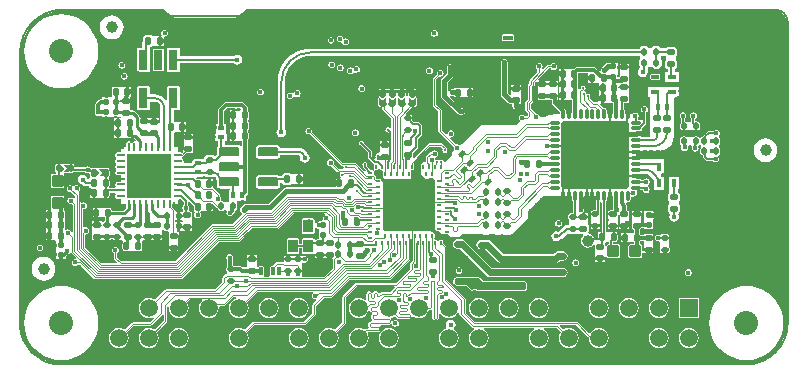
<source format=gbl>
G04*
G04 #@! TF.GenerationSoftware,Altium Limited,CircuitStudio,1.5.2 (30)*
G04*
G04 Layer_Physical_Order=4*
G04 Layer_Color=16724787*
%FSLAX25Y25*%
%MOIN*%
G70*
G01*
G75*
%ADD10C,0.00800*%
%ADD11C,0.00768*%
%ADD12C,0.01000*%
G04:AMPARAMS|DCode=13|XSize=23.62mil|YSize=19.69mil|CornerRadius=4.92mil|HoleSize=0mil|Usage=FLASHONLY|Rotation=270.000|XOffset=0mil|YOffset=0mil|HoleType=Round|Shape=RoundedRectangle|*
%AMROUNDEDRECTD13*
21,1,0.02362,0.00984,0,0,270.0*
21,1,0.01378,0.01969,0,0,270.0*
1,1,0.00984,-0.00492,-0.00689*
1,1,0.00984,-0.00492,0.00689*
1,1,0.00984,0.00492,0.00689*
1,1,0.00984,0.00492,-0.00689*
%
%ADD13ROUNDEDRECTD13*%
G04:AMPARAMS|DCode=14|XSize=23.62mil|YSize=19.69mil|CornerRadius=4.92mil|HoleSize=0mil|Usage=FLASHONLY|Rotation=180.000|XOffset=0mil|YOffset=0mil|HoleType=Round|Shape=RoundedRectangle|*
%AMROUNDEDRECTD14*
21,1,0.02362,0.00984,0,0,180.0*
21,1,0.01378,0.01969,0,0,180.0*
1,1,0.00984,-0.00689,0.00492*
1,1,0.00984,0.00689,0.00492*
1,1,0.00984,0.00689,-0.00492*
1,1,0.00984,-0.00689,-0.00492*
%
%ADD14ROUNDEDRECTD14*%
%ADD17C,0.03937*%
G04:AMPARAMS|DCode=22|XSize=14.17mil|YSize=23mil|CornerRadius=0.71mil|HoleSize=0mil|Usage=FLASHONLY|Rotation=180.000|XOffset=0mil|YOffset=0mil|HoleType=Round|Shape=RoundedRectangle|*
%AMROUNDEDRECTD22*
21,1,0.01417,0.02158,0,0,180.0*
21,1,0.01276,0.02300,0,0,180.0*
1,1,0.00142,-0.00638,0.01079*
1,1,0.00142,0.00638,0.01079*
1,1,0.00142,0.00638,-0.01079*
1,1,0.00142,-0.00638,-0.01079*
%
%ADD22ROUNDEDRECTD22*%
G04:AMPARAMS|DCode=23|XSize=14.17mil|YSize=23mil|CornerRadius=0.71mil|HoleSize=0mil|Usage=FLASHONLY|Rotation=90.000|XOffset=0mil|YOffset=0mil|HoleType=Round|Shape=RoundedRectangle|*
%AMROUNDEDRECTD23*
21,1,0.01417,0.02158,0,0,90.0*
21,1,0.01276,0.02300,0,0,90.0*
1,1,0.00142,0.01079,0.00638*
1,1,0.00142,0.01079,-0.00638*
1,1,0.00142,-0.01079,-0.00638*
1,1,0.00142,-0.01079,0.00638*
%
%ADD23ROUNDEDRECTD23*%
G04:AMPARAMS|DCode=24|XSize=23.62mil|YSize=17.72mil|CornerRadius=4.43mil|HoleSize=0mil|Usage=FLASHONLY|Rotation=90.000|XOffset=0mil|YOffset=0mil|HoleType=Round|Shape=RoundedRectangle|*
%AMROUNDEDRECTD24*
21,1,0.02362,0.00886,0,0,90.0*
21,1,0.01476,0.01772,0,0,90.0*
1,1,0.00886,0.00443,0.00738*
1,1,0.00886,0.00443,-0.00738*
1,1,0.00886,-0.00443,-0.00738*
1,1,0.00886,-0.00443,0.00738*
%
%ADD24ROUNDEDRECTD24*%
G04:AMPARAMS|DCode=25|XSize=23.62mil|YSize=17.72mil|CornerRadius=4.43mil|HoleSize=0mil|Usage=FLASHONLY|Rotation=0.000|XOffset=0mil|YOffset=0mil|HoleType=Round|Shape=RoundedRectangle|*
%AMROUNDEDRECTD25*
21,1,0.02362,0.00886,0,0,0.0*
21,1,0.01476,0.01772,0,0,0.0*
1,1,0.00886,0.00738,-0.00443*
1,1,0.00886,-0.00738,-0.00443*
1,1,0.00886,-0.00738,0.00443*
1,1,0.00886,0.00738,0.00443*
%
%ADD25ROUNDEDRECTD25*%
%ADD28R,0.16496X0.10492*%
G04:AMPARAMS|DCode=31|XSize=21.65mil|YSize=17.72mil|CornerRadius=4.43mil|HoleSize=0mil|Usage=FLASHONLY|Rotation=90.000|XOffset=0mil|YOffset=0mil|HoleType=Round|Shape=RoundedRectangle|*
%AMROUNDEDRECTD31*
21,1,0.02165,0.00886,0,0,90.0*
21,1,0.01280,0.01772,0,0,90.0*
1,1,0.00886,0.00443,0.00640*
1,1,0.00886,0.00443,-0.00640*
1,1,0.00886,-0.00443,-0.00640*
1,1,0.00886,-0.00443,0.00640*
%
%ADD31ROUNDEDRECTD31*%
G04:AMPARAMS|DCode=32|XSize=21.65mil|YSize=17.72mil|CornerRadius=4.43mil|HoleSize=0mil|Usage=FLASHONLY|Rotation=180.000|XOffset=0mil|YOffset=0mil|HoleType=Round|Shape=RoundedRectangle|*
%AMROUNDEDRECTD32*
21,1,0.02165,0.00886,0,0,180.0*
21,1,0.01280,0.01772,0,0,180.0*
1,1,0.00886,-0.00640,0.00443*
1,1,0.00886,0.00640,0.00443*
1,1,0.00886,0.00640,-0.00443*
1,1,0.00886,-0.00640,-0.00443*
%
%ADD32ROUNDEDRECTD32*%
%ADD46C,0.00600*%
%ADD47C,0.01200*%
%ADD48C,0.01400*%
%ADD49C,0.01600*%
%ADD50C,0.00400*%
%ADD51C,0.00350*%
%ADD52C,0.00500*%
%ADD53C,0.02400*%
%ADD63C,0.08000*%
%ADD64R,0.05906X0.05906*%
%ADD65C,0.05906*%
%ADD66C,0.02362*%
%ADD67C,0.03819*%
%ADD68C,0.01600*%
%ADD69C,0.01000*%
%ADD70C,0.05118*%
%ADD73R,0.03333X0.01622*%
G04:AMPARAMS|DCode=75|XSize=23.62mil|YSize=17.72mil|CornerRadius=4.43mil|HoleSize=0mil|Usage=FLASHONLY|Rotation=45.000|XOffset=0mil|YOffset=0mil|HoleType=Round|Shape=RoundedRectangle|*
%AMROUNDEDRECTD75*
21,1,0.02362,0.00886,0,0,45.0*
21,1,0.01476,0.01772,0,0,45.0*
1,1,0.00886,0.00835,0.00209*
1,1,0.00886,-0.00209,-0.00835*
1,1,0.00886,-0.00835,-0.00209*
1,1,0.00886,0.00209,0.00835*
%
%ADD75ROUNDEDRECTD75*%
G04:AMPARAMS|DCode=76|XSize=33.47mil|YSize=11.81mil|CornerRadius=4.72mil|HoleSize=0mil|Usage=FLASHONLY|Rotation=180.000|XOffset=0mil|YOffset=0mil|HoleType=Round|Shape=RoundedRectangle|*
%AMROUNDEDRECTD76*
21,1,0.03347,0.00236,0,0,180.0*
21,1,0.02402,0.01181,0,0,180.0*
1,1,0.00945,-0.01201,0.00118*
1,1,0.00945,0.01201,0.00118*
1,1,0.00945,0.01201,-0.00118*
1,1,0.00945,-0.01201,-0.00118*
%
%ADD76ROUNDEDRECTD76*%
G04:AMPARAMS|DCode=77|XSize=65mil|YSize=30mil|CornerRadius=3mil|HoleSize=0mil|Usage=FLASHONLY|Rotation=180.000|XOffset=0mil|YOffset=0mil|HoleType=Round|Shape=RoundedRectangle|*
%AMROUNDEDRECTD77*
21,1,0.06500,0.02400,0,0,180.0*
21,1,0.05900,0.03000,0,0,180.0*
1,1,0.00600,-0.02950,0.01200*
1,1,0.00600,0.02950,0.01200*
1,1,0.00600,0.02950,-0.01200*
1,1,0.00600,-0.02950,-0.01200*
%
%ADD77ROUNDEDRECTD77*%
G04:AMPARAMS|DCode=78|XSize=35.43mil|YSize=43.31mil|CornerRadius=0.89mil|HoleSize=0mil|Usage=FLASHONLY|Rotation=0.000|XOffset=0mil|YOffset=0mil|HoleType=Round|Shape=RoundedRectangle|*
%AMROUNDEDRECTD78*
21,1,0.03543,0.04154,0,0,0.0*
21,1,0.03366,0.04331,0,0,0.0*
1,1,0.00177,0.01683,-0.02077*
1,1,0.00177,-0.01683,-0.02077*
1,1,0.00177,-0.01683,0.02077*
1,1,0.00177,0.01683,0.02077*
%
%ADD78ROUNDEDRECTD78*%
G04:AMPARAMS|DCode=79|XSize=64.96mil|YSize=29.92mil|CornerRadius=1.5mil|HoleSize=0mil|Usage=FLASHONLY|Rotation=90.000|XOffset=0mil|YOffset=0mil|HoleType=Round|Shape=RoundedRectangle|*
%AMROUNDEDRECTD79*
21,1,0.06496,0.02693,0,0,90.0*
21,1,0.06197,0.02992,0,0,90.0*
1,1,0.00299,0.01347,0.03098*
1,1,0.00299,0.01347,-0.03098*
1,1,0.00299,-0.01347,-0.03098*
1,1,0.00299,-0.01347,0.03098*
%
%ADD79ROUNDEDRECTD79*%
G04:AMPARAMS|DCode=80|XSize=25.59mil|YSize=13.78mil|CornerRadius=1.38mil|HoleSize=0mil|Usage=FLASHONLY|Rotation=90.000|XOffset=0mil|YOffset=0mil|HoleType=Round|Shape=RoundedRectangle|*
%AMROUNDEDRECTD80*
21,1,0.02559,0.01102,0,0,90.0*
21,1,0.02284,0.01378,0,0,90.0*
1,1,0.00276,0.00551,0.01142*
1,1,0.00276,0.00551,-0.01142*
1,1,0.00276,-0.00551,-0.01142*
1,1,0.00276,-0.00551,0.01142*
%
%ADD80ROUNDEDRECTD80*%
G04:AMPARAMS|DCode=81|XSize=25.59mil|YSize=13.78mil|CornerRadius=1.38mil|HoleSize=0mil|Usage=FLASHONLY|Rotation=180.000|XOffset=0mil|YOffset=0mil|HoleType=Round|Shape=RoundedRectangle|*
%AMROUNDEDRECTD81*
21,1,0.02559,0.01102,0,0,180.0*
21,1,0.02284,0.01378,0,0,180.0*
1,1,0.00276,-0.01142,0.00551*
1,1,0.00276,0.01142,0.00551*
1,1,0.00276,0.01142,-0.00551*
1,1,0.00276,-0.01142,-0.00551*
%
%ADD81ROUNDEDRECTD81*%
G04:AMPARAMS|DCode=82|XSize=29.53mil|YSize=11.81mil|CornerRadius=2.95mil|HoleSize=0mil|Usage=FLASHONLY|Rotation=270.000|XOffset=0mil|YOffset=0mil|HoleType=Round|Shape=RoundedRectangle|*
%AMROUNDEDRECTD82*
21,1,0.02953,0.00591,0,0,270.0*
21,1,0.02363,0.01181,0,0,270.0*
1,1,0.00591,-0.00295,-0.01181*
1,1,0.00591,-0.00295,0.01181*
1,1,0.00591,0.00295,0.01181*
1,1,0.00591,0.00295,-0.01181*
%
%ADD82ROUNDEDRECTD82*%
G04:AMPARAMS|DCode=83|XSize=57.09mil|YSize=53.15mil|CornerRadius=5.32mil|HoleSize=0mil|Usage=FLASHONLY|Rotation=180.000|XOffset=0mil|YOffset=0mil|HoleType=Round|Shape=RoundedRectangle|*
%AMROUNDEDRECTD83*
21,1,0.05709,0.04252,0,0,180.0*
21,1,0.04646,0.05315,0,0,180.0*
1,1,0.01063,-0.02323,0.02126*
1,1,0.01063,0.02323,0.02126*
1,1,0.01063,0.02323,-0.02126*
1,1,0.01063,-0.02323,-0.02126*
%
%ADD83ROUNDEDRECTD83*%
G04:AMPARAMS|DCode=84|XSize=15.75mil|YSize=8.66mil|CornerRadius=0.87mil|HoleSize=0mil|Usage=FLASHONLY|Rotation=180.000|XOffset=0mil|YOffset=0mil|HoleType=Round|Shape=RoundedRectangle|*
%AMROUNDEDRECTD84*
21,1,0.01575,0.00693,0,0,180.0*
21,1,0.01402,0.00866,0,0,180.0*
1,1,0.00173,-0.00701,0.00347*
1,1,0.00173,0.00701,0.00347*
1,1,0.00173,0.00701,-0.00347*
1,1,0.00173,-0.00701,-0.00347*
%
%ADD84ROUNDEDRECTD84*%
G04:AMPARAMS|DCode=85|XSize=15.75mil|YSize=8.66mil|CornerRadius=0.87mil|HoleSize=0mil|Usage=FLASHONLY|Rotation=90.000|XOffset=0mil|YOffset=0mil|HoleType=Round|Shape=RoundedRectangle|*
%AMROUNDEDRECTD85*
21,1,0.01575,0.00693,0,0,90.0*
21,1,0.01402,0.00866,0,0,90.0*
1,1,0.00173,0.00347,0.00701*
1,1,0.00173,0.00347,-0.00701*
1,1,0.00173,-0.00347,-0.00701*
1,1,0.00173,-0.00347,0.00701*
%
%ADD85ROUNDEDRECTD85*%
G04:AMPARAMS|DCode=86|XSize=173.23mil|YSize=173.23mil|CornerRadius=4.33mil|HoleSize=0mil|Usage=FLASHONLY|Rotation=180.000|XOffset=0mil|YOffset=0mil|HoleType=Round|Shape=RoundedRectangle|*
%AMROUNDEDRECTD86*
21,1,0.17323,0.16457,0,0,180.0*
21,1,0.16457,0.17323,0,0,180.0*
1,1,0.00866,-0.08228,0.08228*
1,1,0.00866,0.08228,0.08228*
1,1,0.00866,0.08228,-0.08228*
1,1,0.00866,-0.08228,-0.08228*
%
%ADD86ROUNDEDRECTD86*%
G04:AMPARAMS|DCode=87|XSize=33.47mil|YSize=11.81mil|CornerRadius=4.72mil|HoleSize=0mil|Usage=FLASHONLY|Rotation=90.000|XOffset=0mil|YOffset=0mil|HoleType=Round|Shape=RoundedRectangle|*
%AMROUNDEDRECTD87*
21,1,0.03347,0.00236,0,0,90.0*
21,1,0.02402,0.01181,0,0,90.0*
1,1,0.00945,0.00118,0.01201*
1,1,0.00945,0.00118,-0.01201*
1,1,0.00945,-0.00118,-0.01201*
1,1,0.00945,-0.00118,0.01201*
%
%ADD87ROUNDEDRECTD87*%
G04:AMPARAMS|DCode=88|XSize=224.41mil|YSize=224.41mil|CornerRadius=5.61mil|HoleSize=0mil|Usage=FLASHONLY|Rotation=90.000|XOffset=0mil|YOffset=0mil|HoleType=Round|Shape=RoundedRectangle|*
%AMROUNDEDRECTD88*
21,1,0.22441,0.21319,0,0,90.0*
21,1,0.21319,0.22441,0,0,90.0*
1,1,0.01122,0.10659,0.10659*
1,1,0.01122,0.10659,-0.10659*
1,1,0.01122,-0.10659,-0.10659*
1,1,0.01122,-0.10659,0.10659*
%
%ADD88ROUNDEDRECTD88*%
%ADD89R,0.14567X0.14567*%
%ADD90O,0.03150X0.00984*%
%ADD91O,0.00984X0.03150*%
G04:AMPARAMS|DCode=92|XSize=39.37mil|YSize=37.4mil|CornerRadius=1.87mil|HoleSize=0mil|Usage=FLASHONLY|Rotation=180.000|XOffset=0mil|YOffset=0mil|HoleType=Round|Shape=RoundedRectangle|*
%AMROUNDEDRECTD92*
21,1,0.03937,0.03366,0,0,180.0*
21,1,0.03563,0.03740,0,0,180.0*
1,1,0.00374,-0.01782,0.01683*
1,1,0.00374,0.01782,0.01683*
1,1,0.00374,0.01782,-0.01683*
1,1,0.00374,-0.01782,-0.01683*
%
%ADD92ROUNDEDRECTD92*%
G04:AMPARAMS|DCode=93|XSize=39.37mil|YSize=37.4mil|CornerRadius=1.87mil|HoleSize=0mil|Usage=FLASHONLY|Rotation=90.000|XOffset=0mil|YOffset=0mil|HoleType=Round|Shape=RoundedRectangle|*
%AMROUNDEDRECTD93*
21,1,0.03937,0.03366,0,0,90.0*
21,1,0.03563,0.03740,0,0,90.0*
1,1,0.00374,0.01683,0.01782*
1,1,0.00374,0.01683,-0.01782*
1,1,0.00374,-0.01683,-0.01782*
1,1,0.00374,-0.01683,0.01782*
%
%ADD93ROUNDEDRECTD93*%
%ADD94C,0.00475*%
%ADD95C,0.00475*%
%ADD96C,0.00473*%
%ADD97C,0.00760*%
%ADD98C,0.00700*%
%ADD99R,0.01438X0.01238*%
%ADD100R,0.02692X0.01425*%
%ADD101R,0.01500X0.01900*%
%ADD102R,0.00900X0.01450*%
%ADD103R,0.00950X0.01450*%
G36*
X1048995Y817364D02*
X1082175D01*
X1082867Y816672D01*
X1083979Y815819D01*
X1084894Y815440D01*
X1085273Y815283D01*
X1086662Y815100D01*
X1105890D01*
X1107278Y815283D01*
X1108572Y815819D01*
X1109684Y816672D01*
X1110376Y817364D01*
X1286362D01*
X1286471Y817378D01*
X1287353Y817262D01*
X1288277Y816880D01*
X1289070Y816271D01*
X1289678Y815478D01*
X1290061Y814555D01*
X1290177Y813673D01*
X1290162Y813564D01*
Y713281D01*
X1290186Y713103D01*
X1290034Y711177D01*
X1289542Y709125D01*
X1288734Y707174D01*
X1287631Y705375D01*
X1286260Y703770D01*
X1284655Y702399D01*
X1282856Y701296D01*
X1280905Y700488D01*
X1278853Y699996D01*
X1276927Y699844D01*
X1276749Y699867D01*
X1047891Y699867D01*
X1047720Y699845D01*
X1045867Y699991D01*
X1043893Y700465D01*
X1042017Y701242D01*
X1040286Y702302D01*
X1038742Y703621D01*
X1037424Y705165D01*
X1036363Y706896D01*
X1035586Y708771D01*
X1035112Y710745D01*
X1034966Y712599D01*
X1034989Y712769D01*
X1034989Y796470D01*
Y803358D01*
X1034964Y803544D01*
X1035122Y805555D01*
X1035637Y807698D01*
X1036480Y809734D01*
X1037632Y811613D01*
X1039063Y813290D01*
X1040739Y814721D01*
X1042618Y815872D01*
X1044655Y816716D01*
X1046798Y817230D01*
X1048809Y817389D01*
X1048995Y817364D01*
D02*
G37*
%LPC*%
G36*
X1260848Y721554D02*
X1254303D01*
Y715008D01*
X1260848D01*
Y721554D01*
D02*
G37*
G36*
X1059613Y751656D02*
X1058826D01*
Y750819D01*
X1059613D01*
Y751656D01*
D02*
G37*
G36*
X1098973Y751342D02*
X1098186D01*
Y750505D01*
X1098973D01*
Y751342D01*
D02*
G37*
G36*
X1058813Y755943D02*
X1058026D01*
Y755106D01*
X1058813D01*
Y755943D01*
D02*
G37*
G36*
X1140613Y761405D02*
X1139826D01*
Y760519D01*
X1140613D01*
Y761405D01*
D02*
G37*
G36*
X1247576Y721582D02*
X1246721Y721470D01*
X1245925Y721140D01*
X1245241Y720615D01*
X1244717Y719932D01*
X1244387Y719136D01*
X1244275Y718281D01*
X1244387Y717427D01*
X1244717Y716631D01*
X1245241Y715947D01*
X1245925Y715422D01*
X1246721Y715093D01*
X1247576Y714980D01*
X1248430Y715093D01*
X1249226Y715422D01*
X1249910Y715947D01*
X1250434Y716631D01*
X1250764Y717427D01*
X1250877Y718281D01*
X1250764Y719136D01*
X1250434Y719932D01*
X1249910Y720615D01*
X1249226Y721140D01*
X1248430Y721470D01*
X1247576Y721582D01*
D02*
G37*
G36*
X1128796Y760496D02*
X1128009D01*
Y759659D01*
X1128796D01*
Y760496D01*
D02*
G37*
G36*
X1245741Y750604D02*
X1244741D01*
Y750498D01*
X1243541D01*
Y750604D01*
X1242541D01*
Y749604D01*
X1242724D01*
Y748835D01*
X1242725Y748828D01*
X1242541Y748604D01*
X1242541D01*
Y746721D01*
X1241779D01*
Y749179D01*
X1238629D01*
Y746029D01*
X1238687D01*
Y745242D01*
X1238629D01*
Y744454D01*
X1239084D01*
X1239198Y744378D01*
X1239266Y744365D01*
Y743273D01*
X1236661D01*
Y740124D01*
X1239266D01*
Y739469D01*
X1237936D01*
X1237548Y739308D01*
X1237387Y738920D01*
Y735554D01*
X1237548Y735166D01*
X1237936Y735005D01*
X1241499D01*
X1241887Y735166D01*
X1242048Y735554D01*
Y736506D01*
X1242517Y736580D01*
X1242548Y736580D01*
X1243403D01*
Y737368D01*
X1242548D01*
X1242517Y737368D01*
X1242048Y737442D01*
Y738920D01*
X1241887Y739308D01*
X1241499Y739469D01*
X1241142D01*
Y740124D01*
X1241385D01*
Y740579D01*
X1241461Y740693D01*
X1241475Y740760D01*
X1242566D01*
Y738155D01*
X1245716D01*
Y741305D01*
X1245658D01*
Y742092D01*
X1245716D01*
Y742879D01*
X1245261D01*
X1245147Y742955D01*
X1244830Y743018D01*
X1243452D01*
X1243135Y742955D01*
X1243021Y742879D01*
X1242566D01*
Y742636D01*
X1241475D01*
X1241461Y742704D01*
X1241385Y742818D01*
Y743273D01*
X1241142D01*
Y744365D01*
X1241210Y744378D01*
X1241324Y744454D01*
X1241779D01*
Y744845D01*
X1242541D01*
Y744604D01*
X1243541D01*
Y744710D01*
X1244741D01*
Y744604D01*
X1245741D01*
Y745604D01*
X1245559D01*
Y746374D01*
X1245558Y746381D01*
X1245741Y746604D01*
X1245741D01*
Y748104D01*
X1246082Y748172D01*
X1246452Y748420D01*
X1246700Y748790D01*
X1246786Y749227D01*
X1246700Y749664D01*
X1246452Y750035D01*
X1246082Y750282D01*
X1245741Y750350D01*
Y750604D01*
D02*
G37*
G36*
X1059613Y749343D02*
X1058826D01*
Y748506D01*
X1059613D01*
Y749343D01*
D02*
G37*
G36*
X1254276Y762031D02*
X1250926D01*
Y756681D01*
X1250926Y756681D01*
X1250819Y756420D01*
X1250770Y756346D01*
X1250669Y755842D01*
Y754857D01*
X1250770Y754353D01*
X1251055Y753926D01*
X1251101Y753895D01*
Y752867D01*
X1251055Y752836D01*
X1250770Y752409D01*
X1250669Y751905D01*
Y750920D01*
X1250770Y750416D01*
X1251055Y749989D01*
X1251449Y749726D01*
X1251168Y749305D01*
X1251044Y748681D01*
X1251168Y748057D01*
X1251522Y747528D01*
X1252051Y747174D01*
X1252676Y747050D01*
X1253300Y747174D01*
X1253829Y747528D01*
X1254183Y748057D01*
X1254307Y748681D01*
X1254183Y749305D01*
X1253902Y749726D01*
X1254296Y749989D01*
X1254582Y750416D01*
X1254682Y750920D01*
Y751905D01*
X1254582Y752409D01*
X1254296Y752836D01*
X1254250Y752867D01*
Y753895D01*
X1254296Y753926D01*
X1254582Y754353D01*
X1254682Y754857D01*
Y755842D01*
X1254582Y756346D01*
X1254296Y756773D01*
X1254276Y756787D01*
Y762031D01*
D02*
G37*
G36*
X1044013Y748443D02*
X1043226D01*
Y747905D01*
X1043226Y747606D01*
Y747506D01*
Y747405D01*
X1043226Y747106D01*
Y746519D01*
X1044013D01*
Y747106D01*
X1044013Y747405D01*
Y747506D01*
Y747606D01*
X1044013Y747905D01*
Y748443D01*
D02*
G37*
G36*
Y750805D02*
X1043226D01*
Y749919D01*
X1044013D01*
Y750805D01*
D02*
G37*
G36*
X1059437Y747231D02*
X1058601D01*
Y746443D01*
X1059437D01*
Y747231D01*
D02*
G37*
G36*
X1241828Y750753D02*
X1240942D01*
Y749966D01*
X1241828D01*
Y750753D01*
D02*
G37*
G36*
X1239466D02*
X1238629D01*
Y749966D01*
X1239466D01*
Y750753D01*
D02*
G37*
G36*
X1066813Y775843D02*
X1066026D01*
Y775006D01*
X1066813D01*
Y775843D01*
D02*
G37*
G36*
X1266776Y777723D02*
X1266339Y777636D01*
X1265968Y777389D01*
X1265908Y777299D01*
X1264176D01*
X1263947Y777253D01*
X1263901Y777244D01*
X1263668Y777088D01*
X1262568Y775988D01*
X1262413Y775756D01*
X1262358Y775481D01*
Y775397D01*
X1262233D01*
X1262127Y775376D01*
X1261935Y775338D01*
X1261846Y775311D01*
X1261676Y775259D01*
Y775259D01*
X1261295Y775028D01*
X1260926Y775307D01*
Y775309D01*
X1260784D01*
X1260666Y775388D01*
X1260369Y775447D01*
X1259483D01*
X1259185Y775388D01*
X1259067Y775309D01*
X1256784D01*
X1256666Y775388D01*
X1256369Y775447D01*
X1255483D01*
X1255185Y775388D01*
X1255067Y775309D01*
X1254926D01*
Y775209D01*
X1254764Y774967D01*
X1254705Y774669D01*
Y773354D01*
X1254705Y773193D01*
X1254752Y772956D01*
X1254764Y772895D01*
Y772895D01*
X1254956Y772462D01*
X1255090Y772062D01*
X1255034Y771781D01*
X1255121Y771344D01*
X1255368Y770974D01*
X1255739Y770726D01*
X1256176Y770639D01*
X1256613Y770726D01*
X1256983Y770974D01*
X1257231Y771344D01*
X1257318Y771781D01*
X1257263Y772053D01*
X1257562Y772553D01*
X1258377D01*
X1258644Y772053D01*
X1258621Y772018D01*
X1258534Y771581D01*
X1258621Y771144D01*
X1258868Y770774D01*
X1259239Y770526D01*
X1259676Y770439D01*
X1260113Y770526D01*
X1260483Y770774D01*
X1260731Y771144D01*
X1260818Y771581D01*
X1260738Y771979D01*
X1260731Y772028D01*
X1260736Y772116D01*
X1260924Y772535D01*
X1261310Y772748D01*
X1261492Y772626D01*
X1261676Y772499D01*
Y772281D01*
Y772059D01*
Y772053D01*
X1261676Y772005D01*
Y772003D01*
Y771959D01*
X1261514Y771717D01*
X1261455Y771419D01*
Y769943D01*
X1261514Y769645D01*
X1261676Y769403D01*
Y769303D01*
X1261817D01*
X1261935Y769224D01*
X1262233Y769165D01*
X1262258D01*
Y768766D01*
X1262313Y768492D01*
X1262468Y768259D01*
X1263253Y767474D01*
X1263486Y767318D01*
X1263761Y767264D01*
X1265608D01*
X1265668Y767174D01*
X1266039Y766926D01*
X1266476Y766839D01*
X1266913Y766926D01*
X1267283Y767174D01*
X1267531Y767544D01*
X1267618Y767981D01*
X1267531Y768418D01*
X1267342Y768700D01*
X1267388Y769022D01*
X1267403Y769088D01*
X1267474Y769263D01*
X1267511Y769287D01*
X1267676D01*
Y769403D01*
X1267837Y769645D01*
X1267896Y769943D01*
Y771419D01*
X1267837Y771717D01*
X1267676Y771959D01*
Y771987D01*
X1267676Y772059D01*
Y772273D01*
Y772487D01*
Y772494D01*
X1267676Y772557D01*
Y772559D01*
Y772603D01*
X1267837Y772845D01*
X1267896Y773143D01*
Y774619D01*
X1267854Y774833D01*
X1267837Y774917D01*
X1267775Y775049D01*
X1267676Y775259D01*
D01*
X1267580Y775744D01*
X1267583Y775768D01*
X1267587Y775779D01*
X1267831Y776144D01*
X1267918Y776581D01*
X1267831Y777018D01*
X1267583Y777389D01*
X1267213Y777636D01*
X1266776Y777723D01*
D02*
G37*
G36*
X1155437Y773846D02*
X1154600D01*
Y773058D01*
X1155437D01*
Y773846D01*
D02*
G37*
G36*
X1187576Y721582D02*
X1186721Y721470D01*
X1185925Y721140D01*
X1185241Y720615D01*
X1184717Y719932D01*
X1184387Y719136D01*
X1184275Y718281D01*
X1184387Y717427D01*
X1184717Y716631D01*
X1185241Y715947D01*
X1185925Y715422D01*
X1186721Y715093D01*
X1187576Y714980D01*
X1188430Y715093D01*
X1189226Y715422D01*
X1189910Y715947D01*
X1190434Y716631D01*
X1190764Y717427D01*
X1190877Y718281D01*
X1190764Y719136D01*
X1190434Y719932D01*
X1189910Y720615D01*
X1189226Y721140D01*
X1188430Y721470D01*
X1187576Y721582D01*
D02*
G37*
G36*
X1092350Y776331D02*
X1091514D01*
Y775543D01*
X1092350D01*
Y776331D01*
D02*
G37*
G36*
X1127576Y721582D02*
X1126721Y721470D01*
X1125925Y721140D01*
X1125241Y720615D01*
X1124717Y719932D01*
X1124387Y719136D01*
X1124275Y718281D01*
X1124387Y717427D01*
X1124717Y716631D01*
X1125241Y715947D01*
X1125925Y715422D01*
X1126721Y715093D01*
X1127576Y714980D01*
X1128430Y715093D01*
X1129226Y715422D01*
X1129910Y715947D01*
X1130434Y716631D01*
X1130764Y717427D01*
X1130877Y718281D01*
X1130764Y719136D01*
X1130434Y719932D01*
X1129910Y720615D01*
X1129226Y721140D01*
X1128430Y721470D01*
X1127576Y721582D01*
D02*
G37*
G36*
X1146426Y777823D02*
X1145989Y777736D01*
X1145618Y777489D01*
X1145371Y777118D01*
X1145284Y776681D01*
X1145371Y776244D01*
X1145618Y775874D01*
X1145989Y775626D01*
X1146426Y775539D01*
X1146863Y775626D01*
X1147233Y775874D01*
X1147481Y776244D01*
X1147567Y776681D01*
X1147481Y777118D01*
X1147233Y777489D01*
X1146863Y777736D01*
X1146426Y777823D01*
D02*
G37*
G36*
X1090037Y776331D02*
X1089201D01*
Y775543D01*
X1090037D01*
Y776331D01*
D02*
G37*
G36*
X1227576Y721582D02*
X1226721Y721470D01*
X1225925Y721140D01*
X1225241Y720615D01*
X1224717Y719932D01*
X1224387Y719136D01*
X1224275Y718281D01*
X1224387Y717427D01*
X1224717Y716631D01*
X1225241Y715947D01*
X1225925Y715422D01*
X1226721Y715093D01*
X1227576Y714980D01*
X1228430Y715093D01*
X1229226Y715422D01*
X1229910Y715947D01*
X1230434Y716631D01*
X1230764Y717427D01*
X1230877Y718281D01*
X1230764Y719136D01*
X1230434Y719932D01*
X1229910Y720615D01*
X1229226Y721140D01*
X1228430Y721470D01*
X1227576Y721582D01*
D02*
G37*
G36*
X1124170Y763240D02*
X1123186D01*
X1122682Y763140D01*
X1122254Y762854D01*
X1121978Y762441D01*
X1120956D01*
X1120712Y762604D01*
X1120283Y762689D01*
X1114383D01*
X1113953Y762604D01*
X1113590Y762361D01*
X1113346Y761997D01*
X1113261Y761568D01*
Y759168D01*
X1113346Y758739D01*
X1113590Y758375D01*
X1113953Y758132D01*
X1114383Y758046D01*
X1120283D01*
X1120712Y758132D01*
X1121076Y758375D01*
X1121319Y758739D01*
X1121404Y759168D01*
Y760027D01*
X1121978D01*
X1122254Y759613D01*
X1122682Y759328D01*
X1123186Y759227D01*
X1124170D01*
X1124674Y759328D01*
X1125102Y759613D01*
X1125132Y759659D01*
X1127221D01*
Y762809D01*
X1125132D01*
X1125102Y762854D01*
X1124674Y763140D01*
X1124170Y763240D01*
D02*
G37*
G36*
X1128796Y762809D02*
X1128009D01*
Y761972D01*
X1128796D01*
Y762809D01*
D02*
G37*
G36*
X1237576Y721582D02*
X1236721Y721470D01*
X1235925Y721140D01*
X1235241Y720615D01*
X1234717Y719932D01*
X1234387Y719136D01*
X1234275Y718281D01*
X1234387Y717427D01*
X1234717Y716631D01*
X1235241Y715947D01*
X1235925Y715422D01*
X1236721Y715093D01*
X1237576Y714980D01*
X1238430Y715093D01*
X1239226Y715422D01*
X1239910Y715947D01*
X1240434Y716631D01*
X1240764Y717427D01*
X1240877Y718281D01*
X1240764Y719136D01*
X1240434Y719932D01*
X1239910Y720615D01*
X1239226Y721140D01*
X1238430Y721470D01*
X1237576Y721582D01*
D02*
G37*
G36*
X1120283Y772689D02*
X1114383D01*
X1113953Y772604D01*
X1113590Y772361D01*
X1113346Y771997D01*
X1113261Y771568D01*
Y769168D01*
X1113346Y768739D01*
X1113590Y768375D01*
X1113953Y768131D01*
X1114383Y768046D01*
X1120283D01*
X1120712Y768131D01*
X1121076Y768375D01*
X1121319Y768739D01*
X1121403Y769161D01*
X1127536D01*
Y769150D01*
X1127646Y769128D01*
X1128017Y768648D01*
X1127952Y768321D01*
X1128076Y767696D01*
X1128430Y767167D01*
X1128959Y766813D01*
X1129583Y766689D01*
X1130208Y766813D01*
X1130737Y767167D01*
X1131091Y767696D01*
X1131215Y768321D01*
X1131091Y768945D01*
X1130737Y769474D01*
X1130486Y769641D01*
X1130359Y769950D01*
X1129841Y770625D01*
X1129166Y771143D01*
X1128380Y771468D01*
X1127536Y771579D01*
Y771575D01*
X1121403D01*
X1121319Y771997D01*
X1121076Y772361D01*
X1120712Y772604D01*
X1120283Y772689D01*
D02*
G37*
G36*
X1283127Y774856D02*
X1282099Y774721D01*
X1281141Y774324D01*
X1280319Y773693D01*
X1279688Y772871D01*
X1279291Y771913D01*
X1279156Y770886D01*
X1279291Y769858D01*
X1279688Y768900D01*
X1280319Y768078D01*
X1281141Y767447D01*
X1282099Y767050D01*
X1283127Y766915D01*
X1284155Y767050D01*
X1285112Y767447D01*
X1285935Y768078D01*
X1286566Y768900D01*
X1286962Y769858D01*
X1287098Y770886D01*
X1286962Y771913D01*
X1286566Y772871D01*
X1285935Y773693D01*
X1285112Y774324D01*
X1284155Y774721D01*
X1283127Y774856D01*
D02*
G37*
G36*
X1207576Y721582D02*
X1206721Y721470D01*
X1205925Y721140D01*
X1205241Y720615D01*
X1204717Y719932D01*
X1204387Y719136D01*
X1204275Y718281D01*
X1204387Y717427D01*
X1204717Y716631D01*
X1205241Y715947D01*
X1205925Y715422D01*
X1206721Y715093D01*
X1207576Y714980D01*
X1208430Y715093D01*
X1209226Y715422D01*
X1209910Y715947D01*
X1210434Y716631D01*
X1210764Y717427D01*
X1210877Y718281D01*
X1210764Y719136D01*
X1210434Y719932D01*
X1209910Y720615D01*
X1209226Y721140D01*
X1208430Y721470D01*
X1207576Y721582D01*
D02*
G37*
G36*
X1197576D02*
X1196721Y721470D01*
X1195925Y721140D01*
X1195241Y720615D01*
X1194717Y719932D01*
X1194387Y719136D01*
X1194275Y718281D01*
X1194387Y717427D01*
X1194717Y716631D01*
X1195241Y715947D01*
X1195925Y715422D01*
X1196721Y715093D01*
X1197576Y714980D01*
X1198430Y715093D01*
X1199226Y715422D01*
X1199910Y715947D01*
X1200434Y716631D01*
X1200764Y717427D01*
X1200877Y718281D01*
X1200764Y719136D01*
X1200434Y719932D01*
X1199910Y720615D01*
X1199226Y721140D01*
X1198430Y721470D01*
X1197576Y721582D01*
D02*
G37*
G36*
X1245716Y737368D02*
X1244879D01*
Y736580D01*
X1245716D01*
Y737368D01*
D02*
G37*
G36*
X1113600Y735861D02*
X1112714D01*
Y735073D01*
X1113600D01*
Y735861D01*
D02*
G37*
G36*
X1111237D02*
X1110401D01*
Y735073D01*
X1111237D01*
Y735861D01*
D02*
G37*
G36*
X1041276Y739473D02*
X1040839Y739386D01*
X1040468Y739139D01*
X1040221Y738768D01*
X1040134Y738331D01*
X1040221Y737894D01*
X1040468Y737524D01*
X1040839Y737276D01*
X1041276Y737189D01*
X1041713Y737276D01*
X1042083Y737524D01*
X1042331Y737894D01*
X1042418Y738331D01*
X1042331Y738768D01*
X1042083Y739139D01*
X1041713Y739386D01*
X1041276Y739473D01*
D02*
G37*
G36*
X1235873Y740960D02*
X1235086D01*
Y740124D01*
X1235873D01*
Y740960D01*
D02*
G37*
G36*
X1087450Y738019D02*
X1086614D01*
Y737231D01*
X1087450D01*
Y738019D01*
D02*
G37*
G36*
X1085137D02*
X1084301D01*
Y737231D01*
X1085137D01*
Y738019D01*
D02*
G37*
G36*
X1133767Y735589D02*
X1132882D01*
Y734801D01*
X1133767D01*
Y735589D01*
D02*
G37*
G36*
X1219876Y734523D02*
X1219439Y734436D01*
X1219068Y734189D01*
X1218821Y733818D01*
X1218734Y733381D01*
X1218821Y732944D01*
X1219068Y732574D01*
X1219439Y732326D01*
X1219876Y732239D01*
X1220313Y732326D01*
X1220683Y732574D01*
X1220931Y732944D01*
X1221017Y733381D01*
X1220931Y733818D01*
X1220683Y734189D01*
X1220313Y734436D01*
X1219876Y734523D01*
D02*
G37*
G36*
X1180976Y731923D02*
X1180539Y731836D01*
X1180168Y731589D01*
X1179921Y731218D01*
X1179834Y730781D01*
X1179921Y730344D01*
X1180168Y729974D01*
X1180539Y729726D01*
X1180976Y729639D01*
X1181413Y729726D01*
X1181783Y729974D01*
X1182031Y730344D01*
X1182117Y730781D01*
X1182031Y731218D01*
X1181783Y731589D01*
X1181413Y731836D01*
X1180976Y731923D01*
D02*
G37*
G36*
X1257376Y731223D02*
X1256939Y731136D01*
X1256568Y730889D01*
X1256321Y730518D01*
X1256234Y730081D01*
X1256321Y729644D01*
X1256568Y729274D01*
X1256939Y729026D01*
X1257376Y728939D01*
X1257813Y729026D01*
X1258183Y729274D01*
X1258431Y729644D01*
X1258517Y730081D01*
X1258431Y730518D01*
X1258183Y730889D01*
X1257813Y731136D01*
X1257376Y731223D01*
D02*
G37*
G36*
X1190376Y740931D02*
X1188276D01*
X1187683Y740813D01*
X1187180Y740477D01*
X1186844Y739974D01*
X1186726Y739381D01*
X1186844Y738788D01*
X1187180Y738285D01*
X1187683Y737949D01*
X1188276Y737831D01*
X1189734D01*
X1193980Y733585D01*
X1194483Y733249D01*
X1195076Y733131D01*
X1213076D01*
X1213669Y733249D01*
X1214172Y733585D01*
X1214618Y734031D01*
X1215676D01*
X1216269Y734149D01*
X1216772Y734485D01*
X1217107Y734988D01*
X1217225Y735581D01*
X1217107Y736174D01*
X1216772Y736677D01*
X1216269Y737013D01*
X1215676Y737131D01*
X1213976D01*
X1213383Y737013D01*
X1212880Y736677D01*
X1212434Y736231D01*
X1195718D01*
X1191471Y740477D01*
X1190969Y740813D01*
X1190376Y740931D01*
D02*
G37*
G36*
X1136182Y735609D02*
X1135690Y735589D01*
X1135682D01*
X1135244D01*
Y734801D01*
X1135690D01*
X1136075Y734801D01*
X1136080D01*
X1136572Y734822D01*
X1136580D01*
X1137067D01*
Y735609D01*
X1136572D01*
X1136187Y735609D01*
X1136182D01*
D02*
G37*
G36*
X1229550Y734419D02*
X1228714D01*
Y733632D01*
X1229550D01*
Y734419D01*
D02*
G37*
G36*
X1227237D02*
X1226352D01*
Y733632D01*
X1227237D01*
Y734419D01*
D02*
G37*
G36*
X1044013Y741643D02*
X1043226D01*
Y740806D01*
X1044013D01*
Y741643D01*
D02*
G37*
G36*
X1235332Y745242D02*
X1234446D01*
Y744454D01*
X1235332D01*
Y745242D01*
D02*
G37*
G36*
X1233905D02*
X1233068D01*
Y744454D01*
X1233905D01*
Y745242D01*
D02*
G37*
G36*
X1231592D02*
X1230706D01*
Y744454D01*
X1231592D01*
Y745242D01*
D02*
G37*
G36*
X1237645D02*
X1236808D01*
Y744454D01*
X1237645D01*
Y745242D01*
D02*
G37*
G36*
X1214165Y747681D02*
X1213728Y747594D01*
X1213357Y747346D01*
X1213110Y746976D01*
X1213023Y746539D01*
X1213110Y746102D01*
X1213357Y745731D01*
X1213728Y745484D01*
X1214165Y745397D01*
X1214602Y745484D01*
X1214972Y745731D01*
X1215220Y746102D01*
X1215306Y746539D01*
X1215220Y746976D01*
X1214972Y747346D01*
X1214602Y747594D01*
X1214165Y747681D01*
D02*
G37*
G36*
X1042476Y735352D02*
X1041448Y735217D01*
X1040490Y734820D01*
X1039668Y734189D01*
X1039037Y733367D01*
X1038640Y732409D01*
X1038505Y731381D01*
X1038640Y730353D01*
X1039037Y729396D01*
X1039668Y728573D01*
X1040490Y727942D01*
X1041448Y727545D01*
X1042476Y727410D01*
X1043503Y727545D01*
X1044461Y727942D01*
X1045284Y728573D01*
X1045915Y729396D01*
X1046311Y730353D01*
X1046447Y731381D01*
X1046311Y732409D01*
X1045915Y733367D01*
X1045284Y734189D01*
X1044461Y734820D01*
X1043503Y735217D01*
X1042476Y735352D01*
D02*
G37*
G36*
X1187721Y728482D02*
X1180128D01*
X1180074Y728460D01*
X1180045Y728466D01*
X1179671Y728391D01*
X1179587Y728335D01*
X1179494Y728297D01*
X1179480Y728264D01*
X1179451Y728244D01*
X1179431Y728145D01*
X1179392Y728052D01*
Y727905D01*
X1179368Y727889D01*
X1179121Y727518D01*
X1179034Y727081D01*
X1179121Y726644D01*
X1179368Y726274D01*
X1179460Y726212D01*
X1179494Y726131D01*
X1179931Y725694D01*
X1180176Y725593D01*
X1183574D01*
X1184031Y725136D01*
X1184972Y724195D01*
X1184982Y724191D01*
X1184987Y724181D01*
X1185103Y724140D01*
X1185217Y724093D01*
X1185227Y724097D01*
X1185237Y724094D01*
X1185804Y724126D01*
X1185887Y724166D01*
X1185977Y724184D01*
X1186191Y724327D01*
X1186376Y724364D01*
X1186560Y724327D01*
X1186717Y724223D01*
X1186806Y724089D01*
X1186836Y724069D01*
X1186850Y724036D01*
X1186943Y723997D01*
X1187027Y723941D01*
X1187062Y723948D01*
X1187094Y723935D01*
X1202876D01*
X1203121Y724036D01*
X1203621Y724536D01*
X1203722Y724781D01*
Y726381D01*
X1203621Y726626D01*
X1203179Y727068D01*
X1202934Y727169D01*
X1189177D01*
X1187965Y728381D01*
X1187721Y728482D01*
D02*
G37*
G36*
X1091985Y744895D02*
X1091148D01*
Y744108D01*
X1091985D01*
Y744895D01*
D02*
G37*
G36*
X1235873Y743322D02*
X1235086D01*
Y742437D01*
X1235873D01*
Y743322D01*
D02*
G37*
G36*
X1078747Y741696D02*
X1078747D01*
D01*
X1078247Y741696D01*
X1077910D01*
Y740909D01*
X1078247D01*
X1078747Y740909D01*
X1078747D01*
X1079247Y740909D01*
X1079583D01*
Y741696D01*
X1079247D01*
X1078747Y741696D01*
D02*
G37*
G36*
X1081896Y741696D02*
X1081060D01*
Y740909D01*
X1081896D01*
Y741696D01*
D02*
G37*
G36*
X1250214Y742902D02*
X1248737D01*
X1248440Y742843D01*
X1248198Y742681D01*
X1248098D01*
X1248098Y742681D01*
X1247635Y742771D01*
X1247376Y742823D01*
X1246939Y742736D01*
X1246568Y742489D01*
X1246321Y742118D01*
X1246234Y741681D01*
X1246321Y741244D01*
X1246568Y740874D01*
X1246939Y740626D01*
X1247376Y740539D01*
X1247598Y740583D01*
X1248098Y740261D01*
Y738540D01*
X1248019Y738422D01*
X1247960Y738124D01*
Y737238D01*
X1248019Y736940D01*
X1248082Y736846D01*
Y736681D01*
X1248198D01*
X1248440Y736519D01*
X1248737Y736460D01*
X1250214D01*
X1250511Y736519D01*
X1250753Y736681D01*
X1250854D01*
Y736822D01*
X1250932Y736940D01*
X1250954Y737047D01*
X1251167Y737190D01*
X1251348Y737461D01*
X1251412Y737781D01*
X1251348Y738101D01*
X1251167Y738372D01*
X1250896Y738553D01*
X1250854Y738562D01*
Y740822D01*
X1250932Y740941D01*
X1250992Y741238D01*
Y742124D01*
X1250932Y742422D01*
X1250854Y742540D01*
Y742681D01*
X1250753D01*
X1250511Y742843D01*
X1250214Y742902D01*
D02*
G37*
G36*
X1088835Y744895D02*
X1088434Y744895D01*
X1088335Y744895D01*
X1087997D01*
Y744108D01*
X1088335D01*
X1088587Y744108D01*
X1088841Y744108D01*
X1089087Y744108D01*
X1089672D01*
Y744895D01*
X1089087D01*
X1088835Y744895D01*
D02*
G37*
G36*
X1181976Y741131D02*
X1180376D01*
X1179782Y741013D01*
X1179280Y740677D01*
X1178944Y740174D01*
X1178826Y739581D01*
X1178944Y738988D01*
X1179280Y738485D01*
X1179782Y738149D01*
X1180376Y738031D01*
X1181334D01*
X1190280Y729085D01*
X1190783Y728749D01*
X1191376Y728631D01*
X1215676D01*
X1216269Y728749D01*
X1216772Y729085D01*
X1217107Y729588D01*
X1217225Y730181D01*
X1217107Y730774D01*
X1216772Y731277D01*
X1216269Y731613D01*
X1215676Y731731D01*
X1192017D01*
X1183072Y740677D01*
X1182569Y741013D01*
X1181976Y741131D01*
D02*
G37*
G36*
X1044013Y745043D02*
X1043226D01*
Y744505D01*
X1043226Y744206D01*
Y744106D01*
Y744005D01*
X1043226Y743706D01*
Y743119D01*
X1044013D01*
Y743706D01*
X1044013Y744005D01*
Y744106D01*
Y744206D01*
X1044013Y744505D01*
Y745043D01*
D02*
G37*
G36*
X1089925Y777943D02*
X1089138D01*
Y777057D01*
X1089925D01*
Y777943D01*
D02*
G37*
G36*
X1069376Y796723D02*
X1068939Y796636D01*
X1068568Y796389D01*
X1068321Y796018D01*
X1068234Y795581D01*
X1068321Y795144D01*
X1068568Y794774D01*
X1068939Y794526D01*
X1069376Y794439D01*
X1069813Y794526D01*
X1070183Y794774D01*
X1070431Y795144D01*
X1070518Y795581D01*
X1070431Y796018D01*
X1070183Y796389D01*
X1069813Y796636D01*
X1069376Y796723D01*
D02*
G37*
G36*
X1247461Y796387D02*
X1245178D01*
X1244828Y796242D01*
X1244682Y795891D01*
Y794789D01*
X1244828Y794439D01*
X1245178Y794293D01*
X1247461D01*
X1247812Y794439D01*
X1247957Y794789D01*
Y795891D01*
X1247812Y796242D01*
X1247461Y796387D01*
D02*
G37*
G36*
X1210676Y794061D02*
X1210504D01*
X1210332D01*
X1210176Y794061D01*
X1209446D01*
Y793273D01*
X1210176D01*
X1210332Y793273D01*
X1210504D01*
X1210676D01*
X1210832Y793273D01*
X1211513D01*
Y794061D01*
X1210832D01*
X1210676Y794061D01*
D02*
G37*
G36*
X1171104Y798530D02*
X1170667Y798444D01*
X1170297Y798196D01*
X1170049Y797826D01*
X1169962Y797389D01*
X1170049Y796952D01*
X1170297Y796581D01*
X1170667Y796334D01*
X1171104Y796247D01*
X1171541Y796334D01*
X1171912Y796581D01*
X1172159Y796952D01*
X1172246Y797389D01*
X1172159Y797826D01*
X1171912Y798196D01*
X1171541Y798444D01*
X1171104Y798530D01*
D02*
G37*
G36*
X1141376Y799523D02*
X1140939Y799436D01*
X1140568Y799189D01*
X1140321Y798818D01*
X1140234Y798381D01*
X1140321Y797944D01*
X1140568Y797574D01*
X1140939Y797326D01*
X1141376Y797239D01*
X1141813Y797326D01*
X1142183Y797574D01*
X1142431Y797944D01*
X1142517Y798381D01*
X1142431Y798818D01*
X1142183Y799189D01*
X1141813Y799436D01*
X1141376Y799523D01*
D02*
G37*
G36*
X1215113Y797956D02*
X1214326D01*
Y797119D01*
X1215113D01*
Y797956D01*
D02*
G37*
G36*
X1077899Y809237D02*
X1076915D01*
X1076411Y809137D01*
X1075983Y808852D01*
X1075698Y808424D01*
X1075597Y807920D01*
Y807091D01*
X1075410Y806812D01*
X1075319Y806350D01*
Y805072D01*
X1074446D01*
X1074075Y804999D01*
X1073761Y804789D01*
X1073551Y804475D01*
X1073477Y804104D01*
Y797907D01*
X1073551Y797537D01*
X1073761Y797223D01*
X1074075Y797013D01*
X1074446Y796939D01*
X1077139D01*
X1077509Y797013D01*
X1077823Y797223D01*
X1078033Y797537D01*
X1078107Y797907D01*
Y804104D01*
X1078033Y804475D01*
X1077866Y804725D01*
X1077878Y804898D01*
X1077888Y804932D01*
X1078032Y805251D01*
X1078403Y805325D01*
X1078831Y805610D01*
X1078861Y805656D01*
X1080950D01*
Y808806D01*
X1078861D01*
X1078831Y808852D01*
X1078403Y809137D01*
X1077899Y809237D01*
D02*
G37*
G36*
X1215113Y795643D02*
X1214326D01*
Y794905D01*
X1214326Y794806D01*
Y794606D01*
Y794405D01*
X1214326Y794306D01*
Y793519D01*
X1215113D01*
Y794306D01*
X1215113Y794405D01*
Y794606D01*
Y794806D01*
X1215113Y794905D01*
Y795643D01*
D02*
G37*
G36*
X1071625Y791956D02*
X1070838D01*
Y791119D01*
X1071625D01*
Y791956D01*
D02*
G37*
G36*
X1154945Y791411D02*
X1154158D01*
Y790821D01*
X1154945D01*
Y791411D01*
D02*
G37*
G36*
X1185725Y791656D02*
X1184938D01*
Y790819D01*
X1185725D01*
Y791656D01*
D02*
G37*
G36*
X1048402Y816190D02*
X1046469Y816038D01*
X1044584Y815586D01*
X1042792Y814843D01*
X1041138Y813830D01*
X1039664Y812571D01*
X1038404Y811096D01*
X1037391Y809443D01*
X1036649Y807651D01*
X1036196Y805766D01*
X1036044Y803832D01*
X1036196Y801899D01*
X1036649Y800013D01*
X1037391Y798222D01*
X1038404Y796568D01*
X1039664Y795094D01*
X1041138Y793834D01*
X1042792Y792821D01*
X1044584Y792079D01*
X1046469Y791626D01*
X1048402Y791474D01*
X1050336Y791626D01*
X1052221Y792079D01*
X1054013Y792821D01*
X1055666Y793834D01*
X1057141Y795094D01*
X1058400Y796568D01*
X1059414Y798222D01*
X1060156Y800013D01*
X1060608Y801899D01*
X1060760Y803832D01*
X1060608Y805766D01*
X1060156Y807651D01*
X1059414Y809443D01*
X1058400Y811096D01*
X1057141Y812571D01*
X1055666Y813830D01*
X1054013Y814843D01*
X1052221Y815586D01*
X1050336Y816038D01*
X1048402Y816190D01*
D02*
G37*
G36*
X1213826Y794061D02*
X1212989D01*
Y793273D01*
X1213826D01*
Y794061D01*
D02*
G37*
G36*
X1201615Y792602D02*
X1200729D01*
Y791814D01*
X1201615D01*
Y792602D01*
D02*
G37*
G36*
X1199253D02*
X1198417D01*
Y791814D01*
X1199253D01*
Y792602D01*
D02*
G37*
G36*
X1082139Y804613D02*
X1079446D01*
X1079086Y804464D01*
X1078937Y804104D01*
Y797907D01*
X1079086Y797548D01*
X1079446Y797399D01*
X1082139D01*
X1082498Y797548D01*
X1082647Y797907D01*
Y804104D01*
X1082498Y804464D01*
X1082139Y804613D01*
D02*
G37*
G36*
X1138276Y808723D02*
X1137839Y808636D01*
X1137468Y808389D01*
X1137221Y808018D01*
X1137134Y807581D01*
X1137221Y807144D01*
X1137468Y806774D01*
X1137839Y806526D01*
X1138276Y806439D01*
X1138713Y806526D01*
X1139083Y806774D01*
X1139331Y807144D01*
X1139417Y807581D01*
X1139331Y808018D01*
X1139083Y808389D01*
X1138713Y808636D01*
X1138276Y808723D01*
D02*
G37*
G36*
X1141276Y809123D02*
X1140839Y809036D01*
X1140468Y808789D01*
X1140221Y808418D01*
X1140134Y807981D01*
X1140221Y807544D01*
X1140468Y807174D01*
X1140839Y806926D01*
X1141276Y806839D01*
X1141713Y806926D01*
X1142080Y806586D01*
X1142088Y806575D01*
X1142329Y806214D01*
X1142700Y805966D01*
X1143137Y805879D01*
X1143574Y805966D01*
X1143944Y806214D01*
X1144192Y806584D01*
X1144279Y807021D01*
X1144192Y807458D01*
X1143944Y807829D01*
X1143574Y808076D01*
X1143137Y808163D01*
X1142700Y808076D01*
X1142331Y808418D01*
X1142083Y808789D01*
X1141713Y809036D01*
X1141276Y809123D01*
D02*
G37*
G36*
X1082525Y806493D02*
X1081738D01*
Y805656D01*
X1082525D01*
Y806493D01*
D02*
G37*
G36*
X1198830Y809503D02*
X1195497D01*
X1195252Y809402D01*
X1195151Y809157D01*
Y807535D01*
X1195252Y807290D01*
X1195497Y807189D01*
X1198830D01*
X1199075Y807290D01*
X1199177Y807535D01*
Y809157D01*
X1199075Y809402D01*
X1198830Y809503D01*
D02*
G37*
G36*
X1172776Y811023D02*
X1172339Y810936D01*
X1171968Y810689D01*
X1171721Y810318D01*
X1171634Y809881D01*
X1171721Y809444D01*
X1171968Y809074D01*
X1172339Y808826D01*
X1172776Y808739D01*
X1173213Y808826D01*
X1173583Y809074D01*
X1173831Y809444D01*
X1173917Y809881D01*
X1173831Y810318D01*
X1173583Y810689D01*
X1173213Y810936D01*
X1172776Y811023D01*
D02*
G37*
G36*
X1082826Y811073D02*
X1082389Y810986D01*
X1082018Y810739D01*
X1081771Y810368D01*
X1081684Y809931D01*
X1081771Y809494D01*
X1081896Y809306D01*
X1081738Y808806D01*
X1081738Y808806D01*
Y808801D01*
X1081738Y808712D01*
Y807969D01*
X1082525D01*
Y808339D01*
X1082648Y808523D01*
X1083016Y808827D01*
D01*
X1083105Y808845D01*
X1083263Y808876D01*
X1083446Y808999D01*
X1083633Y809124D01*
X1083881Y809494D01*
X1083967Y809931D01*
X1083881Y810368D01*
X1083633Y810739D01*
X1083263Y810986D01*
X1082826Y811073D01*
D02*
G37*
G36*
X1065176Y815852D02*
X1064148Y815717D01*
X1063190Y815320D01*
X1062368Y814689D01*
X1061737Y813867D01*
X1061340Y812909D01*
X1061205Y811881D01*
X1061340Y810853D01*
X1061737Y809896D01*
X1062368Y809073D01*
X1063190Y808442D01*
X1064148Y808045D01*
X1065176Y807910D01*
X1066203Y808045D01*
X1067161Y808442D01*
X1067984Y809073D01*
X1068615Y809896D01*
X1069011Y810853D01*
X1069147Y811881D01*
X1069011Y812909D01*
X1068615Y813867D01*
X1067984Y814689D01*
X1067161Y815320D01*
X1066203Y815717D01*
X1065176Y815852D01*
D02*
G37*
G36*
X1247219Y805587D02*
X1246333D01*
X1245848Y805490D01*
X1245437Y805215D01*
X1245265Y804959D01*
X1244286D01*
X1244115Y805215D01*
X1243703Y805490D01*
X1243219Y805587D01*
X1242333D01*
X1241848Y805490D01*
X1241437Y805215D01*
X1241162Y804804D01*
X1241154Y804764D01*
X1131713D01*
Y804775D01*
X1129958Y804637D01*
X1128246Y804226D01*
X1126620Y803552D01*
X1125119Y802633D01*
X1123780Y801489D01*
X1122637Y800151D01*
X1121717Y798650D01*
X1121043Y797023D01*
X1120632Y795312D01*
X1120494Y793557D01*
X1120506D01*
Y777879D01*
X1120205Y777429D01*
X1120081Y776805D01*
X1120205Y776181D01*
X1120559Y775651D01*
X1121088Y775298D01*
X1121712Y775174D01*
X1122337Y775298D01*
X1122866Y775651D01*
X1123220Y776181D01*
X1123344Y776805D01*
X1123220Y777429D01*
X1122919Y777879D01*
Y793557D01*
X1122909Y793609D01*
X1123073Y795275D01*
X1123574Y796928D01*
X1124388Y798451D01*
X1125484Y799785D01*
X1126819Y800881D01*
X1128342Y801695D01*
X1129994Y802196D01*
X1131660Y802360D01*
X1131713Y802350D01*
X1241167D01*
X1241437Y801947D01*
Y801715D01*
X1241162Y801304D01*
X1241065Y800819D01*
Y799343D01*
X1241162Y798858D01*
X1241221Y798769D01*
X1241122Y798101D01*
X1241022Y798035D01*
X1240668Y797505D01*
X1240544Y796881D01*
X1240668Y796257D01*
X1241022Y795727D01*
X1241551Y795374D01*
X1242176Y795250D01*
X1242800Y795374D01*
X1243329Y795727D01*
X1243683Y796257D01*
X1243807Y796881D01*
X1243805Y796891D01*
X1243891Y797019D01*
X1243983Y797481D01*
Y798359D01*
X1244115Y798447D01*
X1244286Y798703D01*
X1245265D01*
X1245437Y798447D01*
X1245848Y798172D01*
X1246333Y798076D01*
X1247219D01*
X1247703Y798172D01*
X1248115Y798447D01*
X1248389Y798858D01*
X1248486Y799343D01*
Y800819D01*
X1248389Y801304D01*
X1248285Y801460D01*
X1248155Y801831D01*
X1248285Y802203D01*
X1248389Y802358D01*
X1248392Y802374D01*
X1249849D01*
X1250010Y802133D01*
X1250056Y802102D01*
Y801074D01*
X1250010Y801043D01*
X1249725Y800616D01*
X1249624Y800112D01*
Y799127D01*
X1249725Y798623D01*
X1250010Y798196D01*
X1250438Y797910D01*
X1250522Y797894D01*
Y796881D01*
X1249476D01*
X1249476Y793531D01*
X1254226D01*
X1254226Y796881D01*
X1252936D01*
Y797985D01*
X1253251Y798196D01*
X1253537Y798623D01*
X1253637Y799127D01*
Y800112D01*
X1253537Y800616D01*
X1253251Y801043D01*
X1253205Y801074D01*
Y802102D01*
X1253251Y802133D01*
X1253537Y802560D01*
X1253637Y803065D01*
Y804049D01*
X1253537Y804553D01*
X1253251Y804980D01*
X1252824Y805266D01*
X1252320Y805366D01*
X1250942D01*
X1250438Y805266D01*
X1250010Y804980D01*
X1249882Y804788D01*
X1248392D01*
X1248389Y804804D01*
X1248115Y805215D01*
X1247703Y805490D01*
X1247219Y805587D01*
D02*
G37*
G36*
X1146776Y799023D02*
X1146339Y798936D01*
X1145968Y798689D01*
X1145875Y798549D01*
X1145693Y798324D01*
X1145234Y798422D01*
X1145213Y798436D01*
X1144776Y798523D01*
X1144339Y798436D01*
X1143968Y798189D01*
X1143721Y797818D01*
X1143634Y797381D01*
X1143721Y796944D01*
X1143968Y796574D01*
X1144339Y796326D01*
X1144776Y796239D01*
X1145213Y796326D01*
X1145583Y796574D01*
X1145676Y796713D01*
X1145858Y796938D01*
X1146317Y796840D01*
X1146339Y796826D01*
X1146776Y796739D01*
X1147213Y796826D01*
X1147583Y797074D01*
X1147831Y797444D01*
X1147917Y797881D01*
X1147831Y798318D01*
X1147583Y798689D01*
X1147213Y798936D01*
X1146776Y799023D01*
D02*
G37*
G36*
X1138576Y800523D02*
X1138139Y800436D01*
X1137768Y800189D01*
X1137521Y799818D01*
X1137434Y799381D01*
X1137521Y798944D01*
X1137768Y798574D01*
X1138139Y798326D01*
X1138576Y798239D01*
X1139013Y798326D01*
X1139383Y798574D01*
X1139631Y798944D01*
X1139717Y799381D01*
X1139631Y799818D01*
X1139383Y800189D01*
X1139013Y800436D01*
X1138576Y800523D01*
D02*
G37*
G36*
X1068576Y800323D02*
X1068139Y800236D01*
X1067768Y799989D01*
X1067521Y799618D01*
X1067434Y799181D01*
X1067521Y798744D01*
X1067768Y798374D01*
X1068139Y798126D01*
X1068576Y798039D01*
X1069013Y798126D01*
X1069383Y798374D01*
X1069631Y798744D01*
X1069718Y799181D01*
X1069631Y799618D01*
X1069383Y799989D01*
X1069013Y800236D01*
X1068576Y800323D01*
D02*
G37*
G36*
X1235337Y799731D02*
X1234501D01*
Y798943D01*
X1235337D01*
Y799731D01*
D02*
G37*
G36*
X1233930Y800112D02*
X1232930D01*
Y800006D01*
X1231730D01*
Y800112D01*
X1230730D01*
Y799927D01*
X1230596D01*
X1230159Y799840D01*
X1229788Y799592D01*
X1228485Y798289D01*
X1228237Y797918D01*
X1228160Y797531D01*
X1227981Y797420D01*
X1227674Y797309D01*
X1226686Y798298D01*
X1226381Y798501D01*
X1226022Y798572D01*
X1220353D01*
X1219994Y798501D01*
X1219689Y798298D01*
X1219491Y798099D01*
X1219050Y797956D01*
X1219050Y797956D01*
Y797956D01*
X1219050Y797956D01*
X1215901D01*
Y794806D01*
X1215901D01*
Y794356D01*
X1215901D01*
Y791206D01*
X1215901D01*
Y790756D01*
X1215901D01*
Y787606D01*
X1218587D01*
Y783340D01*
X1218091Y782840D01*
X1216536D01*
X1216536Y782840D01*
Y783904D01*
X1216524Y783964D01*
Y784041D01*
X1216462Y784350D01*
X1216287Y784612D01*
X1216073Y784756D01*
X1213770Y787058D01*
Y787761D01*
X1213826D01*
Y788549D01*
X1213770D01*
Y788558D01*
X1213768Y788569D01*
Y789336D01*
X1213826D01*
Y792486D01*
X1210676D01*
Y792486D01*
X1210283D01*
Y792486D01*
X1207133D01*
Y789336D01*
X1207191D01*
Y788549D01*
X1207133D01*
Y787761D01*
X1207588D01*
X1207702Y787685D01*
X1208019Y787622D01*
X1209397D01*
X1209714Y787685D01*
X1209792Y787738D01*
X1210283Y787761D01*
X1210627D01*
Y787761D01*
X1211132D01*
X1211245Y787685D01*
X1211562Y787622D01*
X1211894D01*
Y786669D01*
X1211966Y786310D01*
X1212169Y786006D01*
X1214660Y783515D01*
Y783340D01*
X1214160Y782840D01*
X1212185D01*
X1212068Y782723D01*
X1211641D01*
X1210676Y782531D01*
X1210215Y782223D01*
X1210058Y782192D01*
X1209500Y781819D01*
X1207910D01*
X1207831Y782218D01*
X1207583Y782589D01*
X1207213Y782836D01*
X1206851Y782908D01*
X1204851Y784908D01*
Y786360D01*
X1205566Y787075D01*
X1205566Y787075D01*
X1205731Y787473D01*
Y791853D01*
X1205994Y792116D01*
X1206158Y792514D01*
Y793368D01*
X1206633Y793843D01*
X1207133Y793636D01*
Y793273D01*
X1207970D01*
Y794061D01*
X1207558D01*
X1207351Y794561D01*
X1211009Y798218D01*
X1211505D01*
X1211668Y797974D01*
X1212039Y797726D01*
X1212476Y797639D01*
X1212913Y797726D01*
X1213283Y797974D01*
X1213531Y798344D01*
X1213618Y798781D01*
X1213531Y799218D01*
X1213283Y799589D01*
X1212913Y799836D01*
X1212476Y799923D01*
X1212039Y799836D01*
X1211668Y799589D01*
X1211505Y799344D01*
X1210776D01*
X1210776Y799344D01*
X1210378Y799179D01*
X1208908Y797709D01*
X1208519Y798028D01*
X1208731Y798344D01*
X1208817Y798781D01*
X1208731Y799218D01*
X1208483Y799589D01*
X1208113Y799836D01*
X1207676Y799923D01*
X1207239Y799836D01*
X1206868Y799589D01*
X1206621Y799218D01*
X1206534Y798781D01*
X1206621Y798344D01*
X1206868Y797974D01*
X1207113Y797810D01*
Y797014D01*
X1204478Y794379D01*
X1204313Y793981D01*
Y793045D01*
X1204050Y792782D01*
X1203885Y792385D01*
Y788004D01*
X1203170Y787289D01*
X1203006Y786891D01*
Y784376D01*
X1203170Y783978D01*
X1203885Y783263D01*
Y782587D01*
X1203542Y782244D01*
X1202946D01*
X1202783Y782489D01*
X1202413Y782736D01*
X1201976Y782823D01*
X1201539Y782736D01*
X1201168Y782489D01*
X1200921Y782118D01*
X1200834Y781681D01*
X1200921Y781244D01*
X1201168Y780874D01*
X1201179Y780761D01*
X1199819Y779401D01*
X1188666Y779401D01*
X1182076Y772810D01*
X1182020Y772821D01*
X1181067Y772632D01*
X1181035Y772610D01*
X1180813Y772759D01*
X1180376Y772846D01*
X1180076Y772786D01*
X1178034Y774827D01*
X1178276Y775289D01*
X1178713Y775376D01*
X1179083Y775624D01*
X1179331Y775994D01*
X1179418Y776431D01*
X1179331Y776868D01*
X1179083Y777239D01*
X1178713Y777486D01*
X1178276Y777573D01*
X1177839Y777486D01*
X1177468Y777239D01*
X1177221Y776868D01*
X1177134Y776431D01*
X1176672Y776190D01*
X1175248Y777613D01*
Y784181D01*
X1175084Y784579D01*
X1173338Y786324D01*
Y794448D01*
X1174387Y795497D01*
X1174676Y795439D01*
X1175113Y795526D01*
X1175483Y795774D01*
X1175731Y796144D01*
X1175817Y796581D01*
X1175731Y797018D01*
X1175483Y797389D01*
X1175113Y797636D01*
X1174676Y797723D01*
X1174239Y797636D01*
X1173868Y797389D01*
X1173621Y797018D01*
X1173534Y796581D01*
X1173591Y796292D01*
X1172378Y795079D01*
X1172213Y794681D01*
Y786091D01*
X1172378Y785693D01*
X1174123Y783948D01*
Y777414D01*
X1174113Y777390D01*
X1174278Y776992D01*
X1179289Y771981D01*
X1179234Y771704D01*
X1179321Y771267D01*
X1179366Y771199D01*
X1179215Y771048D01*
X1178675Y770240D01*
X1178485Y769286D01*
X1178496Y769231D01*
X1176374Y767109D01*
X1175834Y767265D01*
X1175652Y767536D01*
X1175381Y767718D01*
X1175061Y767781D01*
X1174741Y767718D01*
X1174566Y767600D01*
X1174121Y767374D01*
X1173901Y767517D01*
X1173845Y767554D01*
X1173526Y767617D01*
X1173452Y767602D01*
X1173109Y767694D01*
X1172921Y767965D01*
X1172881Y768168D01*
X1173171Y768634D01*
X1173234Y768646D01*
X1173605Y768894D01*
X1173852Y769264D01*
X1173939Y769701D01*
X1173852Y770138D01*
X1173605Y770509D01*
X1173234Y770756D01*
X1172797Y770843D01*
X1172360Y770756D01*
X1171990Y770509D01*
X1171826Y770264D01*
X1171496D01*
X1171098Y770099D01*
X1170029Y769031D01*
X1169864Y768633D01*
Y766781D01*
X1168812D01*
X1168439Y766408D01*
X1168310Y766097D01*
Y764696D01*
X1168439Y764384D01*
X1168439Y762717D01*
X1171584Y759573D01*
Y758853D01*
X1171583Y758853D01*
Y758160D01*
X1171584Y758160D01*
Y756885D01*
X1171583Y756885D01*
Y756192D01*
X1171584Y756191D01*
X1171584Y754916D01*
X1171583Y754916D01*
Y754223D01*
X1171584Y754223D01*
X1171583Y747042D01*
Y747042D01*
Y746349D01*
X1171745Y745535D01*
X1172207Y744845D01*
X1172897Y744384D01*
X1173303Y744303D01*
X1173400Y744069D01*
X1173711Y743940D01*
X1174076D01*
X1175156Y742861D01*
X1177300D01*
X1177363Y742768D01*
X1177662Y742468D01*
X1178403Y741973D01*
X1179276Y741800D01*
X1179926D01*
X1180799Y741973D01*
X1181539Y742468D01*
X1181839Y742768D01*
X1181901Y742861D01*
X1188618Y742861D01*
X1188663Y742831D01*
X1189616Y742641D01*
X1190502D01*
X1191455Y742831D01*
X1191500Y742861D01*
X1192618D01*
X1192663Y742831D01*
X1193616Y742641D01*
X1194502D01*
X1195337Y742807D01*
X1196218Y742632D01*
X1197694D01*
X1198648Y742821D01*
X1199456Y743361D01*
X1199996Y744169D01*
X1200009Y744239D01*
X1201214Y745443D01*
X1201214Y745443D01*
X1203089Y747318D01*
X1203089Y747318D01*
X1203975Y748205D01*
X1203976Y750668D01*
X1208983Y755675D01*
X1218609D01*
Y754474D01*
X1218670Y754165D01*
X1218821Y753939D01*
Y750419D01*
X1218801Y750316D01*
Y749902D01*
X1218137D01*
X1217840Y749843D01*
X1217598Y749681D01*
X1217498D01*
Y749540D01*
X1217419Y749422D01*
X1217360Y749124D01*
Y748238D01*
X1217419Y747940D01*
X1217498Y747822D01*
Y746191D01*
X1217241Y746020D01*
X1217174Y745920D01*
X1216907D01*
X1216445Y745828D01*
X1216054Y745566D01*
X1214156Y743668D01*
X1214001Y743772D01*
X1213377Y743896D01*
X1212753Y743772D01*
X1212224Y743418D01*
X1211870Y742889D01*
X1211746Y742264D01*
X1211870Y741640D01*
X1212224Y741111D01*
X1212753Y740757D01*
X1213377Y740633D01*
X1214001Y740757D01*
X1214451Y741057D01*
X1214459D01*
X1214921Y741149D01*
X1215312Y741411D01*
X1217243Y743341D01*
X1217652Y743067D01*
X1218137Y742971D01*
X1219614D01*
X1220099Y743067D01*
X1220510Y743342D01*
X1220946Y743095D01*
X1221082Y743003D01*
X1221587Y742903D01*
X1222182D01*
X1222334Y742403D01*
X1222226Y742331D01*
X1221720Y741574D01*
X1221542Y740681D01*
X1221720Y739788D01*
X1222226Y739031D01*
X1222983Y738525D01*
X1223876Y738348D01*
X1224769Y738525D01*
X1225525Y739031D01*
X1225901Y739593D01*
X1226401Y739441D01*
Y739143D01*
X1226459D01*
Y738356D01*
X1226401D01*
Y735206D01*
X1229550D01*
Y738356D01*
X1229493D01*
Y739143D01*
X1229550D01*
Y739931D01*
X1229817Y740320D01*
X1231022D01*
Y739469D01*
X1230652D01*
X1230264Y739308D01*
X1230104Y738920D01*
Y735554D01*
X1230264Y735166D01*
X1230652Y735005D01*
X1234215D01*
X1234603Y735166D01*
X1234764Y735554D01*
Y738920D01*
X1234603Y739308D01*
X1234215Y739469D01*
X1232457D01*
Y740232D01*
X1232920Y740320D01*
X1232920Y740320D01*
X1232920Y740320D01*
X1233708D01*
Y740776D01*
X1233784Y740889D01*
X1233847Y741206D01*
Y742584D01*
X1233784Y742901D01*
X1233708Y743015D01*
Y743470D01*
X1232920D01*
Y743412D01*
X1232133D01*
Y743470D01*
X1230009D01*
Y753864D01*
X1230067Y753903D01*
X1230242Y754165D01*
X1230303Y754474D01*
Y755321D01*
X1230657Y755675D01*
X1231876D01*
X1232376Y755675D01*
Y750995D01*
X1232364Y750933D01*
X1232324Y750893D01*
X1231641D01*
X1231324Y750830D01*
X1231210Y750753D01*
X1230755D01*
Y749966D01*
X1230813D01*
Y749179D01*
X1230755D01*
Y746029D01*
X1233905D01*
Y749179D01*
X1234041Y749368D01*
X1234495Y749179D01*
X1234495Y749179D01*
Y746029D01*
X1237645D01*
Y749179D01*
X1237587D01*
Y749966D01*
X1237645D01*
Y750753D01*
X1237190D01*
X1237076Y750830D01*
X1237008Y750843D01*
Y752357D01*
X1236937Y752716D01*
X1236733Y753020D01*
X1236578Y753175D01*
X1236602Y753301D01*
X1236614Y753324D01*
X1237133Y753666D01*
X1237369D01*
X1237679Y753727D01*
X1237941Y753903D01*
X1238116Y754165D01*
X1238177Y754474D01*
Y755233D01*
X1238619Y755514D01*
X1238677Y755518D01*
X1239076Y755439D01*
X1239513Y755526D01*
X1239735Y755675D01*
X1240007D01*
Y755959D01*
X1240131Y756144D01*
X1240217Y756581D01*
X1240133Y757005D01*
X1240131Y757019D01*
X1240387Y757505D01*
X1241208D01*
X1241517Y757566D01*
X1241751Y757722D01*
X1242263Y757634D01*
X1242321Y757344D01*
X1242568Y756974D01*
X1242939Y756726D01*
X1243376Y756639D01*
X1243813Y756726D01*
X1244183Y756974D01*
X1244431Y757344D01*
X1244518Y757781D01*
X1244431Y758218D01*
X1244183Y758589D01*
X1243835Y758821D01*
X1243813Y758981D01*
Y759181D01*
X1243835Y759341D01*
X1244183Y759574D01*
X1244431Y759944D01*
X1244518Y760381D01*
X1244431Y760818D01*
X1244183Y761189D01*
X1243813Y761436D01*
X1243376Y761523D01*
X1242939Y761436D01*
X1242568Y761189D01*
X1242453Y761016D01*
X1241828D01*
X1241779Y761089D01*
X1241517Y761264D01*
X1241208Y761325D01*
X1240361D01*
X1240007Y761679D01*
Y762881D01*
X1244076D01*
X1246009Y760948D01*
Y758783D01*
X1246076Y758450D01*
Y757731D01*
X1249376D01*
Y762033D01*
X1248226Y762041D01*
Y762983D01*
X1248580Y763336D01*
X1249376Y763333D01*
Y767881D01*
X1240361D01*
X1240007Y768235D01*
X1240007Y770681D01*
X1247626D01*
Y770639D01*
X1248905Y770807D01*
X1250097Y771301D01*
X1251120Y772086D01*
X1251906Y773110D01*
X1252400Y774302D01*
X1252568Y775581D01*
X1252527Y788177D01*
X1252880Y788531D01*
X1254226D01*
X1254226Y791881D01*
X1249476D01*
Y791881D01*
X1243876Y791881D01*
X1243876Y788531D01*
X1244676D01*
Y775431D01*
X1241801D01*
X1241704Y775495D01*
X1241208Y775594D01*
X1240361D01*
X1240007Y775948D01*
Y777190D01*
X1241208D01*
X1241517Y777251D01*
X1241779Y777426D01*
X1241954Y777688D01*
X1242016Y777998D01*
Y778169D01*
X1243212Y779365D01*
X1243212Y779365D01*
X1243392Y779802D01*
Y783546D01*
X1243583Y783674D01*
X1243831Y784044D01*
X1243917Y784481D01*
X1243831Y784918D01*
X1243583Y785289D01*
X1243213Y785536D01*
X1242776Y785623D01*
X1242339Y785536D01*
X1241968Y785289D01*
X1241721Y784918D01*
X1241634Y784481D01*
X1241721Y784044D01*
X1241968Y783674D01*
X1242159Y783546D01*
Y781076D01*
X1242069Y781005D01*
X1241659Y780854D01*
X1241517Y780949D01*
X1241208Y781010D01*
X1240624D01*
Y781785D01*
X1240731Y781944D01*
X1240818Y782381D01*
X1240731Y782818D01*
X1240483Y783189D01*
X1240113Y783436D01*
X1239676Y783523D01*
X1239239Y783436D01*
X1238868Y783189D01*
X1238635Y782840D01*
X1236209D01*
Y784041D01*
X1236147Y784350D01*
X1236013Y784551D01*
Y786592D01*
X1236765D01*
X1237081Y786656D01*
X1237195Y786731D01*
X1237650D01*
Y787519D01*
X1237593D01*
Y788306D01*
X1237650D01*
Y791456D01*
X1234501D01*
X1234501Y791456D01*
Y791456D01*
X1234501Y791456D01*
X1234064Y791609D01*
Y792090D01*
X1234501Y792243D01*
X1234501Y792243D01*
Y792243D01*
X1234501Y792243D01*
X1235337D01*
Y792968D01*
X1235369D01*
X1235727Y793039D01*
X1236032Y793242D01*
X1236082Y793292D01*
X1236422D01*
X1236790Y793047D01*
X1236814Y792812D01*
Y792243D01*
X1237700D01*
Y792952D01*
X1237700Y793031D01*
Y793031D01*
X1237650Y793510D01*
Y793531D01*
Y794219D01*
X1237593D01*
Y795006D01*
X1237650D01*
Y798156D01*
X1234501D01*
Y795478D01*
X1234001Y795093D01*
X1233930Y795112D01*
X1233748Y795536D01*
Y795882D01*
X1233746Y795888D01*
X1233930Y796112D01*
X1233930D01*
Y798112D01*
X1233930D01*
X1233746Y798336D01*
X1233748Y798342D01*
Y799112D01*
X1233930D01*
Y800112D01*
D02*
G37*
G36*
X1087138Y805072D02*
X1084446D01*
X1084075Y804999D01*
X1083761Y804789D01*
X1083551Y804475D01*
X1083477Y804104D01*
Y797907D01*
X1083551Y797537D01*
X1083761Y797223D01*
X1084075Y797013D01*
X1084446Y796939D01*
X1087138D01*
X1087509Y797013D01*
X1087823Y797223D01*
X1088033Y797537D01*
X1088107Y797907D01*
Y799799D01*
X1106002D01*
X1106451Y799499D01*
X1107076Y799374D01*
X1107700Y799499D01*
X1108229Y799852D01*
X1108583Y800381D01*
X1108707Y801006D01*
X1108583Y801630D01*
X1108229Y802159D01*
X1107700Y802513D01*
X1107076Y802637D01*
X1106451Y802513D01*
X1106002Y802213D01*
X1088107D01*
Y804104D01*
X1088033Y804475D01*
X1087823Y804789D01*
X1087509Y804999D01*
X1087138Y805072D01*
D02*
G37*
G36*
X1237650Y799731D02*
X1236814D01*
Y798943D01*
X1237650D01*
Y799731D01*
D02*
G37*
G36*
X1166693Y791401D02*
X1165906D01*
Y790810D01*
X1166693D01*
Y791401D01*
D02*
G37*
G36*
X1178175Y714406D02*
X1177550Y714282D01*
X1177021Y713928D01*
X1176667Y713399D01*
X1176543Y712775D01*
X1176667Y712151D01*
X1176780Y711982D01*
X1176762Y711822D01*
X1176565Y711405D01*
X1175925Y711140D01*
X1175241Y710615D01*
X1174717Y709932D01*
X1174387Y709135D01*
X1174275Y708281D01*
X1174387Y707427D01*
X1174717Y706631D01*
X1175241Y705947D01*
X1175925Y705422D01*
X1176721Y705093D01*
X1177576Y704980D01*
X1178430Y705093D01*
X1179226Y705422D01*
X1179910Y705947D01*
X1180434Y706631D01*
X1180764Y707427D01*
X1180877Y708281D01*
X1180764Y709135D01*
X1180434Y709932D01*
X1179910Y710615D01*
X1179357Y711039D01*
X1179299Y711569D01*
X1179337Y711635D01*
X1179682Y712151D01*
X1179806Y712775D01*
X1179682Y713399D01*
X1179328Y713928D01*
X1178799Y714282D01*
X1178175Y714406D01*
D02*
G37*
G36*
X1196026Y801423D02*
X1195589Y801336D01*
X1195218Y801089D01*
X1194971Y800718D01*
X1194884Y800281D01*
Y789556D01*
X1194871Y789493D01*
X1194958Y789056D01*
X1195206Y788686D01*
X1197164Y786727D01*
X1197534Y786480D01*
X1197972Y786393D01*
X1198417D01*
Y786302D01*
X1198717D01*
Y785721D01*
X1198804Y785284D01*
X1199052Y784913D01*
X1199422Y784666D01*
X1199859Y784579D01*
X1200296Y784666D01*
X1200667Y784913D01*
X1200914Y785284D01*
X1201001Y785721D01*
Y786229D01*
X1201111Y786302D01*
X1201566D01*
Y787090D01*
X1201508D01*
Y787877D01*
X1201566D01*
Y791027D01*
X1198417D01*
Y789358D01*
X1197955Y789167D01*
X1197167Y789954D01*
Y800281D01*
X1197081Y800718D01*
X1196833Y801089D01*
X1196463Y801336D01*
X1196026Y801423D01*
D02*
G37*
G36*
X1247576Y711582D02*
X1246721Y711470D01*
X1245925Y711140D01*
X1245241Y710615D01*
X1244717Y709932D01*
X1244387Y709135D01*
X1244275Y708281D01*
X1244387Y707427D01*
X1244717Y706631D01*
X1245241Y705947D01*
X1245925Y705422D01*
X1246721Y705093D01*
X1247576Y704980D01*
X1248430Y705093D01*
X1249226Y705422D01*
X1249910Y705947D01*
X1250434Y706631D01*
X1250764Y707427D01*
X1250877Y708281D01*
X1250764Y709135D01*
X1250434Y709932D01*
X1249910Y710615D01*
X1249226Y711140D01*
X1248430Y711470D01*
X1247576Y711582D01*
D02*
G37*
G36*
X1157576D02*
X1156721Y711470D01*
X1155925Y711140D01*
X1155241Y710615D01*
X1154717Y709932D01*
X1154387Y709135D01*
X1154275Y708281D01*
X1154387Y707427D01*
X1154717Y706631D01*
X1155241Y705947D01*
X1155925Y705422D01*
X1156721Y705093D01*
X1157576Y704980D01*
X1158430Y705093D01*
X1159226Y705422D01*
X1159910Y705947D01*
X1160434Y706631D01*
X1160764Y707427D01*
X1160877Y708281D01*
X1160764Y709135D01*
X1160434Y709932D01*
X1159910Y710615D01*
X1159226Y711140D01*
X1158430Y711470D01*
X1157576Y711582D01*
D02*
G37*
G36*
X1276749Y725639D02*
X1274816Y725487D01*
X1272930Y725034D01*
X1271138Y724292D01*
X1269485Y723279D01*
X1268010Y722020D01*
X1266751Y720545D01*
X1265738Y718892D01*
X1264996Y717100D01*
X1264543Y715214D01*
X1264391Y713281D01*
X1264543Y711348D01*
X1264996Y709462D01*
X1265738Y707671D01*
X1266751Y706017D01*
X1268010Y704543D01*
X1269485Y703283D01*
X1271138Y702270D01*
X1272930Y701528D01*
X1274816Y701075D01*
X1276749Y700923D01*
X1278682Y701075D01*
X1280568Y701528D01*
X1282359Y702270D01*
X1284013Y703283D01*
X1285487Y704543D01*
X1286747Y706017D01*
X1287760Y707671D01*
X1288502Y709462D01*
X1288955Y711348D01*
X1289107Y713281D01*
X1288955Y715214D01*
X1288502Y717100D01*
X1287760Y718892D01*
X1286747Y720545D01*
X1285487Y722020D01*
X1284013Y723279D01*
X1282359Y724292D01*
X1280568Y725034D01*
X1278682Y725487D01*
X1276749Y725639D01*
D02*
G37*
G36*
X1087576Y711582D02*
X1086721Y711470D01*
X1085925Y711140D01*
X1085241Y710615D01*
X1084717Y709932D01*
X1084387Y709135D01*
X1084275Y708281D01*
X1084387Y707427D01*
X1084717Y706631D01*
X1085241Y705947D01*
X1085925Y705422D01*
X1086721Y705093D01*
X1087576Y704980D01*
X1088430Y705093D01*
X1089226Y705422D01*
X1089910Y705947D01*
X1090434Y706631D01*
X1090764Y707427D01*
X1090877Y708281D01*
X1090764Y709135D01*
X1090434Y709932D01*
X1089910Y710615D01*
X1089226Y711140D01*
X1088430Y711470D01*
X1087576Y711582D01*
D02*
G37*
G36*
X1127576D02*
X1126721Y711470D01*
X1125925Y711140D01*
X1125241Y710615D01*
X1124717Y709932D01*
X1124387Y709135D01*
X1124275Y708281D01*
X1124387Y707427D01*
X1124717Y706631D01*
X1125241Y705947D01*
X1125925Y705422D01*
X1126721Y705093D01*
X1127576Y704980D01*
X1128430Y705093D01*
X1129226Y705422D01*
X1129910Y705947D01*
X1130434Y706631D01*
X1130764Y707427D01*
X1130877Y708281D01*
X1130764Y709135D01*
X1130434Y709932D01*
X1129910Y710615D01*
X1129226Y711140D01*
X1128430Y711470D01*
X1127576Y711582D01*
D02*
G37*
G36*
X1257576D02*
X1256721Y711470D01*
X1255925Y711140D01*
X1255241Y710615D01*
X1254717Y709932D01*
X1254387Y709135D01*
X1254275Y708281D01*
X1254387Y707427D01*
X1254717Y706631D01*
X1255241Y705947D01*
X1255925Y705422D01*
X1256721Y705093D01*
X1257576Y704980D01*
X1258430Y705093D01*
X1259226Y705422D01*
X1259910Y705947D01*
X1260434Y706631D01*
X1260764Y707427D01*
X1260877Y708281D01*
X1260764Y709135D01*
X1260434Y709932D01*
X1259910Y710615D01*
X1259226Y711140D01*
X1258430Y711470D01*
X1257576Y711582D01*
D02*
G37*
G36*
X1089925Y780256D02*
X1089138D01*
Y779419D01*
X1089925D01*
Y780256D01*
D02*
G37*
G36*
X1255639Y783578D02*
X1255202Y783491D01*
X1254831Y783244D01*
X1254584Y782873D01*
X1254497Y782436D01*
X1254584Y781999D01*
X1254831Y781629D01*
X1254921Y781569D01*
Y780177D01*
X1254814Y780017D01*
X1254755Y779719D01*
Y778243D01*
X1254814Y777945D01*
X1254976Y777703D01*
Y777603D01*
X1255117D01*
X1255235Y777524D01*
X1255533Y777465D01*
X1256419D01*
X1256716Y777524D01*
X1256834Y777603D01*
X1259117D01*
X1259235Y777524D01*
X1259533Y777465D01*
X1260419D01*
X1260716Y777524D01*
X1260811Y777587D01*
X1260976D01*
Y777703D01*
X1261137Y777945D01*
X1261196Y778243D01*
Y779719D01*
X1261137Y780017D01*
X1260976Y780259D01*
Y780359D01*
X1260834D01*
X1260716Y780438D01*
X1260419Y780497D01*
X1259692D01*
Y781446D01*
X1259883Y781574D01*
X1260131Y781944D01*
X1260217Y782381D01*
X1260131Y782818D01*
X1259883Y783189D01*
X1259513Y783436D01*
X1259076Y783523D01*
X1258639Y783436D01*
X1258268Y783189D01*
X1258021Y782818D01*
X1257934Y782381D01*
X1258021Y781944D01*
X1258268Y781574D01*
X1258459Y781446D01*
Y780359D01*
X1256834D01*
X1256716Y780438D01*
X1256419Y780497D01*
X1256356D01*
Y781569D01*
X1256446Y781629D01*
X1256694Y781999D01*
X1256781Y782436D01*
X1256694Y782873D01*
X1256446Y783244D01*
X1256076Y783491D01*
X1255639Y783578D01*
D02*
G37*
G36*
X1066813Y779243D02*
X1066026D01*
Y778656D01*
X1066026Y778406D01*
Y778281D01*
Y778156D01*
X1066026Y777906D01*
Y777319D01*
X1066813D01*
Y777906D01*
X1066813Y778156D01*
Y778281D01*
Y778406D01*
X1066813Y778656D01*
Y779243D01*
D02*
G37*
G36*
X1117576Y721582D02*
X1116721Y721470D01*
X1115925Y721140D01*
X1115241Y720615D01*
X1114717Y719932D01*
X1114387Y719136D01*
X1114275Y718281D01*
X1114387Y717427D01*
X1114717Y716631D01*
X1115241Y715947D01*
X1115925Y715422D01*
X1116721Y715093D01*
X1117576Y714980D01*
X1118430Y715093D01*
X1119226Y715422D01*
X1119910Y715947D01*
X1120434Y716631D01*
X1120764Y717427D01*
X1120877Y718281D01*
X1120764Y719136D01*
X1120434Y719932D01*
X1119910Y720615D01*
X1119226Y721140D01*
X1118430Y721470D01*
X1117576Y721582D01*
D02*
G37*
G36*
X1080814Y781608D02*
X1079977D01*
Y780820D01*
X1080814D01*
Y781608D01*
D02*
G37*
G36*
X1077650Y781631D02*
X1077525D01*
X1077174Y781631D01*
X1076814D01*
Y780843D01*
X1077164D01*
X1077174D01*
X1077664Y780820D01*
X1077790D01*
X1078141Y780820D01*
X1078501D01*
Y781608D01*
X1078150D01*
X1078141D01*
X1077650Y781631D01*
D02*
G37*
G36*
X1066813Y781556D02*
X1066026D01*
Y780719D01*
X1066813D01*
Y781556D01*
D02*
G37*
G36*
X1087138Y792316D02*
X1084446D01*
X1084075Y792243D01*
X1083761Y792033D01*
X1083551Y791719D01*
X1083477Y791348D01*
Y787769D01*
X1082997Y787605D01*
X1082972Y787606D01*
X1082546Y788161D01*
X1081619Y788872D01*
X1080540Y789320D01*
X1079381Y789472D01*
Y789457D01*
X1078107D01*
Y791348D01*
X1078033Y791719D01*
X1077823Y792033D01*
X1077509Y792243D01*
X1077139Y792316D01*
X1074446D01*
X1074075Y792243D01*
X1073761Y792033D01*
X1073551Y791719D01*
X1073477Y791348D01*
Y785151D01*
X1073551Y784781D01*
X1073761Y784467D01*
X1074075Y784257D01*
X1074446Y784183D01*
X1077139D01*
X1077509Y784257D01*
X1077823Y784467D01*
X1078033Y784781D01*
X1078107Y785151D01*
Y787043D01*
X1079381D01*
X1079413Y787049D01*
X1080169Y786899D01*
X1080837Y786452D01*
X1081284Y785784D01*
X1081434Y785029D01*
X1081428Y784997D01*
Y776787D01*
X1080974Y776552D01*
X1080814Y776883D01*
X1080814D01*
Y780033D01*
X1077664D01*
X1077650Y780056D01*
Y780056D01*
X1074512D01*
Y780843D01*
X1075337D01*
Y781631D01*
X1074512D01*
Y781881D01*
X1074448Y782201D01*
X1074375Y782310D01*
X1074267Y782472D01*
X1072835Y783904D01*
X1072564Y784085D01*
X1072244Y784149D01*
X1071450D01*
Y786856D01*
X1068301D01*
Y786856D01*
X1067802Y786858D01*
X1067770Y786879D01*
Y787105D01*
X1067875Y787581D01*
X1067876D01*
X1068350Y787643D01*
X1068376D01*
X1069137D01*
Y788306D01*
X1069137Y788431D01*
X1069438Y788806D01*
X1070050D01*
Y791956D01*
X1066901D01*
Y791898D01*
X1066113D01*
Y792005D01*
X1065326D01*
Y791501D01*
X1065250Y791387D01*
X1065187Y791070D01*
Y789692D01*
X1065250Y789375D01*
X1065320Y789270D01*
X1065281Y788782D01*
X1064919Y788581D01*
X1063876D01*
Y788581D01*
X1063651Y788397D01*
X1063646Y788398D01*
X1062876D01*
Y788581D01*
X1061876D01*
Y788021D01*
X1061675D01*
X1061277Y787942D01*
X1060940Y787716D01*
X1060040Y786817D01*
X1059815Y786479D01*
X1059736Y786081D01*
Y783937D01*
X1059721Y783915D01*
X1059634Y783478D01*
X1059721Y783041D01*
X1059968Y782670D01*
X1060339Y782423D01*
X1060776Y782336D01*
X1061213Y782423D01*
X1061376Y782532D01*
X1061876Y782314D01*
Y782081D01*
X1062876D01*
Y782263D01*
X1063646D01*
X1063652Y782265D01*
X1063876Y782081D01*
Y782081D01*
X1065876D01*
Y782081D01*
X1066099Y782265D01*
X1066106Y782263D01*
X1066876D01*
Y782081D01*
X1067772D01*
X1067876Y782081D01*
Y782081D01*
Y782081D01*
X1067876Y782081D01*
X1068252Y782131D01*
X1068253Y782130D01*
X1068435Y782004D01*
X1068242Y781556D01*
X1067601D01*
Y778406D01*
X1067601D01*
Y778156D01*
X1067601D01*
Y775006D01*
X1070750D01*
Y775064D01*
X1071492D01*
X1071538Y775033D01*
Y774957D01*
X1071652D01*
X1071724Y774909D01*
X1072044Y774845D01*
X1072629D01*
X1073166Y774308D01*
X1072920Y773847D01*
X1072792Y773873D01*
X1072475Y773810D01*
X1072207Y773630D01*
X1072082Y773444D01*
X1071813Y773399D01*
X1071802D01*
X1071534Y773444D01*
X1071409Y773630D01*
X1071140Y773810D01*
X1070824Y773873D01*
X1070507Y773810D01*
X1070238Y773630D01*
X1070059Y773362D01*
X1069996Y773045D01*
Y771962D01*
X1068166D01*
Y770486D01*
X1067813Y770133D01*
X1067083D01*
X1066767Y770070D01*
X1066498Y769890D01*
X1066319Y769622D01*
X1066255Y769305D01*
X1066319Y768988D01*
X1066498Y768719D01*
X1066684Y768595D01*
X1066729Y768326D01*
Y768315D01*
X1066684Y768046D01*
X1066498Y767922D01*
X1066319Y767653D01*
X1066255Y767336D01*
X1066319Y767019D01*
X1066498Y766751D01*
X1066684Y766626D01*
X1066729Y766358D01*
Y766346D01*
X1066684Y766078D01*
X1066498Y765953D01*
X1066319Y765685D01*
X1066255Y765368D01*
X1066319Y765051D01*
X1066498Y764782D01*
X1066684Y764658D01*
X1066729Y764389D01*
Y764378D01*
X1066684Y764109D01*
X1066498Y763985D01*
X1066319Y763716D01*
X1066255Y763399D01*
X1066319Y763082D01*
X1066498Y762814D01*
X1066767Y762634D01*
X1067083Y762571D01*
X1068166D01*
X1068166Y760644D01*
X1067813Y760290D01*
X1067083D01*
X1066767Y760227D01*
X1066498Y760048D01*
X1066319Y759779D01*
X1066255Y759462D01*
X1066319Y759145D01*
X1066498Y758877D01*
X1066435Y758331D01*
X1066380Y758249D01*
X1066324Y758211D01*
X1064717D01*
X1064328Y758478D01*
X1064332Y758940D01*
X1064404Y759047D01*
X1064467Y759364D01*
Y760742D01*
X1064404Y761059D01*
X1064351Y761137D01*
X1064328Y761627D01*
X1064325Y761757D01*
Y761757D01*
D01*
X1064325D01*
X1064325Y761757D01*
Y762261D01*
X1064401Y762375D01*
X1064464Y762692D01*
Y764070D01*
X1064401Y764387D01*
X1064325Y764501D01*
Y764956D01*
X1063538D01*
Y764898D01*
X1062750D01*
Y764956D01*
X1059601D01*
Y764898D01*
X1058813D01*
Y764956D01*
X1058381D01*
X1058226Y765059D01*
X1058045Y765095D01*
X1057983Y765189D01*
X1057613Y765436D01*
X1057176Y765523D01*
X1056739Y765436D01*
X1056368Y765189D01*
X1056353Y765165D01*
X1052776D01*
Y765649D01*
X1052717Y765947D01*
X1052556Y766189D01*
Y766289D01*
X1052414D01*
X1052296Y766368D01*
X1051999Y766427D01*
X1051113D01*
X1051025Y766410D01*
X1051006Y766418D01*
X1049306D01*
X1049061Y766316D01*
X1049049Y766289D01*
X1048507D01*
X1048481Y766316D01*
X1048236Y766418D01*
X1048047D01*
X1047999Y766427D01*
X1047113D01*
X1046815Y766368D01*
X1046697Y766289D01*
X1046556D01*
Y766189D01*
X1046394Y765947D01*
X1046335Y765649D01*
Y764173D01*
X1046377Y763959D01*
X1046394Y763875D01*
X1046461Y763734D01*
X1046556Y763533D01*
X1046507Y763053D01*
X1045448D01*
X1045060Y762892D01*
X1044900Y762504D01*
Y758941D01*
X1045060Y758553D01*
X1045448Y758393D01*
X1048815D01*
X1049203Y758553D01*
X1049363Y758941D01*
Y762504D01*
X1049203Y762892D01*
X1049274Y763404D01*
X1049306Y763425D01*
X1050963D01*
X1051113Y763395D01*
X1051999D01*
X1052296Y763454D01*
X1052391Y763517D01*
X1052556D01*
Y763633D01*
X1052598Y763697D01*
X1056286D01*
X1056368Y763574D01*
X1056739Y763326D01*
X1057176Y763239D01*
X1057387Y763281D01*
X1057836Y762987D01*
X1057887Y762910D01*
Y762692D01*
X1057950Y762375D01*
X1058026Y762261D01*
Y761834D01*
X1057786Y761673D01*
X1057580Y761365D01*
X1057063Y761401D01*
X1057002Y761709D01*
X1056648Y762239D01*
X1056119Y762592D01*
X1055494Y762716D01*
X1054870Y762592D01*
X1054341Y762239D01*
X1053987Y761709D01*
X1053863Y761085D01*
X1053987Y760461D01*
X1054341Y759931D01*
X1054870Y759578D01*
X1055400Y759472D01*
X1055680Y759192D01*
X1056072Y758930D01*
X1056534Y758839D01*
X1057514D01*
X1057670Y758605D01*
X1057685Y758582D01*
X1057786Y758432D01*
X1057872Y758369D01*
X1058026Y758256D01*
X1058026D01*
X1058026Y758256D01*
Y757419D01*
X1058813D01*
Y758046D01*
X1059601D01*
Y755106D01*
X1062750D01*
Y755164D01*
X1063538D01*
Y755057D01*
X1064325D01*
Y755561D01*
X1064401Y755675D01*
X1064464Y755992D01*
Y756776D01*
X1066354D01*
X1066435Y756657D01*
X1066498Y756111D01*
X1066319Y755842D01*
X1066255Y755525D01*
X1066319Y755208D01*
X1066498Y754940D01*
X1066767Y754760D01*
X1067083Y754697D01*
X1068166D01*
Y752860D01*
X1069980D01*
Y751659D01*
X1068974Y750653D01*
X1065264D01*
Y750770D01*
X1065201Y751087D01*
X1065125Y751201D01*
Y751656D01*
X1064338D01*
Y751598D01*
X1063550D01*
Y751656D01*
X1060401D01*
Y748506D01*
X1062901D01*
Y747302D01*
X1062837D01*
X1062540Y747243D01*
X1062298Y747081D01*
X1062250D01*
X1062198Y747081D01*
X1061750Y747208D01*
Y747231D01*
X1060914D01*
Y746443D01*
X1061559D01*
X1061750Y746443D01*
X1062059Y746071D01*
Y746028D01*
X1061750Y745656D01*
Y745656D01*
X1058601D01*
Y742506D01*
X1058659D01*
Y741719D01*
X1058552D01*
Y740932D01*
X1059056D01*
X1059170Y740856D01*
X1059487Y740792D01*
X1060865D01*
X1061181Y740856D01*
X1061295Y740932D01*
X1061750D01*
Y740932D01*
X1062198Y741081D01*
X1062391Y740990D01*
X1062540Y740919D01*
X1062624Y740903D01*
X1062837Y740860D01*
X1064314D01*
X1064611Y740919D01*
X1064853Y741081D01*
X1064954D01*
Y741222D01*
X1065032Y741340D01*
X1065033Y741345D01*
X1065618D01*
X1065619Y741340D01*
X1065682Y741246D01*
Y741081D01*
X1065798D01*
X1066040Y740919D01*
X1066337Y740860D01*
X1067814D01*
X1068027Y740903D01*
X1068111Y740919D01*
X1068266Y740992D01*
X1068418Y741064D01*
X1068724Y740915D01*
X1068904Y740564D01*
X1068904Y740564D01*
X1068904Y740564D01*
Y740060D01*
X1068828Y739946D01*
X1068765Y739630D01*
Y738251D01*
X1068828Y737935D01*
X1068904Y737821D01*
Y737366D01*
X1069692D01*
Y737424D01*
X1070479D01*
Y737366D01*
X1073629D01*
Y737424D01*
X1074416D01*
Y737366D01*
X1075204D01*
Y737821D01*
X1075280Y737935D01*
X1075343Y738251D01*
Y739630D01*
X1075280Y739946D01*
X1075227Y740025D01*
X1075204Y740515D01*
X1075506Y740860D01*
X1075597Y740909D01*
X1075603D01*
X1075682Y740909D01*
X1076434D01*
Y741696D01*
X1075892D01*
X1075685Y741696D01*
X1075456Y742096D01*
X1075502Y742182D01*
X1075677Y742484D01*
X1078247D01*
X1078747Y742484D01*
X1078747Y742484D01*
X1078747D01*
Y742484D01*
X1078747Y742484D01*
X1081896D01*
Y744288D01*
X1082397Y744447D01*
X1082587Y744176D01*
Y744108D01*
X1082729D01*
X1082847Y744029D01*
X1083144Y743970D01*
X1083832D01*
X1084028Y743970D01*
X1084030D01*
X1084030Y743970D01*
X1084292Y743653D01*
X1084297Y743576D01*
X1084301Y743514D01*
Y743514D01*
X1084301Y743091D01*
Y743066D01*
Y742743D01*
X1084359D01*
Y741956D01*
X1084301D01*
Y738806D01*
X1087450D01*
Y741956D01*
X1087393D01*
Y742743D01*
X1087500D01*
Y743531D01*
X1087358D01*
X1087222Y743674D01*
X1087064Y744108D01*
X1087064D01*
Y746864D01*
X1086246D01*
Y747651D01*
X1087064D01*
Y750407D01*
X1086518D01*
X1086246Y750788D01*
X1086081Y751186D01*
X1086081D01*
X1085431Y751836D01*
Y752860D01*
X1087261D01*
Y754344D01*
X1087614Y754697D01*
X1088277D01*
X1089376Y753598D01*
Y752701D01*
X1089082Y752505D01*
X1088834Y752134D01*
X1088748Y751697D01*
X1088834Y751260D01*
X1089070Y750907D01*
X1089050Y750803D01*
X1088904Y750407D01*
X1088835D01*
X1088434Y750407D01*
X1088335Y750407D01*
X1087997D01*
Y749620D01*
X1088335D01*
X1088587Y749620D01*
X1088826Y749328D01*
X1088835Y748832D01*
Y748832D01*
X1088579Y748439D01*
X1088335Y748439D01*
X1087997D01*
Y747651D01*
X1088335D01*
X1088587Y747651D01*
X1088833Y747258D01*
X1088587Y746864D01*
X1088335Y746864D01*
X1087997D01*
Y746076D01*
X1088335D01*
X1088579Y746076D01*
X1088835Y745683D01*
D01*
X1088841D01*
X1088844Y745683D01*
X1091985D01*
Y748832D01*
X1091927D01*
Y749620D01*
X1092034D01*
Y750407D01*
X1091530D01*
X1091416Y750483D01*
X1091099Y750546D01*
X1091023D01*
X1091007Y750563D01*
X1090802Y751046D01*
X1090945Y751260D01*
X1091031Y751697D01*
X1090945Y752134D01*
X1090697Y752505D01*
X1090641Y752542D01*
Y753595D01*
X1091141Y753802D01*
X1091181Y753762D01*
X1091181Y753762D01*
X1092535Y752408D01*
Y751391D01*
X1092598Y751074D01*
X1092674Y750961D01*
Y750505D01*
X1092674Y750505D01*
X1092875Y750005D01*
X1092756Y749827D01*
X1092669Y749391D01*
X1092756Y748953D01*
X1093003Y748583D01*
X1093374Y748336D01*
X1093811Y748249D01*
X1094248Y748336D01*
X1094618Y748583D01*
X1094866Y748953D01*
X1094953Y749391D01*
X1094866Y749827D01*
X1094747Y750005D01*
X1094989Y750505D01*
X1097398D01*
Y753418D01*
X1098186D01*
Y752818D01*
X1098973D01*
X1098973Y752818D01*
Y752818D01*
X1099335Y752525D01*
X1099978Y751883D01*
X1100376Y751718D01*
X1100555D01*
Y751543D01*
X1100614Y751245D01*
X1100776Y751003D01*
Y750903D01*
X1100917D01*
X1101035Y750824D01*
X1101333Y750765D01*
X1102219D01*
X1102516Y750824D01*
X1102634Y750903D01*
X1103243D01*
X1103520Y750419D01*
X1103518Y750403D01*
X1103434Y749981D01*
X1103521Y749544D01*
X1103768Y749174D01*
X1104139Y748926D01*
X1104576Y748839D01*
X1105013Y748926D01*
X1105383Y749174D01*
X1105631Y749544D01*
X1105636Y749571D01*
X1105987Y749922D01*
X1105987Y749922D01*
X1106213Y750259D01*
X1106292Y750658D01*
X1106683Y750903D01*
X1106776D01*
Y751003D01*
X1106937Y751245D01*
X1106996Y751543D01*
Y752858D01*
X1106996Y753019D01*
X1106937Y753317D01*
D01*
Y753317D01*
D01*
X1106826Y753754D01*
X1106998Y754081D01*
X1108176D01*
Y754279D01*
X1109176D01*
Y754081D01*
X1109876D01*
Y754981D01*
X1109876D01*
X1109846Y755481D01*
X1110411Y756046D01*
X1110411Y756046D01*
X1110636Y756383D01*
X1110716Y756781D01*
Y765368D01*
Y774087D01*
X1110760D01*
Y774543D01*
X1110836Y774656D01*
X1110899Y774973D01*
Y776351D01*
X1110836Y776668D01*
X1110783Y776747D01*
X1110760Y777237D01*
X1110760Y777237D01*
X1110760Y777239D01*
X1110784Y777474D01*
X1110808Y777964D01*
X1110860Y778043D01*
X1110923Y778360D01*
Y779738D01*
X1110860Y780055D01*
X1110808Y780133D01*
X1110784Y780624D01*
X1110784Y780919D01*
X1110808Y781409D01*
X1110860Y781488D01*
X1110923Y781805D01*
Y783183D01*
X1110860Y783499D01*
X1110784Y783613D01*
Y784068D01*
X1110716D01*
Y784781D01*
X1110636Y785179D01*
X1110411Y785517D01*
X1110411Y785517D01*
X1109311Y786617D01*
X1108974Y786842D01*
X1108576Y786921D01*
X1107135D01*
X1107113Y786936D01*
X1106676Y787023D01*
X1106239Y786936D01*
X1106216Y786921D01*
X1103276D01*
X1102878Y786842D01*
X1102540Y786617D01*
X1100940Y785016D01*
X1100715Y784679D01*
X1100636Y784281D01*
Y779481D01*
X1099976D01*
Y778781D01*
X1100173D01*
Y777781D01*
X1099976D01*
Y776551D01*
X1099969Y776547D01*
X1099776Y776259D01*
X1099708Y775919D01*
Y774643D01*
X1099776Y774303D01*
X1099969Y774015D01*
X1100257Y773823D01*
X1100469Y773781D01*
Y772030D01*
X1100447Y771997D01*
X1100361Y771568D01*
Y769757D01*
X1099558Y768955D01*
X1099199Y769195D01*
X1098714Y769291D01*
X1097237D01*
X1096752Y769195D01*
X1096341Y768920D01*
X1096067Y768509D01*
X1095970Y768024D01*
Y767953D01*
X1095427D01*
X1095155Y768007D01*
X1092997D01*
X1092657Y767939D01*
X1092369Y767747D01*
X1092176Y767459D01*
X1092109Y767119D01*
Y766921D01*
X1091762Y766575D01*
X1089413D01*
X1089146Y766964D01*
X1089119Y767075D01*
X1089171Y767336D01*
X1089108Y767653D01*
X1088929Y767922D01*
X1088742Y768046D01*
X1088698Y768315D01*
Y768326D01*
X1088742Y768595D01*
X1088929Y768719D01*
X1089108Y768988D01*
X1089141Y769150D01*
X1089917Y769926D01*
X1090087Y769892D01*
X1091465D01*
X1091781Y769955D01*
X1091895Y770031D01*
X1092350D01*
Y770819D01*
X1092293D01*
Y771606D01*
X1092350D01*
Y774756D01*
X1089201D01*
Y771664D01*
X1089140Y771181D01*
X1089139Y771181D01*
Y771181D01*
D01*
Y771181D01*
X1089106Y770763D01*
X1088845Y770446D01*
X1088500Y770102D01*
X1088343Y770133D01*
X1087261D01*
Y771962D01*
X1085921D01*
Y773045D01*
X1085820Y773549D01*
X1085810Y773564D01*
Y776780D01*
X1086231Y777061D01*
X1086261Y777106D01*
X1088350D01*
Y780256D01*
X1086261D01*
X1086231Y780302D01*
X1085810Y780583D01*
Y784183D01*
X1087138D01*
X1087509Y784257D01*
X1087823Y784467D01*
X1088033Y784781D01*
X1088107Y785151D01*
Y791348D01*
X1088033Y791719D01*
X1087823Y792033D01*
X1087509Y792243D01*
X1087138Y792316D01*
D02*
G37*
G36*
X1148576Y792573D02*
X1148139Y792486D01*
X1147768Y792239D01*
X1147521Y791868D01*
X1147434Y791431D01*
X1147521Y790994D01*
X1147768Y790624D01*
X1148139Y790376D01*
X1148576Y790289D01*
X1149013Y790376D01*
X1149383Y790624D01*
X1149631Y790994D01*
X1149718Y791431D01*
X1149631Y791868D01*
X1149383Y792239D01*
X1149013Y792486D01*
X1148576Y792573D01*
D02*
G37*
G36*
X1215113Y792043D02*
X1214326D01*
Y791305D01*
X1214326Y791206D01*
Y791006D01*
Y790805D01*
X1214326Y790706D01*
Y789919D01*
X1215113D01*
Y790706D01*
X1215113Y790805D01*
Y791006D01*
Y791206D01*
X1215113Y791305D01*
Y792043D01*
D02*
G37*
G36*
X1127028Y790928D02*
X1126591Y790841D01*
X1126221Y790593D01*
X1125973Y790223D01*
X1125932Y790016D01*
X1125746Y789922D01*
X1125404Y789841D01*
X1125113Y790036D01*
X1124676Y790123D01*
X1124239Y790036D01*
X1123868Y789789D01*
X1123621Y789418D01*
X1123534Y788981D01*
X1123621Y788544D01*
X1123868Y788174D01*
X1124239Y787926D01*
X1124676Y787839D01*
X1125113Y787926D01*
X1125483Y788174D01*
X1125731Y788544D01*
X1125772Y788751D01*
X1125958Y788845D01*
X1126299Y788926D01*
X1126591Y788731D01*
X1127028Y788644D01*
X1127465Y788731D01*
X1127836Y788978D01*
X1128083Y789349D01*
X1128170Y789786D01*
X1128083Y790223D01*
X1127836Y790593D01*
X1127465Y790841D01*
X1127028Y790928D01*
D02*
G37*
G36*
X1160578Y791401D02*
X1160082Y791391D01*
X1160078D01*
X1159306D01*
Y790801D01*
X1160082D01*
X1160093Y790801D01*
X1160589Y790810D01*
X1160594D01*
X1161365D01*
Y791401D01*
X1160589D01*
X1160578Y791401D01*
D02*
G37*
G36*
X1164725Y791401D02*
X1163938D01*
Y790810D01*
X1164725D01*
Y791401D01*
D02*
G37*
G36*
X1163334D02*
X1162546D01*
Y790810D01*
X1163334D01*
Y791401D01*
D02*
G37*
G36*
X1156913Y791411D02*
X1156913D01*
X1156846Y791411D01*
X1156126D01*
Y790821D01*
X1156838D01*
X1156846D01*
X1157338Y790801D01*
X1157338D01*
X1157405Y790801D01*
X1158125D01*
Y791391D01*
X1157414D01*
X1157405D01*
X1156913Y791411D01*
D02*
G37*
G36*
X1156913Y789888D02*
X1156846Y789888D01*
X1156676D01*
Y789281D01*
X1155676Y788281D01*
X1155376D01*
X1154376Y789281D01*
Y789888D01*
X1154158D01*
Y788637D01*
X1154131Y788626D01*
X1154029Y788381D01*
Y786903D01*
X1154020Y786854D01*
Y785968D01*
X1154079Y785671D01*
X1154142Y785576D01*
Y785411D01*
X1154258D01*
X1154500Y785250D01*
X1154797Y785190D01*
X1155353D01*
Y784611D01*
X1155518Y784213D01*
X1158385Y781346D01*
Y778397D01*
X1157885Y778245D01*
X1157867Y778272D01*
X1157596Y778453D01*
X1157276Y778517D01*
X1156956Y778453D01*
X1156684Y778272D01*
X1156503Y778001D01*
X1156439Y777681D01*
X1156503Y777361D01*
X1156684Y777090D01*
X1156956Y776909D01*
X1157276Y776845D01*
X1157465Y776400D01*
Y773846D01*
X1156913D01*
Y773058D01*
X1157465D01*
Y772271D01*
X1154600D01*
Y770217D01*
X1154525Y770125D01*
X1154100Y769864D01*
X1153963Y769891D01*
X1153642Y769827D01*
X1153371Y769646D01*
X1153190Y769375D01*
X1153126Y769055D01*
X1153190Y768735D01*
X1153237Y768664D01*
Y768132D01*
X1152737Y767925D01*
X1151908Y768754D01*
Y770381D01*
X1151860Y770623D01*
X1151723Y770828D01*
X1149260Y773291D01*
X1149198Y773601D01*
X1149017Y773872D01*
X1148746Y774053D01*
X1148426Y774117D01*
X1148106Y774053D01*
X1147834Y773872D01*
X1147653Y773601D01*
X1147589Y773281D01*
X1147653Y772961D01*
X1147834Y772690D01*
X1148106Y772509D01*
X1148291Y772472D01*
X1150643Y770119D01*
Y768493D01*
X1150692Y768251D01*
X1150829Y768046D01*
X1152367Y766508D01*
X1152572Y766371D01*
X1152630Y766261D01*
X1152562Y766097D01*
Y764752D01*
X1152562Y764740D01*
X1152562Y764698D01*
Y764696D01*
X1152579Y764636D01*
X1152618Y764500D01*
X1152277Y764159D01*
X1152136Y764199D01*
X1152081Y764215D01*
X1152079D01*
X1152037Y764214D01*
X1152024D01*
X1151488D01*
X1150208Y765494D01*
Y765651D01*
X1150348Y765861D01*
X1150412Y766181D01*
X1150348Y766501D01*
X1150167Y766772D01*
X1149895Y766954D01*
X1149576Y767017D01*
X1149256Y766954D01*
X1148984Y766772D01*
X1148803Y766501D01*
X1148740Y766181D01*
X1148803Y765861D01*
X1148943Y765651D01*
Y765233D01*
X1148992Y764991D01*
X1149129Y764786D01*
X1149909Y764005D01*
X1149897Y763943D01*
X1149354Y763778D01*
X1146527Y766606D01*
X1146129Y766771D01*
X1142182D01*
X1131960Y776993D01*
X1132018Y777281D01*
X1131931Y777718D01*
X1131683Y778089D01*
X1131313Y778336D01*
X1130876Y778423D01*
X1130439Y778336D01*
X1130068Y778089D01*
X1129821Y777718D01*
X1129734Y777281D01*
X1129821Y776844D01*
X1130068Y776474D01*
X1130439Y776226D01*
X1130876Y776139D01*
X1131164Y776197D01*
X1141551Y765810D01*
X1141949Y765645D01*
X1141949Y765645D01*
X1142144D01*
X1142540Y765181D01*
X1142547Y765144D01*
X1142193Y764644D01*
X1141028D01*
X1139228Y766444D01*
X1139288Y766746D01*
X1139202Y767183D01*
X1138954Y767553D01*
X1138583Y767801D01*
X1138146Y767888D01*
X1137710Y767801D01*
X1137339Y767553D01*
X1137092Y767183D01*
X1137004Y766746D01*
X1137092Y766309D01*
X1137339Y765938D01*
X1137710Y765691D01*
X1138146Y765604D01*
X1138422Y765659D01*
X1140397Y763683D01*
X1140795Y763518D01*
X1141088D01*
X1141145Y763450D01*
X1141310Y763018D01*
X1141215Y762877D01*
X1141152Y762557D01*
X1141215Y762237D01*
X1141396Y761966D01*
X1141561Y761856D01*
X1141455Y761356D01*
X1141401D01*
Y758523D01*
X1140613D01*
Y759043D01*
X1139826D01*
Y758523D01*
X1123451D01*
X1123014Y758436D01*
X1122644Y758189D01*
X1117378Y752923D01*
X1109876D01*
X1109439Y752836D01*
X1109068Y752589D01*
X1108368Y751889D01*
X1108121Y751518D01*
X1108034Y751081D01*
X1108121Y750644D01*
X1108368Y750274D01*
X1108629Y750099D01*
X1108747Y749676D01*
X1108751Y749514D01*
X1105354Y746117D01*
X1098776D01*
X1098397Y745960D01*
X1086254Y733817D01*
X1068388D01*
X1066930Y735275D01*
Y736611D01*
X1067223Y736806D01*
X1067471Y737177D01*
X1067558Y737614D01*
X1067471Y738051D01*
X1067223Y738421D01*
X1066853Y738669D01*
X1066416Y738756D01*
X1065979Y738669D01*
X1065608Y738421D01*
X1065361Y738051D01*
X1065274Y737614D01*
X1065361Y737177D01*
X1065608Y736806D01*
X1065859Y736639D01*
Y735053D01*
X1066016Y734674D01*
X1067081Y733609D01*
X1066889Y733147D01*
X1061769D01*
X1056300Y738615D01*
Y742759D01*
X1056552Y742966D01*
X1056989Y743053D01*
X1057359Y743300D01*
X1057607Y743671D01*
X1057694Y744108D01*
X1057607Y744545D01*
X1057359Y744915D01*
X1056989Y745163D01*
X1056552Y745250D01*
X1056115Y745163D01*
X1056013Y745095D01*
X1055513Y745362D01*
Y751027D01*
X1055765Y751234D01*
X1056202Y751321D01*
X1056572Y751568D01*
X1056820Y751939D01*
X1056907Y752376D01*
X1056820Y752813D01*
X1056572Y753183D01*
X1056202Y753431D01*
X1055765Y753517D01*
X1055328Y753431D01*
X1055225Y753362D01*
X1054725Y753630D01*
Y757372D01*
X1054569Y757751D01*
X1054504Y757815D01*
X1054527Y757850D01*
X1054614Y758287D01*
X1054527Y758724D01*
X1054280Y759094D01*
X1053909Y759342D01*
X1053472Y759429D01*
X1053035Y759342D01*
X1052665Y759094D01*
X1052623Y759031D01*
X1052085Y758939D01*
X1052029Y758975D01*
X1051713Y759186D01*
X1051276Y759273D01*
X1050839Y759186D01*
X1050468Y758939D01*
X1050221Y758568D01*
X1050134Y758131D01*
X1050221Y757694D01*
X1050468Y757324D01*
X1050839Y757076D01*
X1051276Y756989D01*
X1051522Y757038D01*
X1052923Y755638D01*
Y754968D01*
X1052423Y754817D01*
X1052394Y754859D01*
X1052024Y755106D01*
X1051587Y755194D01*
X1051150Y755106D01*
X1050780Y754859D01*
X1050532Y754489D01*
X1050445Y754051D01*
X1050532Y753615D01*
X1050780Y753244D01*
X1051150Y752996D01*
X1051587Y752910D01*
X1051835Y752959D01*
X1052203Y752630D01*
Y743600D01*
X1052195Y743590D01*
X1051703Y743373D01*
X1051674Y743399D01*
X1051603Y743757D01*
X1051355Y744128D01*
X1050985Y744375D01*
X1050548Y744462D01*
X1050111Y744375D01*
X1050025Y744318D01*
X1049924Y744372D01*
X1049601Y744775D01*
X1049664Y745092D01*
Y746470D01*
X1049601Y746787D01*
X1049549Y746866D01*
X1049525Y747356D01*
X1049525Y747606D01*
X1049549Y748097D01*
X1049601Y748175D01*
X1049664Y748492D01*
Y749870D01*
X1049601Y750187D01*
X1049525Y750301D01*
Y750756D01*
X1049213D01*
Y751296D01*
X1049363Y751658D01*
Y755221D01*
X1049203Y755609D01*
X1048815Y755770D01*
X1045448D01*
X1045060Y755609D01*
X1044900Y755221D01*
Y751658D01*
X1045060Y751270D01*
X1045094Y751256D01*
X1044995Y750756D01*
X1044801D01*
Y747606D01*
X1044801D01*
Y747356D01*
X1044801D01*
Y744206D01*
X1044801D01*
Y743956D01*
X1044801D01*
Y740806D01*
X1046227D01*
X1046676Y740681D01*
Y739681D01*
X1046858D01*
Y738911D01*
X1046859Y738904D01*
X1046676Y738681D01*
X1046676D01*
Y736681D01*
X1046676D01*
X1046859Y736457D01*
X1046858Y736450D01*
Y735681D01*
X1046676D01*
Y734681D01*
X1047676D01*
Y734787D01*
X1048876D01*
Y734681D01*
X1049876D01*
Y735681D01*
X1049876Y735681D01*
X1049876D01*
X1050139Y736062D01*
X1050243Y736166D01*
X1050376Y736139D01*
X1050813Y736226D01*
X1051183Y736474D01*
X1051200Y736499D01*
X1051332Y736531D01*
X1051805Y736504D01*
X1053220Y735089D01*
X1053065Y734731D01*
X1052988Y734614D01*
X1052579Y734533D01*
X1052209Y734285D01*
X1051961Y733915D01*
X1051875Y733478D01*
X1051961Y733041D01*
X1052209Y732670D01*
X1052579Y732423D01*
X1053016Y732336D01*
X1053454Y732423D01*
X1053824Y732670D01*
X1053926Y732824D01*
X1054460Y732859D01*
X1059207Y728112D01*
X1059586Y727955D01*
X1088460D01*
X1088838Y728112D01*
X1100982Y740255D01*
X1107560D01*
X1107938Y740412D01*
X1112067Y744540D01*
X1120388D01*
X1120767Y744697D01*
X1125885Y749815D01*
X1135933D01*
X1136234Y749315D01*
X1136230Y749302D01*
X1136209Y749283D01*
X1135858Y749049D01*
X1135611Y748678D01*
X1135524Y748241D01*
X1135611Y747804D01*
X1135624Y747784D01*
X1135415Y747267D01*
X1135166Y747207D01*
X1135166Y747207D01*
X1135166Y747207D01*
X1134166D01*
Y746881D01*
X1133939Y746836D01*
X1133568Y746589D01*
X1132959Y746576D01*
X1132860Y746657D01*
Y747704D01*
X1132730Y748017D01*
X1132418Y748147D01*
X1131584D01*
X1131567Y748172D01*
X1131295Y748353D01*
X1130976Y748417D01*
X1130656Y748353D01*
X1130384Y748172D01*
X1130367Y748147D01*
X1129052D01*
X1128739Y748017D01*
X1128609Y747704D01*
Y743551D01*
X1128739Y743238D01*
X1129052Y743109D01*
X1132418D01*
X1132730Y743238D01*
X1132860Y743551D01*
Y744905D01*
X1132959Y744986D01*
X1133568Y744974D01*
X1133939Y744726D01*
X1134166Y744681D01*
Y743207D01*
X1134166D01*
X1134350Y742983D01*
X1134348Y742977D01*
Y742207D01*
X1134166D01*
Y741240D01*
X1133817D01*
X1133500Y741177D01*
X1133396Y741107D01*
X1133154Y741104D01*
X1133150Y741106D01*
X1132730Y741324D01*
X1132730D01*
X1132730D01*
X1132569Y741391D01*
X1132418Y741454D01*
X1132287Y741454D01*
X1132269D01*
X1129052D01*
X1128739Y741324D01*
X1128609Y741011D01*
Y739699D01*
X1127742D01*
Y741011D01*
X1127612Y741324D01*
X1127300Y741454D01*
X1123934D01*
X1123621Y741324D01*
X1123491Y741011D01*
Y736858D01*
X1123621Y736545D01*
X1123934Y736416D01*
X1127300D01*
X1127612Y736545D01*
X1127742Y736858D01*
Y738231D01*
X1128609D01*
Y736858D01*
X1128739Y736545D01*
X1129052Y736416D01*
X1132418D01*
X1132431Y736421D01*
X1132449Y736419D01*
X1132931Y736376D01*
X1132931D01*
D01*
Y736376D01*
X1132931Y736376D01*
X1135739D01*
X1136080Y736376D01*
Y736376D01*
Y736376D01*
X1136080Y736376D01*
X1136231Y736396D01*
X1136231D01*
Y736396D01*
X1136231Y736396D01*
X1139355D01*
Y735609D01*
X1138544D01*
Y734822D01*
X1138719D01*
X1138813Y734681D01*
Y731647D01*
X1135849Y728684D01*
X1128822D01*
X1128514Y729097D01*
X1128603Y729531D01*
D01*
X1128654Y729697D01*
X1128682Y729790D01*
X1128721Y729983D01*
X1128742Y730088D01*
Y730974D01*
X1128682Y731272D01*
X1128603Y731390D01*
Y733282D01*
X1129103Y733549D01*
X1129105Y733548D01*
X1129139Y733526D01*
X1129576Y733439D01*
X1130013Y733526D01*
X1130383Y733774D01*
X1130631Y734144D01*
X1130717Y734581D01*
X1130631Y735018D01*
X1130383Y735389D01*
X1130013Y735636D01*
X1129576Y735723D01*
X1129139Y735636D01*
X1129089Y735603D01*
X1128619Y735531D01*
X1128619Y735531D01*
X1128410Y735625D01*
X1128261Y735693D01*
X1128192Y735707D01*
X1127964Y735752D01*
X1126487D01*
X1126274Y735709D01*
X1126190Y735693D01*
X1126052Y735627D01*
X1125848Y735531D01*
X1125419D01*
X1125205Y735628D01*
X1125061Y735693D01*
X1124992Y735707D01*
X1124764Y735752D01*
X1123287D01*
X1122990Y735693D01*
X1122748Y735531D01*
X1122648D01*
Y735390D01*
X1122569Y735272D01*
X1122509Y734974D01*
Y734088D01*
X1122526Y734006D01*
X1122509Y733953D01*
X1122206Y733578D01*
X1122147Y733544D01*
X1120176D01*
X1119778Y733379D01*
X1118812Y732414D01*
X1118624D01*
X1118384Y732366D01*
X1118181Y732230D01*
X1118045Y732026D01*
X1117997Y731786D01*
Y729424D01*
X1118045Y729184D01*
X1117793Y728684D01*
X1116109D01*
X1115857Y729184D01*
X1115905Y729424D01*
Y731786D01*
X1115857Y732026D01*
X1115721Y732230D01*
X1115518Y732366D01*
X1115278Y732414D01*
X1114687D01*
X1114447Y732366D01*
X1114244Y732230D01*
X1114108Y732026D01*
X1114060Y731786D01*
Y731781D01*
X1113550D01*
Y734286D01*
X1110401D01*
Y731781D01*
X1109016D01*
X1108781Y732017D01*
X1108444Y732242D01*
X1108046Y732321D01*
X1106193D01*
X1106011Y732443D01*
X1105714Y732502D01*
X1105616D01*
Y734622D01*
X1105631Y734644D01*
X1105717Y735081D01*
X1105631Y735518D01*
X1105383Y735889D01*
X1105013Y736136D01*
X1104576Y736223D01*
X1104139Y736136D01*
X1103768Y735889D01*
X1103521Y735518D01*
X1103434Y735081D01*
X1103521Y734644D01*
X1103536Y734622D01*
Y732047D01*
X1103519Y732022D01*
X1103459Y731724D01*
Y730838D01*
X1103519Y730541D01*
X1103598Y730422D01*
Y729644D01*
X1103476D01*
X1103078Y729479D01*
X1102178Y728579D01*
X1102013Y728181D01*
Y727047D01*
X1099489Y724524D01*
X1083256D01*
X1082858Y724359D01*
X1079459Y720961D01*
X1079226Y721140D01*
X1078430Y721470D01*
X1077576Y721582D01*
X1076721Y721470D01*
X1075925Y721140D01*
X1075241Y720615D01*
X1074717Y719932D01*
X1074387Y719136D01*
X1074275Y718281D01*
X1074387Y717427D01*
X1074717Y716631D01*
X1075241Y715947D01*
X1075925Y715422D01*
X1076721Y715093D01*
X1077576Y714980D01*
X1078430Y715093D01*
X1079034Y715343D01*
X1079318Y714919D01*
X1077868Y713470D01*
X1072202D01*
X1071804Y713305D01*
X1069459Y710961D01*
X1069226Y711140D01*
X1068430Y711470D01*
X1067576Y711582D01*
X1066721Y711470D01*
X1065925Y711140D01*
X1065241Y710615D01*
X1064717Y709932D01*
X1064387Y709135D01*
X1064275Y708281D01*
X1064387Y707427D01*
X1064717Y706631D01*
X1065241Y705947D01*
X1065925Y705422D01*
X1066721Y705093D01*
X1067576Y704980D01*
X1068430Y705093D01*
X1069226Y705422D01*
X1069910Y705947D01*
X1070434Y706631D01*
X1070764Y707427D01*
X1070877Y708281D01*
X1070764Y709135D01*
X1070434Y709932D01*
X1070255Y710165D01*
X1072435Y712344D01*
X1078102D01*
X1078500Y712509D01*
X1082013Y716022D01*
X1082300Y715973D01*
X1082513Y715869D01*
Y714014D01*
X1079459Y710961D01*
X1079226Y711140D01*
X1078430Y711470D01*
X1077576Y711582D01*
X1076721Y711470D01*
X1075925Y711140D01*
X1075241Y710615D01*
X1074717Y709932D01*
X1074387Y709135D01*
X1074275Y708281D01*
X1074387Y707427D01*
X1074717Y706631D01*
X1075241Y705947D01*
X1075925Y705422D01*
X1076721Y705093D01*
X1077576Y704980D01*
X1078430Y705093D01*
X1079226Y705422D01*
X1079910Y705947D01*
X1080434Y706631D01*
X1080764Y707427D01*
X1080877Y708281D01*
X1080764Y709135D01*
X1080434Y709932D01*
X1080255Y710165D01*
X1083474Y713383D01*
X1083474Y713383D01*
X1083638Y713781D01*
Y718789D01*
X1083859Y718955D01*
X1084327Y718681D01*
X1084275Y718281D01*
X1084387Y717427D01*
X1084717Y716631D01*
X1085241Y715947D01*
X1085925Y715422D01*
X1086721Y715093D01*
X1087576Y714980D01*
X1088430Y715093D01*
X1089226Y715422D01*
X1089910Y715947D01*
X1090434Y716631D01*
X1090764Y717427D01*
X1090877Y718281D01*
X1090764Y719136D01*
X1090434Y719932D01*
X1090255Y720165D01*
X1091282Y721191D01*
X1095170D01*
X1095340Y720691D01*
X1095241Y720615D01*
X1094717Y719932D01*
X1094387Y719136D01*
X1094275Y718281D01*
X1094387Y717427D01*
X1094717Y716631D01*
X1095241Y715947D01*
X1095925Y715422D01*
X1096721Y715093D01*
X1097576Y714980D01*
X1098430Y715093D01*
X1099226Y715422D01*
X1099910Y715947D01*
X1100434Y716631D01*
X1100764Y717427D01*
X1100877Y718281D01*
X1100831Y718628D01*
X1101161Y719004D01*
X1102661D01*
X1103059Y719169D01*
X1105809Y721918D01*
X1106498D01*
X1106597Y721418D01*
X1105925Y721140D01*
X1105241Y720615D01*
X1104717Y719932D01*
X1104387Y719136D01*
X1104275Y718281D01*
X1104387Y717427D01*
X1104717Y716631D01*
X1105241Y715947D01*
X1105925Y715422D01*
X1106721Y715093D01*
X1107576Y714980D01*
X1108430Y715093D01*
X1109226Y715422D01*
X1109910Y715947D01*
X1110434Y716631D01*
X1110764Y717427D01*
X1110877Y718281D01*
X1110764Y719136D01*
X1110434Y719932D01*
X1110255Y720165D01*
X1113869Y723778D01*
X1132251D01*
X1132402Y723278D01*
X1132268Y723189D01*
X1132021Y722818D01*
X1131934Y722381D01*
X1132021Y721944D01*
X1132268Y721574D01*
X1132639Y721326D01*
X1133076Y721239D01*
X1133144Y721253D01*
X1133391Y720792D01*
X1132278Y719679D01*
X1132113Y719281D01*
Y716546D01*
X1129311Y713744D01*
X1112476D01*
X1112476Y713744D01*
X1112078Y713579D01*
X1109459Y710961D01*
X1109226Y711140D01*
X1108430Y711470D01*
X1107576Y711582D01*
X1106721Y711470D01*
X1105925Y711140D01*
X1105241Y710615D01*
X1104717Y709932D01*
X1104387Y709135D01*
X1104275Y708281D01*
X1104387Y707427D01*
X1104717Y706631D01*
X1105241Y705947D01*
X1105925Y705422D01*
X1106721Y705093D01*
X1107576Y704980D01*
X1108430Y705093D01*
X1109226Y705422D01*
X1109910Y705947D01*
X1110434Y706631D01*
X1110764Y707427D01*
X1110877Y708281D01*
X1110764Y709135D01*
X1110434Y709932D01*
X1110255Y710165D01*
X1112709Y712618D01*
X1129544D01*
X1129942Y712783D01*
X1133074Y715915D01*
X1133238Y716313D01*
Y719048D01*
X1135809Y721618D01*
X1138349D01*
X1138747Y721783D01*
X1144582Y727618D01*
X1157848D01*
X1158246Y727783D01*
X1164548Y734085D01*
X1164713Y734483D01*
Y737917D01*
X1164714Y737920D01*
Y740761D01*
X1164706Y740782D01*
Y741300D01*
X1164833Y741353D01*
X1164928Y741581D01*
X1165392D01*
X1165486Y741353D01*
X1165557Y741324D01*
Y740763D01*
X1165557Y740763D01*
Y734159D01*
X1164778Y733379D01*
X1164613Y732981D01*
Y731437D01*
X1162828Y729652D01*
X1162825Y729644D01*
X1161862Y728682D01*
X1161855Y728679D01*
X1160928Y727752D01*
X1160925Y727744D01*
X1159824Y726644D01*
X1146676D01*
X1146676Y726644D01*
X1146278Y726479D01*
X1146278Y726479D01*
X1142178Y722379D01*
X1142013Y721981D01*
Y713514D01*
X1139459Y710961D01*
X1139226Y711140D01*
X1138430Y711470D01*
X1137576Y711582D01*
X1136721Y711470D01*
X1135925Y711140D01*
X1135241Y710615D01*
X1134717Y709932D01*
X1134387Y709135D01*
X1134275Y708281D01*
X1134387Y707427D01*
X1134717Y706631D01*
X1135241Y705947D01*
X1135925Y705422D01*
X1136721Y705093D01*
X1137576Y704980D01*
X1138430Y705093D01*
X1139226Y705422D01*
X1139910Y705947D01*
X1140434Y706631D01*
X1140764Y707427D01*
X1140877Y708281D01*
X1140764Y709135D01*
X1140434Y709932D01*
X1140255Y710165D01*
X1142974Y712883D01*
X1143138Y713281D01*
Y721748D01*
X1146909Y725518D01*
X1159318D01*
X1159509Y725056D01*
X1158097Y723644D01*
X1155453D01*
X1155453Y723644D01*
X1155425Y723632D01*
X1155314D01*
X1154916Y723468D01*
X1154650Y723202D01*
X1154067Y723325D01*
X1154024Y723429D01*
X1153805Y723648D01*
X1153407Y723812D01*
X1152794D01*
X1152396Y723648D01*
X1152346Y723597D01*
X1152033Y723426D01*
X1151692Y723597D01*
X1151642Y723648D01*
X1151244Y723812D01*
X1150844D01*
X1150446Y723648D01*
X1150188Y723390D01*
X1150023Y722992D01*
Y721158D01*
X1149797Y720978D01*
X1149561Y720883D01*
X1149226Y721140D01*
X1148430Y721470D01*
X1147576Y721582D01*
X1146721Y721470D01*
X1145925Y721140D01*
X1145241Y720615D01*
X1144717Y719932D01*
X1144387Y719136D01*
X1144275Y718281D01*
X1144387Y717427D01*
X1144717Y716631D01*
X1145241Y715947D01*
X1145925Y715422D01*
X1146721Y715093D01*
X1147576Y714980D01*
X1148430Y715093D01*
X1149226Y715422D01*
X1149910Y715947D01*
X1150434Y716631D01*
X1150656Y717165D01*
X1150809Y717220D01*
X1151226Y717235D01*
X1151432Y717029D01*
X1151830Y716864D01*
X1151950D01*
X1152112Y716364D01*
X1151928Y716179D01*
X1151763Y715781D01*
Y714781D01*
X1151928Y714383D01*
X1152013Y714298D01*
X1151806Y713798D01*
X1151579D01*
X1151182Y713633D01*
X1151178Y713629D01*
X1151178Y713629D01*
X1150778Y713229D01*
X1150613Y712831D01*
Y712431D01*
X1150778Y712033D01*
X1150942Y711869D01*
X1150735Y711369D01*
X1150101D01*
X1149703Y711204D01*
X1149459Y710961D01*
X1149226Y711140D01*
X1148430Y711470D01*
X1147576Y711582D01*
X1146721Y711470D01*
X1145925Y711140D01*
X1145241Y710615D01*
X1144717Y709932D01*
X1144387Y709135D01*
X1144275Y708281D01*
X1144387Y707427D01*
X1144717Y706631D01*
X1145241Y705947D01*
X1145925Y705422D01*
X1146721Y705093D01*
X1147576Y704980D01*
X1148430Y705093D01*
X1149226Y705422D01*
X1149910Y705947D01*
X1150434Y706631D01*
X1150764Y707427D01*
X1150877Y708281D01*
X1150764Y709135D01*
X1150512Y709743D01*
X1150740Y710175D01*
X1150825Y710243D01*
X1153951D01*
X1154349Y710408D01*
X1154624Y710683D01*
X1154788Y711081D01*
Y711781D01*
X1154624Y712179D01*
X1154838Y712672D01*
X1157530D01*
X1157928Y712837D01*
X1158148Y713058D01*
X1158644Y712961D01*
X1158682Y712938D01*
X1158721Y712744D01*
X1158968Y712374D01*
X1159339Y712126D01*
X1159776Y712039D01*
X1160213Y712126D01*
X1160583Y712374D01*
X1160831Y712744D01*
X1160917Y713181D01*
X1160831Y713618D01*
X1160583Y713989D01*
X1160213Y714236D01*
X1159776Y714323D01*
X1159339Y714236D01*
X1158968Y713989D01*
X1158938Y713944D01*
X1158438Y714096D01*
Y714181D01*
X1158274Y714579D01*
X1158274Y714579D01*
X1158430Y715093D01*
X1159226Y715422D01*
X1159459Y715601D01*
X1160278Y714783D01*
X1160676Y714618D01*
X1164309D01*
X1164707Y714783D01*
X1164924Y715000D01*
X1164924Y715000D01*
X1165088Y715398D01*
Y715434D01*
X1165588Y715681D01*
X1165925Y715422D01*
X1166721Y715093D01*
X1167576Y714980D01*
X1168430Y715093D01*
X1169226Y715422D01*
X1169910Y715947D01*
X1170434Y716631D01*
X1170764Y717427D01*
X1170802Y717718D01*
X1171226D01*
X1171513Y717837D01*
X1171871Y717681D01*
X1172013Y717565D01*
Y715031D01*
X1172178Y714633D01*
X1172528Y714283D01*
X1172528Y714283D01*
X1172926Y714118D01*
X1173376D01*
X1173774Y714283D01*
X1174074Y714583D01*
X1174238Y714981D01*
Y716371D01*
X1174686Y716606D01*
X1174738Y716603D01*
X1175241Y715947D01*
X1175925Y715422D01*
X1176721Y715093D01*
X1177576Y714980D01*
X1178430Y715093D01*
X1179226Y715422D01*
X1179910Y715947D01*
X1180434Y716631D01*
X1180437Y716638D01*
X1180937Y716538D01*
Y716312D01*
X1181102Y715914D01*
X1185152Y711865D01*
X1185550Y711700D01*
X1185970D01*
X1186069Y711200D01*
X1185925Y711140D01*
X1185241Y710615D01*
X1184717Y709932D01*
X1184387Y709135D01*
X1184275Y708281D01*
X1184387Y707427D01*
X1184717Y706631D01*
X1185241Y705947D01*
X1185925Y705422D01*
X1186721Y705093D01*
X1187576Y704980D01*
X1188430Y705093D01*
X1189226Y705422D01*
X1189910Y705947D01*
X1190434Y706631D01*
X1190764Y707427D01*
X1190877Y708281D01*
X1190764Y709135D01*
X1190434Y709932D01*
X1189910Y710615D01*
X1189226Y711140D01*
X1189082Y711200D01*
X1189181Y711700D01*
X1205970D01*
X1206069Y711200D01*
X1205925Y711140D01*
X1205241Y710615D01*
X1204717Y709932D01*
X1204387Y709135D01*
X1204275Y708281D01*
X1204387Y707427D01*
X1204717Y706631D01*
X1205241Y705947D01*
X1205925Y705422D01*
X1206721Y705093D01*
X1207576Y704980D01*
X1208430Y705093D01*
X1209226Y705422D01*
X1209910Y705947D01*
X1210434Y706631D01*
X1210764Y707427D01*
X1210877Y708281D01*
X1210764Y709135D01*
X1210434Y709932D01*
X1209910Y710615D01*
X1209226Y711140D01*
X1209082Y711200D01*
X1209181Y711700D01*
X1213361D01*
X1214896Y710165D01*
X1214717Y709932D01*
X1214387Y709135D01*
X1214275Y708281D01*
X1214387Y707427D01*
X1214717Y706631D01*
X1215241Y705947D01*
X1215925Y705422D01*
X1216721Y705093D01*
X1217576Y704980D01*
X1218430Y705093D01*
X1219226Y705422D01*
X1219910Y705947D01*
X1220434Y706631D01*
X1220764Y707427D01*
X1220877Y708281D01*
X1220764Y709135D01*
X1220434Y709932D01*
X1219910Y710615D01*
X1219226Y711140D01*
X1218430Y711470D01*
X1217576Y711582D01*
X1216721Y711470D01*
X1215925Y711140D01*
X1215692Y710961D01*
X1214515Y712138D01*
X1214706Y712600D01*
X1219947D01*
X1223859Y708688D01*
X1224257Y708523D01*
X1224300Y708474D01*
X1224275Y708281D01*
X1224387Y707427D01*
X1224717Y706631D01*
X1225241Y705947D01*
X1225925Y705422D01*
X1226721Y705093D01*
X1227576Y704980D01*
X1228430Y705093D01*
X1229226Y705422D01*
X1229910Y705947D01*
X1230434Y706631D01*
X1230764Y707427D01*
X1230877Y708281D01*
X1230764Y709135D01*
X1230434Y709932D01*
X1229910Y710615D01*
X1229226Y711140D01*
X1228430Y711470D01*
X1227576Y711582D01*
X1226721Y711470D01*
X1225925Y711140D01*
X1225241Y710615D01*
X1224803Y710043D01*
X1224392Y709945D01*
X1224185Y709954D01*
X1220578Y713560D01*
X1220181Y713725D01*
X1186156D01*
X1183128Y716753D01*
Y721232D01*
X1182963Y721630D01*
X1176738Y727854D01*
Y738600D01*
X1176574Y738998D01*
X1175789Y739783D01*
Y740507D01*
X1175660Y740818D01*
X1175349Y740947D01*
X1174656D01*
X1174345Y740818D01*
X1174282Y740667D01*
X1173754D01*
X1173691Y740818D01*
X1173380Y740947D01*
X1172954D01*
X1172954Y740947D01*
X1172746Y741447D01*
X1172836Y741664D01*
Y743066D01*
X1172707Y743377D01*
X1172396Y743506D01*
X1172051D01*
X1169776Y745781D01*
X1156976D01*
Y758994D01*
X1155032Y760938D01*
X1154951Y761133D01*
X1154756Y761214D01*
X1154640Y761262D01*
X1153562D01*
X1153324Y761500D01*
Y761994D01*
X1153159Y762392D01*
X1153144Y762398D01*
X1153116Y762467D01*
X1152743Y762840D01*
X1152596Y762901D01*
X1152521Y763081D01*
Y763718D01*
X1152521Y763730D01*
X1152521Y763772D01*
Y763774D01*
X1152504Y763834D01*
X1152466Y763970D01*
X1152807Y764311D01*
X1152948Y764271D01*
X1153002Y764256D01*
X1153004D01*
X1153046Y764256D01*
X1153059D01*
X1153695D01*
X1154006Y764384D01*
X1154069Y764535D01*
X1154597D01*
X1154660Y764384D01*
X1154971Y764256D01*
X1155397D01*
X1155397Y764255D01*
X1155605Y763756D01*
X1155515Y763538D01*
Y762137D01*
X1155644Y761825D01*
X1155955Y761696D01*
X1155976D01*
Y761481D01*
X1157300Y760157D01*
X1164543D01*
X1164962Y760576D01*
Y763538D01*
X1164872Y763756D01*
X1165080Y764255D01*
X1165080Y764256D01*
X1165506D01*
X1165818Y764384D01*
X1165946Y764696D01*
Y766097D01*
X1165818Y766408D01*
X1166084Y766795D01*
X1171353Y772064D01*
X1174366D01*
X1174403Y772048D01*
X1174870D01*
X1175607Y771311D01*
X1175467Y771101D01*
X1175403Y770781D01*
X1175467Y770461D01*
X1175648Y770190D01*
X1175919Y770009D01*
X1176239Y769945D01*
X1176559Y770009D01*
X1176830Y770190D01*
X1177011Y770461D01*
X1177075Y770781D01*
X1177011Y771101D01*
X1176830Y771372D01*
X1176802Y771391D01*
Y771475D01*
X1176637Y771873D01*
X1175501Y773009D01*
X1175103Y773174D01*
X1174425D01*
X1174388Y773189D01*
X1171120D01*
X1170722Y773024D01*
X1166107Y768409D01*
X1165607Y768617D01*
Y768911D01*
X1165549D01*
Y769698D01*
X1165607D01*
Y769985D01*
X1167173Y771551D01*
X1167173Y771551D01*
X1167310Y771756D01*
X1167358Y771998D01*
X1167358Y771998D01*
Y774569D01*
X1168523Y775734D01*
X1168660Y775939D01*
X1168708Y776181D01*
Y778831D01*
X1168660Y779073D01*
X1168523Y779278D01*
X1167623Y780178D01*
X1167418Y780315D01*
X1167176Y780363D01*
X1165987D01*
X1165412Y780939D01*
X1165442Y781088D01*
Y781974D01*
X1165382Y782272D01*
X1165304Y782390D01*
Y782531D01*
X1165203D01*
X1164961Y782693D01*
X1164664Y782752D01*
X1163409D01*
X1163202Y783252D01*
X1165131Y785180D01*
X1166054D01*
X1166351Y785240D01*
X1166593Y785401D01*
X1166693D01*
Y785542D01*
X1166772Y785661D01*
X1166832Y785958D01*
Y786844D01*
X1166822Y786893D01*
Y788381D01*
X1166720Y788626D01*
X1166693Y788637D01*
Y789878D01*
X1166476D01*
Y789281D01*
X1165476Y788281D01*
X1165176D01*
X1164176Y789281D01*
Y789878D01*
X1163938D01*
Y789092D01*
X1163438Y788891D01*
X1163334Y788999D01*
Y789878D01*
X1163076D01*
Y789281D01*
X1162076Y788281D01*
X1161776D01*
X1160776Y789281D01*
Y789878D01*
X1160589D01*
X1160578Y789878D01*
Y789878D01*
X1160093Y789867D01*
X1160093Y789867D01*
X1159876D01*
Y789281D01*
X1158876Y788281D01*
X1158576D01*
X1157576Y789281D01*
Y789867D01*
X1157338D01*
X1157338Y789867D01*
D01*
X1157338D01*
X1156913Y789888D01*
D02*
G37*
G36*
X1071625Y789643D02*
X1070838D01*
Y788931D01*
X1070838Y788838D01*
X1070614Y788431D01*
Y788429D01*
X1070614Y788399D01*
Y787643D01*
X1071450D01*
Y788306D01*
X1071450Y788379D01*
X1071625Y788806D01*
Y788808D01*
X1071625Y788858D01*
Y789643D01*
D02*
G37*
G36*
X1215113Y788443D02*
X1214326D01*
Y787606D01*
X1215113D01*
Y788443D01*
D02*
G37*
G36*
X1185725Y789343D02*
X1184938D01*
Y788457D01*
X1185725D01*
Y789343D01*
D02*
G37*
G36*
X1048402Y725639D02*
X1046469Y725487D01*
X1044584Y725034D01*
X1042792Y724292D01*
X1041138Y723279D01*
X1039664Y722020D01*
X1038404Y720545D01*
X1037391Y718891D01*
X1036649Y717100D01*
X1036196Y715214D01*
X1036044Y713281D01*
X1036196Y711348D01*
X1036649Y709462D01*
X1037391Y707671D01*
X1038404Y706017D01*
X1039664Y704543D01*
X1041138Y703283D01*
X1042792Y702270D01*
X1044584Y701528D01*
X1046469Y701075D01*
X1048402Y700923D01*
X1050336Y701075D01*
X1052221Y701528D01*
X1054013Y702270D01*
X1055666Y703283D01*
X1057141Y704543D01*
X1058400Y706017D01*
X1059414Y707671D01*
X1060156Y709462D01*
X1060608Y711348D01*
X1060760Y713281D01*
X1060608Y715214D01*
X1060156Y717100D01*
X1059414Y718891D01*
X1058400Y720545D01*
X1057141Y722020D01*
X1055666Y723279D01*
X1054013Y724292D01*
X1052221Y725034D01*
X1050336Y725487D01*
X1048402Y725639D01*
D02*
G37*
G36*
X1114744Y791441D02*
X1114307Y791354D01*
X1113937Y791106D01*
X1113689Y790736D01*
X1113602Y790299D01*
X1113689Y789862D01*
X1113937Y789491D01*
X1114307Y789244D01*
X1114744Y789157D01*
X1115181Y789244D01*
X1115551Y789491D01*
X1115799Y789862D01*
X1115886Y790299D01*
X1115799Y790736D01*
X1115551Y791106D01*
X1115181Y791354D01*
X1114744Y791441D01*
D02*
G37*
G36*
X1177944Y799649D02*
X1177944D01*
X1177507Y799562D01*
X1177137Y799314D01*
X1176889Y798944D01*
X1176802Y798507D01*
Y796323D01*
X1175268Y794789D01*
X1175021Y794418D01*
X1174934Y793981D01*
Y788981D01*
X1175021Y788544D01*
X1175268Y788174D01*
X1180368Y783074D01*
X1180739Y782826D01*
X1181176Y782739D01*
X1181876D01*
X1182313Y782826D01*
X1182683Y783074D01*
X1182931Y783444D01*
X1183018Y783881D01*
X1182931Y784318D01*
X1182683Y784689D01*
X1182313Y784936D01*
X1181876Y785023D01*
X1181649D01*
X1177928Y788743D01*
X1178247Y789131D01*
X1178283Y789108D01*
X1178720Y789021D01*
X1179386D01*
X1179426Y788962D01*
Y788506D01*
X1180213D01*
Y788564D01*
X1181001D01*
Y788506D01*
X1184150D01*
Y791656D01*
X1181001D01*
Y791598D01*
X1180213D01*
Y791656D01*
X1179426D01*
Y791305D01*
X1178720D01*
X1178283Y791218D01*
X1177912Y790970D01*
X1177717Y790679D01*
X1177367Y790708D01*
X1177217Y790762D01*
Y793508D01*
X1178752Y795042D01*
X1178999Y795413D01*
X1179086Y795850D01*
Y798507D01*
X1179086Y798507D01*
X1178999Y798944D01*
X1178752Y799314D01*
X1178381Y799562D01*
X1177944Y799649D01*
D02*
G37*
%LPD*%
G36*
X1188976Y726881D02*
X1189034Y726823D01*
X1202934D01*
X1203376Y726381D01*
Y724781D01*
X1202876Y724281D01*
X1187094D01*
X1186967Y724472D01*
X1186695Y724653D01*
X1186376Y724717D01*
X1186056Y724653D01*
X1185784Y724472D01*
X1185217Y724439D01*
X1184276Y725381D01*
X1183718Y725939D01*
X1180176D01*
X1179739Y726376D01*
Y728052D01*
X1180113Y728126D01*
X1180128Y728136D01*
X1187721D01*
X1188976Y726881D01*
D02*
G37*
G36*
X1051006Y763771D02*
X1049306D01*
Y763871D01*
X1050206Y764771D01*
Y765071D01*
X1049306Y765971D01*
Y766071D01*
X1051006D01*
Y763771D01*
D02*
G37*
G36*
X1049236Y765071D02*
Y764771D01*
X1048236Y763771D01*
X1047436D01*
Y766071D01*
X1048236D01*
X1049236Y765071D01*
D02*
G37*
G36*
X1062706Y762241D02*
X1061006D01*
Y762341D01*
X1061906Y763241D01*
Y763541D01*
X1061006Y764441D01*
Y764541D01*
X1062706D01*
Y762241D01*
D02*
G37*
G36*
X1159876Y786681D02*
X1157576D01*
Y788381D01*
X1157676D01*
X1158576Y787481D01*
X1158876D01*
X1159776Y788381D01*
X1159876D01*
Y786681D01*
D02*
G37*
G36*
X1224026Y796605D02*
X1224026Y796197D01*
Y795719D01*
X1224813D01*
Y796197D01*
X1224813Y796407D01*
X1225187Y796599D01*
X1225601Y796344D01*
Y793406D01*
X1227168D01*
X1227626Y793305D01*
X1227626Y792906D01*
Y792419D01*
X1228413D01*
Y792906D01*
X1228413Y793046D01*
X1228750Y793406D01*
X1228922Y793350D01*
X1229201Y793181D01*
Y790106D01*
X1229201D01*
Y789756D01*
X1229201D01*
Y786606D01*
X1232350D01*
X1232376Y786117D01*
Y783340D01*
X1231876Y782840D01*
X1230303D01*
Y784041D01*
X1230242Y784350D01*
X1230067Y784612D01*
X1229805Y784787D01*
X1229495Y784849D01*
X1229304D01*
X1228046Y786106D01*
X1228253Y786606D01*
X1228413D01*
Y787443D01*
X1227626D01*
Y787180D01*
X1227126Y786882D01*
X1226976Y786944D01*
X1225759D01*
X1224801Y787902D01*
X1224512Y788302D01*
X1224694Y788573D01*
X1224757Y788893D01*
X1224694Y789213D01*
X1224512Y789485D01*
X1224241Y789666D01*
X1223921Y789729D01*
X1223856Y789716D01*
X1223601Y789666D01*
X1223348Y789901D01*
X1223167Y790172D01*
X1222896Y790353D01*
X1222878Y790357D01*
X1222783Y790886D01*
X1222891Y790958D01*
X1223072Y791229D01*
X1223136Y791549D01*
X1223072Y791869D01*
X1222891Y792140D01*
X1222620Y792322D01*
X1222300Y792385D01*
X1221980Y792322D01*
X1221709Y792140D01*
X1221528Y791869D01*
X1221464Y791549D01*
X1221503Y791351D01*
X1221310Y791158D01*
X1220714Y791188D01*
X1220629Y791282D01*
X1220649Y791697D01*
X1220701Y791775D01*
X1220764Y792092D01*
Y793470D01*
X1220701Y793787D01*
X1220649Y793866D01*
X1220625Y794356D01*
Y794757D01*
X1220625D01*
Y795261D01*
X1220701Y795375D01*
X1220764Y795692D01*
Y796697D01*
X1223564D01*
X1224026Y796605D01*
D02*
G37*
G36*
X1108271Y784543D02*
X1108061Y784068D01*
X1106060D01*
Y780919D01*
X1106060D01*
Y780624D01*
X1106060D01*
Y777474D01*
X1106060Y777474D01*
D01*
X1106036Y777237D01*
X1106036D01*
X1106036Y776984D01*
Y774087D01*
X1108636D01*
Y772573D01*
X1108335Y772434D01*
X1108136Y772388D01*
X1107812Y772604D01*
X1107383Y772689D01*
X1102883D01*
Y773781D01*
X1103094Y773823D01*
X1103383Y774015D01*
X1103575Y774303D01*
X1103643Y774643D01*
Y775919D01*
X1103575Y776259D01*
X1103383Y776547D01*
X1103376Y776551D01*
Y777781D01*
X1103178D01*
Y778781D01*
X1103376D01*
Y779481D01*
X1102716D01*
Y783850D01*
X1103706Y784841D01*
X1106216D01*
X1106239Y784826D01*
X1106676Y784739D01*
X1107113Y784826D01*
X1107135Y784841D01*
X1108037D01*
X1108271Y784543D01*
D02*
G37*
G36*
X1156676Y786681D02*
X1154376D01*
Y788381D01*
X1154476D01*
X1155376Y787481D01*
X1155676D01*
X1156576Y788381D01*
X1156676D01*
Y786681D01*
D02*
G37*
G36*
X1166476D02*
X1164176D01*
Y788381D01*
X1164276D01*
X1165176Y787481D01*
X1165476D01*
X1166376Y788381D01*
X1166476D01*
Y786681D01*
D02*
G37*
G36*
X1226483Y755675D02*
Y754474D01*
X1226544Y754165D01*
X1226691Y753945D01*
Y750825D01*
X1225686D01*
X1225389Y750766D01*
X1225147Y750604D01*
X1225047D01*
Y750463D01*
X1224968Y750345D01*
X1224908Y750047D01*
Y749161D01*
X1224968Y748863D01*
X1225047Y748745D01*
Y746128D01*
X1227802D01*
Y748745D01*
X1227881Y748863D01*
X1227940Y749161D01*
Y749854D01*
X1228072Y750050D01*
X1228126Y750325D01*
Y753501D01*
X1228245Y753603D01*
X1228745Y753375D01*
Y743412D01*
X1228196D01*
Y743519D01*
X1227409D01*
Y743015D01*
X1227333Y742901D01*
X1227270Y742584D01*
Y741773D01*
X1225898D01*
X1225525Y742331D01*
X1224769Y742837D01*
X1224222Y742945D01*
X1224213Y742956D01*
X1224032Y743493D01*
X1224182Y743716D01*
X1224282Y744220D01*
Y745205D01*
X1224182Y745709D01*
X1223896Y746136D01*
X1223850Y746167D01*
Y748256D01*
X1220701D01*
Y748256D01*
X1220392Y748628D01*
Y748671D01*
X1220701Y749043D01*
X1220892Y749043D01*
X1221537D01*
Y749356D01*
Y749621D01*
X1221913Y749926D01*
X1221979Y749971D01*
X1221979D01*
X1222283Y750174D01*
X1222531Y750544D01*
X1222618Y750981D01*
X1222531Y751418D01*
X1222441Y751552D01*
Y755175D01*
X1222941Y755675D01*
X1226483Y755675D01*
D02*
G37*
G36*
X1096752Y761967D02*
X1097237Y761871D01*
X1098714D01*
X1099199Y761967D01*
X1099252Y762003D01*
X1099823Y761819D01*
X1099826Y761810D01*
X1099825Y761806D01*
X1099827Y761797D01*
X1099916Y761121D01*
X1100180Y760483D01*
X1100361Y760248D01*
Y759168D01*
X1100447Y758739D01*
X1100690Y758375D01*
X1101054Y758132D01*
X1101483Y758046D01*
X1104469D01*
Y757527D01*
X1104410Y757488D01*
X1104218Y757200D01*
X1104150Y756860D01*
Y754702D01*
X1104218Y754362D01*
X1104353Y754159D01*
X1104257Y753846D01*
X1104132Y753659D01*
X1102634D01*
X1102516Y753738D01*
X1102219Y753797D01*
X1101933D01*
X1101664Y754195D01*
X1101641Y754297D01*
X1101717Y754681D01*
X1101631Y755118D01*
X1101383Y755489D01*
X1101138Y755652D01*
Y756081D01*
X1100974Y756479D01*
X1099173Y758279D01*
X1098973Y758362D01*
Y759019D01*
X1098186D01*
Y758444D01*
X1097398D01*
Y761332D01*
X1094249D01*
Y761274D01*
X1093917D01*
X1093461Y761381D01*
X1093427Y761455D01*
X1093745Y761955D01*
X1095155D01*
X1095494Y762023D01*
X1095748Y762192D01*
X1096416D01*
X1096752Y761967D01*
D02*
G37*
G36*
X1060936Y763541D02*
Y763241D01*
X1059936Y762241D01*
X1059136D01*
Y764541D01*
X1059936D01*
X1060936Y763541D01*
D02*
G37*
G36*
X1163076Y786681D02*
X1160776D01*
Y788381D01*
X1160876D01*
X1161776Y787481D01*
X1162076D01*
X1162976Y788381D01*
X1163076D01*
Y786681D01*
D02*
G37*
%LPC*%
G36*
X1224813Y794243D02*
X1224026D01*
Y793406D01*
X1224813D01*
Y794243D01*
D02*
G37*
G36*
X1228413Y790943D02*
X1227626D01*
Y790305D01*
X1227626Y790106D01*
Y789956D01*
Y789805D01*
X1227626Y789606D01*
Y788919D01*
X1228413D01*
Y789606D01*
X1228413Y789805D01*
Y789956D01*
Y790106D01*
X1228413Y790305D01*
Y790943D01*
D02*
G37*
G36*
X1105272Y784118D02*
X1104485D01*
Y783232D01*
X1105272D01*
Y784118D01*
D02*
G37*
G36*
X1223900Y749831D02*
X1223014D01*
Y749043D01*
X1223900D01*
Y749831D01*
D02*
G37*
G36*
X1227802Y745194D02*
X1227015D01*
Y744604D01*
X1227802D01*
Y745194D01*
D02*
G37*
G36*
X1225818D02*
X1225031D01*
Y744604D01*
X1225818D01*
Y745194D01*
D02*
G37*
G36*
X1098973Y761332D02*
X1098186D01*
Y760496D01*
X1098973D01*
Y761332D01*
D02*
G37*
G36*
X1105272Y781755D02*
X1104485D01*
Y781173D01*
X1104485Y780919D01*
Y780796D01*
Y780673D01*
X1104485Y780419D01*
Y779787D01*
X1105272D01*
Y780419D01*
X1105272Y780673D01*
Y780796D01*
Y780919D01*
X1105272Y781173D01*
Y781755D01*
D02*
G37*
G36*
Y778311D02*
X1104485D01*
Y777786D01*
Y777776D01*
X1104461Y777286D01*
Y777284D01*
X1104461Y776984D01*
Y776400D01*
X1105248D01*
Y776974D01*
Y776984D01*
X1105272Y777474D01*
Y777476D01*
X1105272Y777776D01*
Y778311D01*
D02*
G37*
G36*
X1105248Y774924D02*
X1104461D01*
Y774087D01*
X1105248D01*
Y774924D01*
D02*
G37*
%LPD*%
D10*
X1231346Y774179D02*
Y782840D01*
X1212842Y772210D02*
X1223350D01*
X1227409Y768273D02*
X1240007D01*
X1223682Y772000D02*
X1226425Y769257D01*
X1223472Y766305D02*
X1226425Y769257D01*
X1223472Y759462D02*
X1224427D01*
X1223472D02*
Y766305D01*
X1215744Y758576D02*
X1223472Y766305D01*
X1231346Y755675D02*
Y759881D01*
X1223472Y755675D02*
Y759462D01*
X1163899Y769305D02*
X1164032D01*
X1163376Y768781D02*
X1163899Y769305D01*
X1163276Y766103D02*
Y768539D01*
X1163166Y765389D02*
X1163199Y765422D01*
X1144944Y759181D02*
X1146976D01*
X1124026Y734711D02*
X1129446D01*
X1147044Y747281D02*
X1147403Y747640D01*
X1130735Y738965D02*
X1130945D01*
X1125826D02*
X1130735D01*
X1231346Y759881D02*
Y764336D01*
X1233314Y776147D02*
X1237105Y779938D01*
X1224427Y759462D02*
X1225440Y758449D01*
X1179576Y753231D02*
Y753281D01*
X1179271Y753585D02*
X1179576Y753281D01*
X1164869Y774078D02*
Y774974D01*
X1164032Y773242D02*
X1164869Y774078D01*
X1166276Y776381D02*
Y777381D01*
X1164869Y774974D02*
X1166276Y776381D01*
X1147876Y735613D02*
X1148507D01*
X1167103Y732767D02*
Y739799D01*
X1166576Y732239D02*
X1167103Y732767D01*
X1210276Y772210D02*
X1212842D01*
X1210276Y772181D02*
Y772210D01*
X1215744Y755821D02*
Y758576D01*
X1176971Y753585D02*
X1179271D01*
X1057995Y757981D02*
X1058447Y757529D01*
X1055476Y757981D02*
X1057995D01*
X1163199Y766026D02*
X1163276Y766103D01*
X1051556Y764911D02*
X1052036Y764431D01*
X1057126D01*
X1057176Y764381D01*
X1057946D01*
X1058946Y763381D01*
X1047546Y761627D02*
Y764902D01*
X1058946Y763381D02*
X1059207D01*
X1219535Y749340D02*
Y750316D01*
X1218876Y748681D02*
X1219535Y749340D01*
X1153324Y739444D02*
Y739799D01*
X1059209Y756805D02*
Y756952D01*
X1058447Y757529D02*
X1058632D01*
X1059209Y756952D01*
X1152822Y739399D02*
X1152834Y739411D01*
X1153291D01*
X1153324Y739444D01*
X1231346Y764336D02*
X1233314Y762368D01*
X1227409Y768273D02*
X1231346Y764336D01*
X1226425Y769257D02*
X1227409Y768273D01*
X1225440Y755675D02*
Y758449D01*
X1215598Y755675D02*
X1215744Y755821D01*
X1237105Y782694D02*
X1237251Y782840D01*
X1237105Y779938D02*
Y782694D01*
X1227409Y770242D02*
X1240007D01*
X1233314Y762368D02*
X1240007D01*
X1153963Y769055D02*
X1154001Y769017D01*
X1150108Y756530D02*
X1150111Y756533D01*
X1151322Y747640D02*
X1151355Y747673D01*
X1217566Y755675D02*
Y759462D01*
X1148072Y739399D02*
X1152822D01*
X1130945Y738965D02*
X1131900Y739920D01*
X1137786D02*
X1137806Y739940D01*
X1131900Y739920D02*
X1134506D01*
X1135766Y739929D02*
Y742534D01*
Y739929D02*
X1135776Y739920D01*
X1134506D02*
X1135776D01*
X1137786D01*
X1163199Y765422D02*
Y766026D01*
X1129446Y734711D02*
X1129576Y734581D01*
X1171043Y736802D02*
Y739796D01*
Y736802D02*
X1171476Y736369D01*
Y735050D02*
X1172376Y734150D01*
X1171476Y735050D02*
Y736369D01*
X1144944Y759181D02*
Y759281D01*
X1147285Y751881D02*
X1149096D01*
X1149368Y751610D01*
X1151355D01*
X1147403Y747640D02*
X1151322D01*
X1147241Y751837D02*
X1147285Y751881D01*
X1148296Y757661D02*
X1149427Y756530D01*
X1150108D01*
X1146976Y759181D02*
X1148296Y757861D01*
Y757661D02*
Y757861D01*
X1247376Y741681D02*
X1249476D01*
D11*
X1129583Y768321D02*
G03*
X1127536Y770368I-2047J0D01*
G01*
X1131713Y803557D02*
G03*
X1121712Y793557I0J-10000D01*
G01*
X1245580Y774179D02*
G03*
X1247103Y775702I0J1524D01*
G01*
X1245778Y772210D02*
G03*
X1250253Y776685I0J4474D01*
G01*
X1247517Y765437D02*
G03*
X1246649Y766305I-868J0D01*
G01*
X1246517Y762340D02*
G03*
X1246516Y762341I-2416J-2415D01*
G01*
X1247517Y759925D02*
G03*
X1246517Y762340I-3416J0D01*
G01*
X1245176Y763681D02*
G03*
X1243594Y764336I-1582J-1582D01*
G01*
X1082635Y784997D02*
G03*
X1079381Y788250I-3253J0D01*
G01*
X1101032Y761806D02*
G03*
X1099439Y763399I-1594J0D01*
G01*
X1101032Y761806D02*
G03*
X1102470Y760368I1438J0D01*
G01*
X1085792Y788250D02*
G03*
X1084603Y787061I0J-1189D01*
G01*
X1250253Y785765D02*
G03*
X1250178Y785840I-75J0D01*
G01*
X1247103Y781509D02*
G03*
X1247178Y781584I0J75D01*
G01*
X1255639Y779518D02*
X1256076Y779081D01*
X1117333Y770368D02*
X1127536D01*
X1131713Y803557D02*
X1242776D01*
X1121712Y776805D02*
Y793557D01*
X1240007Y774179D02*
X1245580D01*
X1240007Y772210D02*
X1245778D01*
X1240007Y766305D02*
X1246649D01*
X1246516Y762341D02*
X1246517Y762340D01*
X1240007Y764336D02*
X1243594D01*
X1246516Y762341D02*
X1246517Y762340D01*
X1245176Y763681D02*
X1246516Y762341D01*
X1082635Y771962D02*
Y784997D01*
X1075792Y788250D02*
X1079381D01*
X1102470Y760368D02*
X1104433D01*
X1097976Y763399D02*
X1099439D01*
X1094076D02*
X1097976D01*
X1087261D02*
X1094076D01*
X1097976Y767564D02*
X1099875D01*
X1097792D02*
X1097976D01*
X1094076Y766746D02*
X1096646D01*
X1093640D02*
X1094076D01*
X1256176Y773931D02*
Y773981D01*
Y771781D02*
Y773931D01*
X1263076Y773881D02*
Y775481D01*
X1084603Y778681D02*
Y787061D01*
Y771962D02*
Y778681D01*
X1252635Y755350D02*
Y759925D01*
X1250253Y785281D02*
Y785765D01*
Y781509D02*
Y785281D01*
X1250178Y785840D02*
Y789483D01*
X1251729Y795340D02*
Y799521D01*
X1247178Y785281D02*
Y789879D01*
Y781584D02*
Y785281D01*
X1218876Y744713D02*
X1222276D01*
X1216907D02*
X1218876D01*
X1063146Y760053D02*
Y763381D01*
X1076526Y801006D02*
Y806350D01*
X1055494Y761085D02*
X1056534Y760046D01*
X1076526Y806350D02*
X1077407Y807231D01*
X1075792Y801006D02*
X1076526D01*
X1063739Y757494D02*
X1068166D01*
X1252676Y748681D02*
Y751413D01*
X1252635Y755350D02*
X1252676D01*
X1092262Y765368D02*
X1093640Y766746D01*
X1087261Y765368D02*
X1092262D01*
X1099875Y767564D02*
X1101562Y769251D01*
X1096646Y766746D02*
X1097465Y767564D01*
X1101562Y769251D02*
X1103316D01*
X1104433Y770368D01*
X1251631Y799620D02*
X1251729Y799521D01*
X1247103Y775702D02*
Y777572D01*
X1250253Y776685D02*
Y777572D01*
X1063146Y756902D02*
Y760053D01*
Y756805D02*
Y756902D01*
X1063146Y760053D02*
X1063146Y760053D01*
Y756902D02*
X1063739Y757494D01*
X1056534Y760046D02*
X1059202D01*
X1059209Y760053D01*
X1117333Y760368D02*
X1118199Y761234D01*
X1123678D01*
X1231739Y737712D02*
Y740852D01*
X1232527Y741640D01*
Y741895D01*
X1227409Y750325D02*
Y755675D01*
X1226688Y749604D02*
X1227409Y750325D01*
X1226425Y749604D02*
X1226688D01*
X1085792Y801006D02*
X1107076D01*
X1255639Y779518D02*
Y782436D01*
X1250178Y789483D02*
X1250916Y790222D01*
X1251832D01*
X1246320D02*
X1246835D01*
X1247178Y789879D01*
X1246776Y803581D02*
X1251606D01*
X1251631Y803557D01*
X1246776Y800081D02*
Y803581D01*
X1242776Y797481D02*
Y800081D01*
X1242176Y796881D02*
X1242776Y797481D01*
X1213377Y742264D02*
X1214459D01*
X1216907Y744713D01*
X1101676Y770781D02*
Y775281D01*
Y770781D02*
X1102089Y770368D01*
X1104433D01*
X1105676Y755781D02*
Y759781D01*
X1105089Y760368D02*
X1105676Y759781D01*
X1104433Y760368D02*
X1105089D01*
X1262976Y768766D02*
X1263761Y767981D01*
X1266476D01*
X1262976Y768766D02*
Y770581D01*
X1263076Y775481D02*
X1264176Y776581D01*
X1266776D01*
D12*
X1073741Y741946D02*
X1073826Y741862D01*
X1073629Y742059D02*
X1073741Y741946D01*
X1063576Y742181D02*
X1067076D01*
X1060407D02*
X1063576D01*
X1060326Y742263D02*
X1060407Y742181D01*
X1060276Y742313D02*
X1060326Y742263D01*
X1077625Y776539D02*
X1079190D01*
X1076076D02*
X1077625D01*
X1075618D02*
X1076076D01*
X1063944Y749817D02*
X1069320D01*
X1063934D02*
X1063944D01*
X1070282Y742090D02*
Y742352D01*
Y739137D02*
Y742090D01*
X1067083Y746081D02*
Y746289D01*
Y745551D02*
Y746081D01*
X1073876Y746059D02*
X1073924D01*
X1073629D02*
X1073876D01*
X1071144Y776581D02*
Y778281D01*
X1066549Y783681D02*
Y786981D01*
Y783681D02*
X1069507D01*
X1069876Y783313D01*
X1083587Y745486D02*
Y749029D01*
X1079190Y776539D02*
X1079239Y776490D01*
X1079436D01*
X1063737Y749620D02*
X1063934Y749817D01*
X1069320D02*
X1070816Y751312D01*
Y752860D02*
X1070824Y752868D01*
X1070816Y751312D02*
Y752860D01*
X1073826Y739137D02*
Y741862D01*
Y739137D02*
X1074022Y738940D01*
X1070085D02*
X1070282Y739137D01*
X1072792Y748931D02*
Y752868D01*
X1072046Y748185D02*
X1072792Y748931D01*
X1073613Y746043D02*
X1073629Y746059D01*
X1070495Y746043D02*
X1073613D01*
X1070479Y746027D02*
X1070495Y746043D01*
X1078706Y750993D02*
Y752860D01*
X1080669Y749029D02*
X1083587D01*
X1078706Y750993D02*
X1080669Y749029D01*
X1078698Y752868D02*
X1078706Y752860D01*
X1080666Y771962D02*
Y775259D01*
X1079436Y776490D02*
X1080666Y775259D01*
X1067083Y745551D02*
X1070282Y742352D01*
X1067083Y746289D02*
X1068980Y748185D01*
X1072046D01*
X1063737Y746181D02*
Y749620D01*
X1069876Y783313D02*
X1072244D01*
X1071144Y776581D02*
X1072044Y775681D01*
X1072976D01*
X1074761Y773896D01*
Y771962D02*
Y773896D01*
X1066549Y786981D02*
Y790339D01*
X1066507Y790381D02*
X1066549Y790339D01*
X1073676Y778481D02*
X1075618Y776539D01*
X1073676Y778481D02*
Y781881D01*
X1072244Y783313D02*
X1073676Y781881D01*
X1050176Y737281D02*
X1050376D01*
X1048275Y736007D02*
X1048902D01*
X1050176Y737281D01*
X1073924Y746059D02*
X1074761Y746895D01*
Y752868D01*
X1076729Y749915D02*
X1077024Y749620D01*
X1076729Y749915D02*
Y752868D01*
X1266776Y770681D02*
X1266926Y770831D01*
X1265926Y770681D02*
X1266026Y770581D01*
X1265226Y770681D02*
X1265926D01*
X1266676D01*
X1266776D01*
D13*
X1105642Y775662D02*
D03*
X1109579D02*
D03*
X1105666Y779049D02*
D03*
X1109603D02*
D03*
X1105666Y782494D02*
D03*
X1109603D02*
D03*
X1077407Y807231D02*
D03*
X1081344D02*
D03*
X1123678Y761234D02*
D03*
X1127615D02*
D03*
X1093855Y752080D02*
D03*
X1097792D02*
D03*
X1093855Y755919D02*
D03*
X1097792D02*
D03*
X1071144Y779981D02*
D03*
X1067207D02*
D03*
X1071144Y776581D02*
D03*
X1067207D02*
D03*
X1088744Y778681D02*
D03*
X1084807D02*
D03*
X1093855Y759757D02*
D03*
X1097792D02*
D03*
X1070085Y738940D02*
D03*
X1074022D02*
D03*
X1063944Y750081D02*
D03*
X1060007D02*
D03*
X1063144Y756681D02*
D03*
X1059207D02*
D03*
X1059209Y760053D02*
D03*
X1063146D02*
D03*
X1147044Y747081D02*
D03*
X1143107D02*
D03*
X1141007Y759781D02*
D03*
X1144944D02*
D03*
X1219444Y796381D02*
D03*
X1215507D02*
D03*
X1228807Y788181D02*
D03*
X1232744D02*
D03*
X1228807Y791681D02*
D03*
X1232744D02*
D03*
X1215507Y792781D02*
D03*
X1219444D02*
D03*
X1215507Y789181D02*
D03*
X1219444D02*
D03*
X1225207Y794981D02*
D03*
X1229144D02*
D03*
X1203787Y766305D02*
D03*
X1207724D02*
D03*
X1228590Y741895D02*
D03*
X1232527D02*
D03*
X1236267Y741698D02*
D03*
X1240204D02*
D03*
X1063144Y763381D02*
D03*
X1059207D02*
D03*
X1044407Y745781D02*
D03*
X1048344D02*
D03*
X1044407Y742381D02*
D03*
X1048344D02*
D03*
X1066507Y790381D02*
D03*
X1070444D02*
D03*
X1044407Y749181D02*
D03*
X1048344D02*
D03*
X1184544Y790081D02*
D03*
X1180607D02*
D03*
D14*
X1251631Y803557D02*
D03*
Y799620D02*
D03*
X1250253Y781509D02*
D03*
Y777572D02*
D03*
X1236070Y745635D02*
D03*
Y749572D02*
D03*
X1252676Y751413D02*
D03*
Y755350D02*
D03*
X1069876Y783313D02*
D03*
Y787250D02*
D03*
X1090410Y749226D02*
D03*
Y745289D02*
D03*
X1227976Y734813D02*
D03*
Y738750D02*
D03*
X1080322Y746027D02*
D03*
Y742090D02*
D03*
X1077172Y746027D02*
D03*
Y742090D02*
D03*
X1070479D02*
D03*
Y746027D02*
D03*
X1079239Y776490D02*
D03*
Y780427D02*
D03*
X1076076Y776513D02*
D03*
Y780450D02*
D03*
X1060176Y742113D02*
D03*
Y746050D02*
D03*
X1164032Y769305D02*
D03*
Y773242D02*
D03*
X1172376Y730213D02*
D03*
Y734150D02*
D03*
X1147876Y735613D02*
D03*
Y739550D02*
D03*
X1156175Y772664D02*
D03*
Y768727D02*
D03*
X1208708Y792879D02*
D03*
Y788942D02*
D03*
X1212251D02*
D03*
Y792879D02*
D03*
X1232330Y745635D02*
D03*
Y749572D02*
D03*
X1222276Y748650D02*
D03*
Y744713D02*
D03*
X1247103Y781509D02*
D03*
Y777572D02*
D03*
X1236076Y791850D02*
D03*
Y787913D02*
D03*
X1240204Y749572D02*
D03*
Y745635D02*
D03*
X1244141Y737761D02*
D03*
Y741698D02*
D03*
X1111976Y734680D02*
D03*
Y730743D02*
D03*
X1090776Y771213D02*
D03*
Y775150D02*
D03*
X1085876Y742350D02*
D03*
Y738413D02*
D03*
X1199991Y791421D02*
D03*
Y787484D02*
D03*
X1134506Y735983D02*
D03*
Y739920D02*
D03*
X1137806Y736003D02*
D03*
Y739940D02*
D03*
X1236076Y794613D02*
D03*
Y798550D02*
D03*
D17*
X1223876Y740681D02*
D03*
X1259076Y808281D02*
D03*
X1042476Y731381D02*
D03*
X1065176Y811881D02*
D03*
X1283127Y770886D02*
D03*
D22*
X1250176Y785281D02*
D03*
X1247176D02*
D03*
X1108676Y755781D02*
D03*
X1105676D02*
D03*
D23*
X1094076Y766481D02*
D03*
Y763481D02*
D03*
X1101676Y778281D02*
D03*
Y775281D02*
D03*
D24*
X1190035Y753557D02*
D03*
X1190059Y756795D02*
D03*
X1144576Y736181D02*
D03*
X1140576D02*
D03*
X1087587Y749029D02*
D03*
X1083587D02*
D03*
X1144566Y739411D02*
D03*
X1140566D02*
D03*
X1194059Y745870D02*
D03*
X1190059D02*
D03*
X1105776Y752281D02*
D03*
X1101776D02*
D03*
X1087587Y745486D02*
D03*
X1083587D02*
D03*
X1194059Y749118D02*
D03*
X1190059D02*
D03*
X1194035Y753557D02*
D03*
X1194059Y756795D02*
D03*
X1262676Y773881D02*
D03*
X1266676D02*
D03*
X1262676Y770681D02*
D03*
X1266676D02*
D03*
X1255926Y773931D02*
D03*
X1259926D02*
D03*
X1255976Y778981D02*
D03*
X1259976D02*
D03*
X1047556Y764911D02*
D03*
X1051556D02*
D03*
X1242776Y803581D02*
D03*
X1246776D02*
D03*
X1242776Y800081D02*
D03*
X1246776D02*
D03*
D25*
X1097976Y763581D02*
D03*
Y767581D02*
D03*
X1226425Y749604D02*
D03*
Y745604D02*
D03*
X1063576Y742081D02*
D03*
Y746081D02*
D03*
X1067076D02*
D03*
Y742081D02*
D03*
X1073876D02*
D03*
Y746081D02*
D03*
X1104976Y731281D02*
D03*
Y727281D02*
D03*
X1218876Y744681D02*
D03*
Y748681D02*
D03*
X1196956Y749566D02*
D03*
Y745566D02*
D03*
X1196956Y757243D02*
D03*
Y753243D02*
D03*
X1155536Y790411D02*
D03*
Y786411D02*
D03*
X1158716Y790391D02*
D03*
Y786391D02*
D03*
X1161956Y790401D02*
D03*
Y786401D02*
D03*
X1165316Y790401D02*
D03*
Y786401D02*
D03*
X1163926Y781531D02*
D03*
Y777531D02*
D03*
X1127226Y730531D02*
D03*
Y734531D02*
D03*
X1124026Y730531D02*
D03*
Y734531D02*
D03*
X1249476Y741681D02*
D03*
Y737681D02*
D03*
D28*
X1280174Y783114D02*
D03*
Y810614D02*
D03*
Y730948D02*
D03*
Y758448D02*
D03*
D31*
X1066549Y786981D02*
D03*
X1063203D02*
D03*
X1066549Y783681D02*
D03*
X1063203D02*
D03*
D32*
X1232330Y795439D02*
D03*
Y798785D02*
D03*
X1244141Y749277D02*
D03*
Y745931D02*
D03*
X1048275Y736007D02*
D03*
Y739354D02*
D03*
X1135766Y745880D02*
D03*
Y742534D02*
D03*
D46*
X1157261Y765389D02*
X1157325Y765454D01*
X1155292Y765389D02*
Y765744D01*
X1090457Y759327D02*
X1093855Y755929D01*
X1090395Y759389D02*
X1090457Y759327D01*
X1228491Y741895D02*
Y742098D01*
Y741141D02*
Y741895D01*
X1148426Y773231D02*
Y773281D01*
Y773231D02*
X1151276Y770381D01*
X1166726Y774831D02*
X1168076Y776181D01*
X1166726Y771998D02*
Y774831D01*
X1164032Y769305D02*
X1166726Y771998D01*
X1168076Y776181D02*
Y778831D01*
X1167176Y779731D02*
X1168076Y778831D01*
X1165726Y779731D02*
X1167176D01*
X1163926Y781531D02*
X1165726Y779731D01*
X1178456Y749401D02*
X1179776Y748081D01*
X1151276Y768493D02*
Y770381D01*
X1158098Y767854D02*
Y776959D01*
X1157325Y767082D02*
X1158098Y767854D01*
X1157325Y765454D02*
Y767082D01*
X1178125Y750631D02*
X1178456Y750301D01*
Y749401D02*
Y750301D01*
X1154081Y766955D02*
X1155292Y765744D01*
X1152814Y766955D02*
X1154081D01*
X1228393Y738746D02*
X1228491Y738844D01*
X1093855Y755919D02*
Y755929D01*
X1090008Y751816D02*
Y753860D01*
X1089890Y751697D02*
X1090008Y751816D01*
X1089985Y749651D02*
Y751578D01*
X1092994Y752843D02*
X1093585D01*
X1091628Y754209D02*
Y754209D01*
X1093585Y752843D02*
X1093855Y752572D01*
X1091628Y754209D02*
X1092994Y752843D01*
X1088343Y755525D02*
X1090008Y753860D01*
X1087261Y755525D02*
X1088343D01*
X1089985Y749651D02*
X1090410Y749226D01*
X1229377Y742983D02*
Y755675D01*
X1228491Y742098D02*
X1229377Y742983D01*
X1224259Y740714D02*
X1225162D01*
X1092182Y761431D02*
X1092974Y760639D01*
X1087261Y761431D02*
X1092182D01*
X1092974Y760639D02*
X1093067D01*
X1093855Y759850D01*
Y759757D02*
Y759850D01*
X1087261Y759462D02*
X1087334Y759389D01*
X1088343Y757494D02*
X1091628Y754209D01*
X1087261Y757494D02*
X1088343D01*
X1235283Y782840D02*
X1235381Y782939D01*
Y787663D01*
X1235480Y787761D01*
X1225162Y740714D02*
X1225589Y741141D01*
X1228491D01*
Y738844D02*
Y741141D01*
X1151276Y768493D02*
X1152814Y766955D01*
X1087334Y759389D02*
X1090395D01*
X1157376Y777681D02*
X1158098Y776959D01*
X1157276Y777681D02*
X1157376D01*
X1157276D02*
Y777781D01*
X1149576Y765233D02*
Y766181D01*
Y765233D02*
X1151380Y763428D01*
D47*
X1232724Y788202D02*
Y793905D01*
X1232232Y795340D02*
X1232724Y794848D01*
X1233314Y750557D02*
Y755675D01*
X1228798Y794859D02*
X1229279Y795340D01*
X1219525Y782850D02*
Y796235D01*
X1219338Y796423D02*
X1219525Y796235D01*
X1048275Y749181D02*
Y752581D01*
Y745781D02*
Y749181D01*
Y742381D02*
Y745781D01*
Y739354D02*
Y742381D01*
X1221503Y751009D02*
Y755675D01*
X1221476Y750981D02*
X1221503Y751009D01*
X1232911Y750153D02*
X1233314Y750557D01*
X1219338Y796423D02*
Y796620D01*
X1215598Y782840D02*
Y783904D01*
X1212832Y786669D02*
X1215598Y783904D01*
X1212832Y786669D02*
Y788558D01*
X1212448Y788942D02*
X1212832Y788558D01*
X1235283Y755675D02*
X1235292Y755665D01*
X1240204Y741698D02*
X1244141D01*
X1240204D02*
X1240204D01*
Y745635D01*
Y738942D02*
Y741698D01*
X1240795Y737712D02*
Y738352D01*
X1243993Y745783D02*
X1244141Y745931D01*
X1240352Y745783D02*
X1243993D01*
X1240204Y745635D02*
X1240352Y745783D01*
X1244141Y741698D02*
X1244141Y741698D01*
X1232330Y749572D02*
X1232527D01*
X1232911Y749957D01*
Y750153D01*
X1208708Y788942D02*
X1212251D01*
X1212448D01*
X1219525Y782850D02*
X1219535Y782840D01*
X1236070Y749572D02*
Y752357D01*
X1219338Y796620D02*
X1220353Y797635D01*
X1229279Y795340D02*
X1232232D01*
X1232724Y793905D02*
Y794848D01*
X1220353Y797635D02*
X1226022D01*
X1228798Y794859D01*
X1233314Y782840D02*
Y787611D01*
X1232724Y788202D02*
X1232744Y788181D01*
X1233314Y787611D01*
X1207724Y766305D02*
X1210283D01*
X1212842D01*
X1235292Y753135D02*
X1236070Y752357D01*
X1235292Y753135D02*
Y755665D01*
X1235369Y793905D02*
X1236076Y794613D01*
X1232724Y793905D02*
X1233876D01*
X1235176D01*
X1235369D01*
X1240204Y738942D02*
X1240795Y738352D01*
X1047398Y753458D02*
X1048275Y752581D01*
D48*
X1060776Y783681D02*
X1063203D01*
X1108586Y730741D02*
X1114847D01*
X1109676Y782494D02*
Y784781D01*
Y779049D02*
Y782494D01*
Y775662D02*
Y779049D01*
Y765368D02*
Y775662D01*
X1061675Y786981D02*
X1063203D01*
X1060776Y786081D02*
X1061675Y786981D01*
X1060776Y783681D02*
Y786081D01*
Y783478D02*
Y783681D01*
X1144566Y736291D02*
Y739411D01*
Y736291D02*
X1144576Y736281D01*
X1147737Y739411D02*
X1147876Y739550D01*
X1144566Y739411D02*
X1146076D01*
X1147737D01*
X1104576Y731681D02*
Y735081D01*
Y731681D02*
X1104976Y731281D01*
X1108046D01*
X1108586Y730741D01*
X1104576Y749981D02*
X1105252Y750658D01*
Y751358D01*
X1106676Y785881D02*
X1108576D01*
X1109676Y784781D01*
X1103276Y785881D02*
X1106676D01*
X1101676Y784281D02*
X1103276Y785881D01*
X1101676Y778281D02*
Y784281D01*
X1108676Y755781D02*
X1109676Y756781D01*
X1104433Y765368D02*
X1109676D01*
Y756781D02*
Y765368D01*
D49*
X1233314Y776147D02*
X1240007D01*
X1227409Y770242D02*
X1231346Y774179D01*
X1144076Y759181D02*
X1144944D01*
X1199859Y785721D02*
Y787535D01*
X1177944Y795850D02*
Y798507D01*
X1177944D01*
X1176076Y793981D02*
X1177944Y795850D01*
X1196026Y789506D02*
Y800281D01*
X1196013Y789493D02*
X1196026Y789506D01*
X1148507Y735613D02*
X1150376Y737481D01*
X1178720Y790163D02*
X1180525D01*
X1109176Y751081D02*
X1109876Y751781D01*
X1199859Y787535D02*
Y787616D01*
Y787535D02*
X1199940D01*
X1197972D02*
X1199859D01*
X1199940D02*
X1199991Y787484D01*
X1196013Y789493D02*
X1197972Y787535D01*
X1203277Y767011D02*
X1203758Y766530D01*
X1201566Y767011D02*
X1203277D01*
X1203758Y766333D02*
Y766530D01*
X1244141Y749277D02*
X1244192Y749227D01*
X1245644D01*
X1203758Y766333D02*
X1203787Y766305D01*
X1078747Y746027D02*
X1080322D01*
X1077172D02*
X1078747D01*
X1231346Y774179D02*
X1233314Y776147D01*
X1226425Y769257D02*
X1227409Y770242D01*
X1229292Y797481D02*
X1230596Y798785D01*
X1232330D01*
X1176076Y788981D02*
Y793981D01*
Y788981D02*
X1181176Y783881D01*
X1181876D01*
X1144944Y759281D02*
Y759581D01*
X1117851Y751781D02*
X1123451Y757381D01*
X1142276D01*
X1144076Y759181D01*
X1109876Y751781D02*
X1117851D01*
X1077024Y746175D02*
X1077172Y746027D01*
X1077024Y746175D02*
Y749620D01*
D50*
X1153939Y744727D02*
G03*
X1153676Y744463I0J-264D01*
G01*
Y743809D02*
G03*
X1153939Y743545I264J0D01*
G01*
X1150596Y750629D02*
G03*
X1150562Y750631I-37J-398D01*
G01*
D02*
G03*
X1150556Y750631I-3J-400D01*
G01*
X1150596Y750629D02*
G03*
X1150654Y750627I59J634D01*
G01*
X1166119Y754563D02*
Y762837D01*
X1164150Y752594D02*
X1165135Y753578D01*
X1164150Y752594D02*
X1165135Y751610D01*
X1154910D02*
X1163166D01*
X1151355D02*
X1152969D01*
X1165135Y739799D02*
Y741376D01*
X1174393Y750631D02*
X1178125D01*
X1153676Y743809D02*
Y744463D01*
Y743281D02*
X1153939Y743545D01*
X1173009Y765396D02*
Y765864D01*
Y765389D02*
Y765396D01*
X1174880Y765518D02*
X1175061Y765699D01*
X1174864Y765502D02*
X1174880Y765518D01*
X1174676Y777390D02*
X1180369Y771697D01*
X1123674Y730883D02*
X1124026Y731235D01*
X1123396Y730605D02*
X1123674Y730883D01*
X1204288Y784675D02*
X1206979Y781984D01*
X1138139Y766738D02*
X1140795Y764081D01*
X1150596Y750629D02*
X1150596Y750629D01*
X1150594Y750631D02*
X1150596Y750629D01*
X1150562Y750631D02*
X1150594D01*
X1150556D02*
X1150562D01*
X1148576D02*
X1150556D01*
X1150596Y750629D02*
X1150600Y750626D01*
X1150596Y750629D02*
X1150596Y750629D01*
X1150596Y750629D02*
X1150596Y750629D01*
X1162191Y742349D02*
X1162206Y742334D01*
X1162182Y742358D02*
X1162191Y742349D01*
X1165151Y765405D02*
X1165220Y765475D01*
X1165135Y765389D02*
X1165151Y765405D01*
X1174986Y739790D02*
X1176176Y738600D01*
X1174977Y739799D02*
X1174986Y739790D01*
X1174412Y754566D02*
X1178276D01*
X1174390D02*
X1174412D01*
X1174415Y746692D02*
X1174418Y746694D01*
X1174412Y746689D02*
X1174415Y746692D01*
X1174387Y746689D02*
X1174412D01*
X1161198Y765396D02*
Y768316D01*
Y765389D02*
Y765396D01*
X1160215Y762837D02*
Y766354D01*
X1159229Y765396D02*
Y766429D01*
Y765389D02*
Y765396D01*
X1158766Y786391D02*
Y786711D01*
Y783121D02*
Y786391D01*
X1158245Y762837D02*
Y764408D01*
Y762830D02*
Y762837D01*
X1174412Y760468D02*
X1174741D01*
X1174387D02*
X1174412D01*
Y756530D02*
X1177910D01*
X1174388D02*
X1174412D01*
X1237251Y756581D02*
X1239076D01*
X1163709Y722181D02*
X1164845Y723317D01*
X1163426Y722181D02*
X1163709D01*
X1163276Y722331D02*
X1163426Y722181D01*
X1166926Y725081D02*
X1167176Y725331D01*
X1166926Y724631D02*
X1167226Y724331D01*
X1166926Y724631D02*
Y725081D01*
X1167226Y724331D02*
X1170226D01*
X1168926Y726631D02*
X1169226Y726331D01*
X1168926Y727081D02*
X1169176Y727331D01*
X1168926Y726631D02*
Y727081D01*
X1169226Y726331D02*
X1170376D01*
X1169176Y727331D02*
X1170326D01*
X1164585Y724218D02*
X1169057Y728690D01*
X1166726Y727631D02*
Y727931D01*
X1166276Y727181D02*
X1166726Y727631D01*
X1166476Y728181D02*
X1166726Y727931D01*
X1157876Y734331D02*
Y736681D01*
X1150676Y718881D02*
X1151376Y719581D01*
X1148176Y718881D02*
X1150676D01*
X1147576Y718281D02*
X1148176Y718881D01*
X1176239Y770781D02*
Y771475D01*
X1172776Y794681D02*
X1174676Y796581D01*
X1172776Y786091D02*
Y794681D01*
Y786091D02*
X1174686Y784181D01*
X1171826Y767731D02*
X1172014D01*
X1170427Y766583D02*
Y768633D01*
X1172014Y767731D02*
X1172050Y767696D01*
X1171120Y772626D02*
X1174388D01*
X1165220Y766727D02*
X1171120Y772626D01*
X1174388D02*
X1174403Y772611D01*
X1174676Y777390D02*
X1174686Y777400D01*
Y784181D01*
X1051276Y758081D02*
Y758131D01*
Y758081D02*
X1053486Y755871D01*
X1158281Y738400D02*
Y742354D01*
X1142932Y731601D02*
X1151482D01*
X1157261Y738398D02*
Y739799D01*
X1142634Y732321D02*
X1151184D01*
X1157261Y738398D01*
X1151482Y731601D02*
X1158281Y738400D01*
X1155292Y737448D02*
Y739799D01*
X1150886Y733041D02*
X1155292Y737448D01*
X1142336Y733041D02*
X1150886D01*
X1163326Y777481D02*
X1163526D01*
X1162207Y776363D02*
X1163326Y777481D01*
X1162207Y775581D02*
Y776363D01*
X1161984Y768072D02*
Y775358D01*
Y768072D02*
X1162207Y767849D01*
X1161984Y775358D02*
X1162207Y775581D01*
Y762837D02*
Y767849D01*
X1165220Y765475D02*
Y766727D01*
X1157876Y736681D02*
X1159179Y737985D01*
X1151451Y736406D02*
X1152526Y737481D01*
X1153015Y741453D02*
X1155726D01*
X1152028Y740466D02*
X1153015Y741453D01*
X1150157Y740466D02*
X1152028D01*
X1159179Y737985D02*
Y739749D01*
X1143230Y730881D02*
X1156718D01*
X1143603Y729981D02*
X1157091D01*
X1143976Y729081D02*
X1157464D01*
X1144349Y728181D02*
X1157848D01*
X1159276Y735781D02*
X1160237Y736743D01*
X1156718Y730881D02*
X1161196Y735359D01*
X1157091Y729981D02*
X1162206Y735096D01*
X1157464Y729081D02*
X1163191Y734809D01*
X1157848Y728181D02*
X1164150Y734483D01*
X1160237Y736743D02*
Y740770D01*
X1161196Y735359D02*
Y738782D01*
X1162206Y735096D02*
Y742334D01*
X1163191Y734809D02*
Y739806D01*
X1164150Y734483D02*
Y737918D01*
X1155726Y741453D02*
X1156276Y742003D01*
X1151451Y735756D02*
Y736406D01*
X1149726Y734031D02*
X1151451Y735756D01*
X1140776Y736181D02*
X1142926Y734031D01*
X1139376Y734681D02*
X1140576Y735881D01*
X1142926Y734031D02*
X1149726D01*
X1136994Y726681D02*
X1142634Y732321D01*
X1137292Y725961D02*
X1142932Y731601D01*
X1137590Y725241D02*
X1143230Y730881D01*
X1137963Y724341D02*
X1143603Y729981D01*
X1138336Y723441D02*
X1143976Y729081D01*
X1138349Y722181D02*
X1144349Y728181D01*
X1140576Y736181D02*
X1140776D01*
X1164152Y737920D02*
Y740761D01*
X1164150Y737918D02*
X1164152Y737920D01*
X1166120Y733926D02*
Y740763D01*
X1161198Y738784D02*
Y739799D01*
X1161196Y738782D02*
X1161198Y738784D01*
X1165176Y732981D02*
X1166120Y733926D01*
X1175103Y772611D02*
X1176239Y771475D01*
X1174403Y772611D02*
X1175103D01*
X1171496Y769701D02*
X1172797D01*
X1170427Y768633D02*
X1171496Y769701D01*
X1173365Y766221D02*
Y766621D01*
X1173009Y765864D02*
X1173365Y766221D01*
Y766621D02*
X1173526Y766781D01*
X1229377Y782840D02*
Y783980D01*
X1225526Y786381D02*
X1226976D01*
X1223921Y787985D02*
X1225526Y786381D01*
X1223921Y787985D02*
Y788893D01*
X1224728Y785429D02*
X1226368D01*
X1222576Y787581D02*
X1224728Y785429D01*
X1222576Y787581D02*
Y789581D01*
X1221426Y790478D02*
X1222300Y791352D01*
X1221426Y787031D02*
Y790478D01*
Y787031D02*
X1223472Y784985D01*
Y782840D02*
Y784985D01*
X1178368Y758507D02*
X1178376Y758499D01*
X1174412Y758507D02*
X1178368D01*
X1178276Y754566D02*
X1178311Y754601D01*
X1174387Y756531D02*
X1174388Y756530D01*
X1176019Y764441D02*
X1177834D01*
X1174974Y760701D02*
Y763397D01*
X1176019Y764441D01*
X1174741Y760468D02*
X1174974Y760701D01*
X1174387Y754563D02*
X1174390Y754566D01*
X1174418Y746694D02*
X1177935D01*
X1165135Y743353D02*
Y751610D01*
X1052766Y737327D02*
Y752873D01*
X1180525Y790163D02*
X1180607Y790081D01*
X1161156Y768358D02*
Y782001D01*
Y768358D02*
X1161198Y768316D01*
X1160436Y768060D02*
Y782371D01*
Y768060D02*
X1160448Y768048D01*
Y766587D02*
Y768048D01*
X1159698Y766897D02*
Y782189D01*
X1158948Y767208D02*
Y781579D01*
X1158245Y766505D02*
X1158948Y767208D01*
X1156175Y768727D02*
X1156302Y768601D01*
Y762837D02*
Y768601D01*
X1158245Y766385D02*
Y766505D01*
X1174387Y750626D02*
X1174393Y750631D01*
X1089976Y770781D02*
Y771181D01*
X1088499Y769305D02*
X1089976Y770781D01*
X1084603Y751868D02*
X1085683Y750788D01*
Y742742D02*
Y750788D01*
X1175276Y727248D02*
Y736133D01*
X1087261Y769305D02*
X1088499D01*
X1158245Y764408D02*
X1158269Y764432D01*
X1172050Y762837D02*
Y767696D01*
X1152718Y761994D02*
X1152761D01*
X1152718D02*
Y762070D01*
X1152345Y762442D02*
X1152718Y762070D01*
X1152351Y756531D02*
X1153914D01*
X1152345Y756537D02*
X1152351Y756531D01*
X1150600Y750626D02*
X1153914D01*
X1152975Y751616D02*
X1154904D01*
X1152969Y751610D02*
X1152975Y751616D01*
X1154904D02*
X1154910Y751610D01*
X1163166D02*
X1164150Y752594D01*
X1160213Y740794D02*
Y742358D01*
Y740794D02*
X1160237Y740770D01*
X1165135Y743353D02*
X1165159Y743329D01*
Y741400D02*
Y743329D01*
X1165135Y741376D02*
X1165159Y741400D01*
X1166119Y742358D02*
X1166120Y742357D01*
X1170056Y740794D02*
Y742358D01*
Y740794D02*
X1170080Y740770D01*
X1173009Y738400D02*
Y739799D01*
X1168087Y740794D02*
Y742358D01*
Y740794D02*
X1168111Y740770D01*
X1140566Y741848D02*
X1148775D01*
X1140566Y739411D02*
Y741848D01*
X1175382Y753578D02*
X1176946D01*
X1175376Y753584D02*
X1175382Y753578D01*
X1173447Y753584D02*
X1175376D01*
X1173441Y753578D02*
X1173447Y753584D01*
X1165135Y753578D02*
X1173441D01*
X1165135D02*
X1166119Y754563D01*
X1156276Y742003D02*
Y742358D01*
X1170807Y765622D02*
X1171040Y765389D01*
X1170427Y766583D02*
X1170807Y766203D01*
Y765622D02*
Y766203D01*
X1141988Y762557D02*
X1142762Y763331D01*
X1150768Y759717D02*
X1151001Y759484D01*
X1148775Y741848D02*
X1150157Y740466D01*
X1151001Y759484D02*
X1151355D01*
X1093811Y749391D02*
X1093833Y749413D01*
Y752058D01*
X1085683Y742742D02*
X1085876Y742550D01*
X1084603Y751868D02*
Y752868D01*
X1150251Y744600D02*
X1151355Y745704D01*
X1226771Y709086D02*
X1227576Y708281D01*
X1224257Y709086D02*
X1226771D01*
X1220181Y713163D02*
X1224257Y709086D01*
X1185550Y712262D02*
X1213594D01*
X1217576Y708281D01*
X1181500Y716312D02*
X1185550Y712262D01*
X1175061Y765699D02*
Y766945D01*
X1174864Y765502D02*
X1174977Y765389D01*
X1164143Y742350D02*
X1164150Y742358D01*
X1093833Y752058D02*
X1093855Y752080D01*
Y759561D02*
X1095534Y757881D01*
X1067576Y708281D02*
X1072202Y712907D01*
X1151122Y757748D02*
X1151355Y757515D01*
X1153560Y760468D02*
X1153914D01*
X1152761Y761267D02*
X1153560Y760468D01*
X1152761Y761267D02*
Y761994D01*
X1097576Y718281D02*
X1099065D01*
X1100351Y719566D01*
X1093855Y759561D02*
Y759757D01*
X1150535Y757750D02*
X1150536Y757748D01*
X1151122D01*
X1150410Y756531D02*
X1150416Y756537D01*
X1152345D01*
X1151594Y746687D02*
X1151595Y746689D01*
X1153914D01*
X1148901Y745350D02*
X1150238Y746687D01*
X1151594D01*
X1155916Y784611D02*
Y786401D01*
Y784611D02*
X1158948Y781579D01*
X1158766Y783121D02*
X1159698Y782189D01*
X1165316Y786161D02*
Y786401D01*
X1162126Y784061D02*
Y786391D01*
X1159229Y766429D02*
X1159698Y766897D01*
X1160215Y762837D02*
X1160239D01*
X1185923Y713163D02*
X1220181D01*
X1182565Y716520D02*
X1185923Y713163D01*
X1142762Y763331D02*
X1145560D01*
X1169057Y739784D02*
X1169072Y739799D01*
X1093855Y755919D02*
X1095793Y753981D01*
X1122378Y732981D02*
X1122688Y732671D01*
X1126886D01*
X1127376Y732181D01*
Y730681D02*
Y732181D01*
X1120889Y730605D02*
X1123396D01*
X1140795Y764081D02*
X1145896D01*
X1158270Y742365D02*
X1158281Y742354D01*
X1140116Y745501D02*
X1141017Y744600D01*
X1150251D01*
X1140886Y746181D02*
X1141717Y745350D01*
X1148901D01*
X1140886Y746181D02*
Y749771D01*
X1140116Y745501D02*
Y749341D01*
X1136666Y748241D02*
X1137646Y747261D01*
X1222300Y791352D02*
Y791549D01*
X1161156Y782001D02*
X1165316Y786161D01*
X1160436Y782371D02*
X1162126Y784061D01*
X1152345Y758505D02*
X1152351Y758499D01*
X1153914D01*
X1158269Y764432D02*
Y766361D01*
X1158245Y766385D02*
X1158269Y766361D01*
X1160215Y766354D02*
X1160448Y766587D01*
X1119798Y746501D02*
X1125072Y751775D01*
X1119487Y747251D02*
X1124762Y752525D01*
X1237251Y755675D02*
Y756581D01*
X1095534Y757881D02*
X1098775D01*
X1226368Y785429D02*
X1227409Y784388D01*
Y782840D02*
Y784388D01*
X1226976Y786381D02*
X1229377Y783980D01*
X1205168Y787473D02*
Y792086D01*
X1204288Y784675D02*
Y786593D01*
X1205168Y787473D01*
X1203568Y786891D02*
X1204448Y787771D01*
X1203568Y784376D02*
Y786891D01*
Y784376D02*
X1204448Y783497D01*
Y782354D02*
Y783497D01*
Y787771D02*
Y792385D01*
X1204876Y792812D01*
Y793981D01*
X1205596Y792514D02*
Y793601D01*
X1205168Y792086D02*
X1205596Y792514D01*
Y793601D02*
X1210776Y798781D01*
X1212476D01*
X1204876Y793981D02*
X1207676Y796781D01*
Y798781D01*
X1203776Y781681D02*
X1204448Y782354D01*
X1201976Y781681D02*
X1203776D01*
X1137576Y708281D02*
X1142576Y713281D01*
X1159179Y739749D02*
X1159229Y739799D01*
X1164143Y740769D02*
Y742350D01*
X1166120Y740763D02*
X1166120Y740763D01*
Y742357D01*
X1170056Y738817D02*
X1170080Y738841D01*
Y740770D01*
X1172024Y739385D02*
Y742358D01*
Y739385D02*
X1172026Y739383D01*
Y738110D02*
Y739383D01*
Y738110D02*
X1174376Y735760D01*
X1176176Y727621D02*
Y738600D01*
X1173009Y738400D02*
X1175276Y736133D01*
X1118920Y730605D02*
Y731725D01*
X1120176Y732981D01*
X1122378D01*
X1098775Y757881D02*
X1100576Y756081D01*
Y754681D02*
Y756081D01*
X1151776Y764981D02*
X1153319Y763437D01*
X1153628D01*
X1150260Y759717D02*
X1150768D01*
X1149694Y761452D02*
X1151355D01*
X1150401Y762428D02*
X1150416Y762442D01*
X1146129Y766208D02*
X1149909Y762428D01*
X1150401D01*
X1145896Y764081D02*
X1150260Y759717D01*
X1150416Y762442D02*
X1152345D01*
X1125072Y751775D02*
X1137681D01*
X1140116Y749341D01*
X1124762Y752525D02*
X1138131D01*
X1140886Y749771D01*
X1145560Y763331D02*
X1150392Y758499D01*
X1150410D01*
X1150416Y758505D01*
X1152345D01*
X1145550Y762281D02*
X1150081Y757750D01*
X1150535D01*
X1147076Y757181D02*
X1148710Y755547D01*
X1151355D01*
X1051587Y754051D02*
X1052766Y752873D01*
X1077576Y708281D02*
X1083076Y713781D01*
X1137931Y728637D02*
X1142276Y732981D01*
X1100351Y719566D02*
X1102661D01*
X1105576Y722481D01*
X1110176D01*
X1100194Y742156D02*
X1106994D01*
X1099896Y742876D02*
X1106696D01*
X1087576Y718281D02*
X1091048Y721754D01*
X1102948D01*
X1110342Y725481D02*
X1111542Y726681D01*
X1102368Y722474D02*
X1105376Y725481D01*
X1102948Y721754D02*
X1105076Y723881D01*
X1109976D01*
X1112056Y725961D01*
X1109876Y727381D02*
X1109896Y727401D01*
X1105076Y727381D02*
X1109876D01*
X1104976Y727281D02*
X1105076Y727381D01*
X1084788Y723194D02*
X1100888D01*
X1104976Y727281D01*
X1103476Y729081D02*
X1110576D01*
X1111536Y728121D01*
X1077576Y718281D02*
X1083256Y723961D01*
X1099722D01*
X1102576Y726814D01*
Y728181D01*
X1103476Y729081D01*
X1164143Y740769D02*
X1164152Y740761D01*
X1136696Y727401D02*
X1137931Y728637D01*
X1142576Y713281D02*
Y721981D01*
X1139376Y731414D02*
Y734681D01*
X1136082Y728121D02*
X1139376Y731414D01*
X1110176Y722481D02*
X1112936Y725241D01*
X1107576Y718281D02*
X1113636Y724341D01*
X1142276Y732981D02*
X1142336Y733041D01*
X1111536Y728121D02*
X1136082D01*
X1109896Y727401D02*
X1136696D01*
X1111542Y726681D02*
X1136994D01*
X1112056Y725961D02*
X1137292D01*
X1112936Y725241D02*
X1137590D01*
X1113636Y724341D02*
X1137963D01*
X1135576Y722181D02*
X1138349D01*
X1133076Y722381D02*
X1134136Y723441D01*
X1138336D01*
X1107576Y708281D02*
X1112476Y713181D01*
X1129544D01*
X1137646Y743211D02*
Y747261D01*
Y743211D02*
X1139009Y741848D01*
X1140566D01*
X1101776Y752281D02*
X1102176D01*
X1095793Y753981D02*
X1098676D01*
X1100376Y752281D01*
X1101776D01*
X1100576Y754681D02*
X1100876D01*
X1053486Y737667D02*
Y755871D01*
X1107076Y725481D02*
X1110342D01*
X1105376D02*
X1107076D01*
X1140576Y735881D02*
Y736181D01*
X1143376Y765181D02*
X1145966D01*
X1149694Y761452D01*
X1144676Y762281D02*
X1145550D01*
X1130876Y777281D02*
X1141949Y766208D01*
X1146129D01*
X1081676Y720081D02*
X1084788Y723194D01*
X1072202Y712907D02*
X1078102D01*
X1081676Y716481D01*
Y720081D01*
X1083076Y713781D02*
Y719181D01*
X1086368Y722474D01*
X1102368D01*
X1132676Y716313D02*
Y719281D01*
X1135576Y722181D01*
X1129544Y713181D02*
X1132676Y716313D01*
X1106994Y742156D02*
X1111339Y746501D01*
X1106696Y742876D02*
X1111071Y747251D01*
X1111339Y746501D02*
X1119798D01*
X1111071Y747251D02*
X1119487D01*
X1060236Y729856D02*
X1087894D01*
X1060577Y730576D02*
X1087596D01*
X1053486Y737667D02*
X1060577Y730576D01*
X1087596D02*
X1099896Y742876D01*
X1052766Y737327D02*
X1060236Y729856D01*
X1087894D02*
X1100194Y742156D01*
X1167576Y718281D02*
X1171226D01*
X1142576Y721981D02*
X1146676Y726081D01*
X1160057D01*
X1157576Y718281D02*
X1160676Y715181D01*
X1162648Y720431D02*
X1163626D01*
X1163976Y720081D01*
X1163276Y722331D02*
Y722981D01*
X1161126Y716531D02*
X1161426Y716231D01*
X1161126Y716531D02*
Y716931D01*
X1161426Y717231D01*
X1163376D01*
X1163626Y717481D01*
X1163376Y718281D02*
X1163626Y718031D01*
Y717481D02*
Y718031D01*
X1160676Y715181D02*
X1164309D01*
X1164526Y715398D01*
X1164176Y716231D02*
X1164526Y715881D01*
Y715398D02*
Y715881D01*
X1161426Y716231D02*
X1164176D01*
X1163726Y719381D02*
X1163976Y719631D01*
Y720081D01*
X1161326Y719131D02*
X1161576Y719381D01*
X1163726D01*
X1161626Y718281D02*
X1163376D01*
X1161326Y718581D02*
Y719131D01*
Y718581D02*
X1161626Y718281D01*
X1157530Y713235D02*
X1157876Y713581D01*
X1147576Y708281D02*
X1150101Y710806D01*
X1151526Y717731D02*
X1151830Y717427D01*
X1151526Y717731D02*
Y718352D01*
X1151830Y717427D02*
X1153430D01*
X1153776Y717081D01*
X1152626Y716081D02*
X1153426D01*
X1153776Y716431D01*
Y717081D01*
X1152326Y715781D02*
X1152626Y716081D01*
X1152326Y714781D02*
Y715781D01*
Y714781D02*
X1152576Y714531D01*
X1157526D01*
X1157876Y714181D01*
Y713581D02*
Y714181D01*
X1150101Y710806D02*
X1153951D01*
X1154226Y711081D01*
Y711781D01*
X1153976Y712031D02*
X1154226Y711781D01*
X1151176Y712431D02*
X1151576Y712031D01*
X1153976D01*
X1151176Y712831D02*
X1151576Y713231D01*
X1151772D01*
X1151176Y712431D02*
Y712831D01*
X1151579Y713235D02*
X1157530D01*
X1151576Y713231D02*
X1151579Y713235D01*
X1167714Y730919D02*
X1168111Y731317D01*
Y740770D01*
X1170526Y723531D02*
Y724031D01*
X1170226Y724331D02*
X1170526Y724031D01*
X1167176Y725331D02*
X1170326D01*
X1170576Y725581D01*
Y726131D01*
X1170376Y726331D02*
X1170576Y726131D01*
X1171226Y718281D02*
X1171476Y718531D01*
Y727181D01*
X1171726Y727431D01*
X1170326Y727331D02*
X1170752Y727757D01*
Y728585D01*
X1170056Y729281D02*
X1170752Y728585D01*
X1170056Y729281D02*
Y738817D01*
X1160057Y726081D02*
X1161326Y727350D01*
Y727354D01*
X1162253Y728281D01*
X1165176Y731204D02*
Y732981D01*
X1169057Y728690D02*
Y739784D01*
X1166164Y730919D02*
X1167714D01*
X1162253Y728281D02*
X1162257D01*
X1164126Y728431D02*
Y728881D01*
X1162257Y728281D02*
X1163226Y729249D01*
Y729254D01*
X1165176Y731204D01*
X1165976Y730731D02*
X1166164Y730919D01*
X1170312Y723317D02*
X1170526Y723531D01*
X1164845Y723317D02*
X1170312D01*
X1160739Y724218D02*
X1164585D01*
X1164276Y725181D02*
X1164676Y725581D01*
Y726031D01*
X1164476Y726231D02*
X1164676Y726031D01*
X1162226Y726981D02*
X1162426Y727181D01*
X1166276D01*
X1164126Y728431D02*
X1164376Y728181D01*
X1166476D01*
X1164126Y728881D02*
X1164326Y729081D01*
X1167576D01*
X1167926Y729431D01*
Y729831D01*
X1167726Y730031D02*
X1167926Y729831D01*
X1166176Y730031D02*
X1167726D01*
X1165976Y730231D02*
Y730731D01*
Y730231D02*
X1166176Y730031D01*
X1162226Y726381D02*
Y726981D01*
Y726381D02*
X1162376Y726231D01*
X1164476D01*
X1150586Y722992D02*
X1150844Y723250D01*
X1151244D01*
X1150586Y721070D02*
Y722992D01*
X1151244Y723250D02*
X1151526Y722968D01*
Y721781D02*
Y722968D01*
Y721781D02*
X1151826Y721481D01*
X1152226D01*
X1152526Y721781D01*
X1151526Y718352D02*
X1151855Y718681D01*
X1153326D01*
X1151376Y719581D02*
X1152776D01*
X1153326Y718681D02*
X1153940Y719296D01*
X1152776Y719581D02*
X1153026Y719831D01*
X1150586Y721070D02*
X1151076Y720581D01*
X1152726D02*
X1153026Y720281D01*
Y719831D02*
Y720281D01*
X1151076Y720581D02*
X1152726D01*
X1153940Y719296D02*
Y720296D01*
X1153626Y722372D02*
Y723031D01*
X1153407Y723250D02*
X1153626Y723031D01*
X1152526Y721781D02*
Y722981D01*
X1152794Y723250D01*
X1153407D01*
X1153846Y722152D02*
X1154396D01*
X1153626Y722372D02*
X1153846Y722152D01*
X1162576Y723231D02*
X1163026D01*
X1163276Y722981D01*
X1160430Y725181D02*
X1164276D01*
X1162276Y722931D02*
X1162576Y723231D01*
X1161226Y723181D02*
X1161376Y723031D01*
X1160353Y723831D02*
X1160739Y724218D01*
X1162276Y720804D02*
Y722931D01*
X1161376Y722481D02*
Y723031D01*
X1161076Y722181D02*
X1161376Y722481D01*
X1154396Y722152D02*
X1155314Y723070D01*
X1153940Y720296D02*
X1155826Y722181D01*
X1161076D01*
X1155314Y723070D02*
X1155441D01*
X1155453Y723081D01*
X1158330D01*
X1160430Y725181D01*
X1160353Y723404D02*
Y723831D01*
Y723404D02*
X1160576Y723181D01*
X1161226D01*
X1162276Y720804D02*
X1162648Y720431D01*
X1171726Y727431D02*
X1172326D01*
X1172576Y715031D02*
X1172926Y714681D01*
X1172576Y715031D02*
Y727181D01*
X1172326Y727431D02*
X1172576Y727181D01*
X1172926Y714681D02*
X1173376D01*
X1173676Y714981D01*
Y722531D01*
X1174426Y723281D01*
X1174926D01*
X1182565Y716520D02*
Y721232D01*
X1181500Y716312D02*
Y721024D01*
X1176176Y727621D02*
X1182565Y721232D01*
X1175276Y727248D02*
X1181500Y721024D01*
X1174926Y723281D02*
X1175226Y723581D01*
Y723931D01*
X1173826Y725231D02*
X1175376D01*
X1175526Y725381D01*
Y725681D01*
X1175126Y726081D02*
X1175526Y725681D01*
X1173876Y724231D02*
X1174926D01*
X1175226Y723931D01*
X1173626Y724481D02*
X1173876Y724231D01*
X1173626Y724481D02*
Y725031D01*
X1173826Y725231D01*
X1173976Y726081D02*
X1175126D01*
X1173676Y726381D02*
X1173976Y726081D01*
X1173676Y726381D02*
Y726831D01*
X1174376Y727531D01*
Y735760D01*
D51*
X1145445Y750950D02*
X1146449Y749946D01*
X1145385Y751010D02*
X1145445Y750950D01*
X1142621Y752341D02*
X1143163D01*
X1143173Y752331D02*
X1145571D01*
X1143163Y752341D02*
X1143173Y752331D01*
X1143776Y750181D02*
Y750781D01*
X1142886Y751671D02*
X1143776Y750781D01*
X1142343Y751671D02*
X1142886D01*
X1142898Y753011D02*
X1145303D01*
X1141633Y752381D02*
X1142343Y751671D01*
X1139576Y752381D02*
X1141633D01*
X1141799Y753162D02*
X1142621Y752341D01*
X1139894Y753162D02*
X1141799D01*
X1142047Y753862D02*
X1142898Y753011D01*
X1140394Y753862D02*
X1142047D01*
X1143176Y753681D02*
X1145026D01*
X1142294Y754563D02*
X1143176Y753681D01*
X1140894Y754563D02*
X1142294D01*
X1145026Y753681D02*
X1146016Y754671D01*
X1145303Y753011D02*
X1146293Y754001D01*
X1149821Y754563D02*
X1153914D01*
X1149713Y754671D02*
X1149821Y754563D01*
X1146016Y754671D02*
X1149713D01*
X1149574Y753862D02*
X1149616D01*
X1149435Y754001D02*
X1149574Y753862D01*
X1146293Y754001D02*
X1149435D01*
X1149158Y753331D02*
X1149895Y752594D01*
X1146571Y753331D02*
X1149158D01*
X1145571Y752331D02*
X1146571Y753331D01*
X1149616Y753862D02*
X1149900Y753578D01*
X1150743Y742025D02*
X1151001Y741767D01*
X1150743Y742025D02*
Y742047D01*
X1149961Y742828D02*
X1150743Y742047D01*
X1139718Y742828D02*
X1149961D01*
X1105576Y745581D02*
X1110071Y750076D01*
X1111845Y745076D02*
X1120388D01*
X1107560Y740791D02*
X1111845Y745076D01*
X1149900Y753578D02*
X1151355D01*
X1153890Y748681D02*
X1153914Y748657D01*
X1054190Y737988D02*
Y757372D01*
X1151001Y741767D02*
X1151355D01*
X1066395Y737593D02*
X1066416Y737614D01*
X1066395Y735053D02*
Y737593D01*
X1055765Y743321D02*
X1056552Y744108D01*
X1055765Y738393D02*
Y743321D01*
X1054977Y751588D02*
X1055765Y752376D01*
X1055765D01*
X1054977Y738191D02*
Y751588D01*
X1053016Y733478D02*
X1054599D01*
X1139276Y744681D02*
X1140221Y743736D01*
X1138466Y744081D02*
X1139718Y742828D01*
X1138466Y744081D02*
Y748491D01*
X1140221Y743736D02*
X1151355D01*
X1149895Y752594D02*
X1153914D01*
X1151295Y749581D02*
X1151355Y749641D01*
X1120388Y745076D02*
X1125663Y750350D01*
X1120098Y745776D02*
X1125373Y751050D01*
X1119187Y747976D02*
X1124461Y753250D01*
X1118897Y748676D02*
X1124171Y753950D01*
X1118607Y749376D02*
X1123882Y754650D01*
X1118317Y750076D02*
X1123592Y755350D01*
X1125663Y750350D02*
X1136606D01*
X1138466Y748491D01*
X1146449Y749946D02*
X1147853D01*
X1125373Y751050D02*
X1137206D01*
X1139276Y748981D01*
Y744681D02*
Y748981D01*
X1145267Y750893D02*
X1145385Y751010D01*
X1147426Y749276D02*
X1148021Y748681D01*
X1153890D01*
X1147853Y749946D02*
X1148218Y749581D01*
X1151295D01*
X1144681Y749276D02*
X1147426D01*
X1145267Y750893D02*
X1145276Y750885D01*
X1124461Y753250D02*
X1138706D01*
X1145276Y750781D02*
Y750885D01*
X1124171Y753950D02*
X1139106D01*
X1123882Y754650D02*
X1139606D01*
X1123592Y755350D02*
X1140106D01*
X1052071Y736996D02*
Y741798D01*
X1050548Y743320D02*
X1052071Y741798D01*
X1100760Y740791D02*
X1107560D01*
X1100482Y741461D02*
X1107282D01*
X1099608Y743571D02*
X1106408D01*
X1099331Y744241D02*
X1106131D01*
X1099053Y744911D02*
X1105853D01*
X1098776Y745581D02*
X1105576D01*
X1053472Y758089D02*
X1054190Y757372D01*
X1053472Y758089D02*
Y758287D01*
X1107282Y741461D02*
X1111597Y745776D01*
X1106408Y743571D02*
X1110813Y747976D01*
X1106131Y744241D02*
X1110566Y748676D01*
X1105853Y744911D02*
X1110318Y749376D01*
X1111597Y745776D02*
X1120098D01*
X1110813Y747976D02*
X1119187D01*
X1110566Y748676D02*
X1118897D01*
X1110318Y749376D02*
X1118607D01*
X1110071Y750076D02*
X1118317D01*
X1066395Y735053D02*
X1068166Y733281D01*
X1086476D01*
X1098776Y745581D01*
X1059586Y728491D02*
X1088460D01*
X1059906Y729161D02*
X1088182D01*
X1060907Y731271D02*
X1087308D01*
X1061227Y731941D02*
X1087031D01*
X1061547Y732611D02*
X1086753D01*
X1055765Y738393D02*
X1061547Y732611D01*
X1086753D02*
X1099053Y744911D01*
X1054977Y738191D02*
X1061227Y731941D01*
X1087031D02*
X1099331Y744241D01*
X1054190Y737988D02*
X1060907Y731271D01*
X1087308D02*
X1099608Y743571D01*
X1052071Y736996D02*
X1059906Y729161D01*
X1088182D02*
X1100482Y741461D01*
X1054599Y733478D02*
X1059586Y728491D01*
X1088460D02*
X1100760Y740791D01*
X1143776Y750181D02*
X1144681Y749276D01*
X1140106Y755350D02*
X1140894Y754563D01*
X1139606Y754650D02*
X1140394Y753862D01*
X1139106Y753950D02*
X1139894Y753162D01*
X1138706Y753250D02*
X1139576Y752381D01*
D52*
X1260076Y779081D02*
X1260176Y778981D01*
X1259076Y780081D02*
X1260076Y779081D01*
X1260026Y773831D02*
X1260176Y773981D01*
X1259676Y773481D02*
X1260026Y773831D01*
X1243302Y760308D02*
X1243376Y760235D01*
X1243211Y760399D02*
X1243302Y760308D01*
X1243376Y760235D02*
Y760381D01*
X1240007Y760399D02*
X1243211D01*
X1171040Y739799D02*
X1171043Y739796D01*
X1240007Y778116D02*
X1241090D01*
X1240007Y758431D02*
X1242726D01*
X1243376Y757781D01*
X1259676Y771581D02*
Y773481D01*
X1259076Y780081D02*
Y782381D01*
X1242776Y779802D02*
Y784481D01*
X1241090Y778116D02*
X1242776Y779802D01*
X1240007Y780084D02*
Y782050D01*
X1239676Y782381D02*
X1240007Y782050D01*
X1266676Y773881D02*
X1267176D01*
X1265326Y773931D02*
X1265376Y773881D01*
X1266676D01*
X1290528Y813564D02*
G03*
X1286362Y817730I-4166J0D01*
G01*
X1048995D02*
G03*
X1034623Y803358I0J-14372D01*
G01*
X1034623Y712769D02*
G03*
X1047891Y699502I13268J0D01*
G01*
X1276749Y699502D02*
G03*
X1290528Y713281I0J13780D01*
G01*
X1107961Y815466D02*
X1110224Y817730D01*
X1048995D02*
X1082327D01*
X1084591Y815466D01*
X1290528Y767631D02*
Y813564D01*
X1110224Y817730D02*
X1286362D01*
X1290528Y713281D02*
Y718006D01*
X1034623Y796470D02*
Y803358D01*
X1084591Y815466D02*
X1107961D01*
X1290528Y718006D02*
Y767631D01*
X1034623Y712769D02*
X1034623Y796470D01*
X1047891Y699502D02*
X1276749Y699502D01*
D53*
X1213076Y734681D02*
X1213976Y735581D01*
X1195076Y734681D02*
X1213076D01*
X1190376Y739381D02*
X1195076Y734681D01*
X1188276Y739381D02*
X1190376D01*
X1213976Y735581D02*
X1215676D01*
X1213976Y730181D02*
X1215676D01*
X1180376Y739581D02*
X1181976D01*
X1191376Y730181D01*
X1213976D01*
D63*
X1276749Y713281D02*
D03*
X1048402Y803832D02*
D03*
Y713281D02*
D03*
D64*
X1257576Y718281D02*
D03*
D65*
Y708281D02*
D03*
X1247576Y718281D02*
D03*
Y708281D02*
D03*
X1237576Y718281D02*
D03*
Y708281D02*
D03*
X1227576Y718281D02*
D03*
Y708281D02*
D03*
X1217576Y718281D02*
D03*
Y708281D02*
D03*
X1207576Y718281D02*
D03*
Y708281D02*
D03*
X1197576Y718281D02*
D03*
Y708281D02*
D03*
X1187576Y718281D02*
D03*
Y708281D02*
D03*
X1177576Y718281D02*
D03*
Y708281D02*
D03*
X1167576Y718281D02*
D03*
Y708281D02*
D03*
X1157576Y718281D02*
D03*
Y708281D02*
D03*
X1147576Y718281D02*
D03*
Y708281D02*
D03*
X1137576Y718281D02*
D03*
Y708281D02*
D03*
X1127576Y718281D02*
D03*
Y708281D02*
D03*
X1117576Y718281D02*
D03*
Y708281D02*
D03*
X1107576Y718281D02*
D03*
Y708281D02*
D03*
X1067576D02*
D03*
Y718281D02*
D03*
X1077576Y708281D02*
D03*
Y718281D02*
D03*
X1087576Y708281D02*
D03*
Y718281D02*
D03*
X1097576Y708281D02*
D03*
Y718281D02*
D03*
D66*
X1088403Y812331D02*
D03*
X1104348D02*
D03*
D67*
X1268422Y783114D02*
D03*
Y810614D02*
D03*
Y730948D02*
D03*
Y758448D02*
D03*
D68*
X1193776Y780181D02*
D03*
X1178326Y771631D02*
D03*
X1157876Y734331D02*
D03*
X1055494Y761085D02*
D03*
X1224076Y792481D02*
D03*
X1156776Y760681D02*
D03*
X1171576Y760781D02*
D03*
X1220676Y769881D02*
D03*
X1064676Y712081D02*
D03*
X1063676Y706881D02*
D03*
X1064976Y704981D02*
D03*
X1070776Y704881D02*
D03*
X1060976Y717281D02*
D03*
X1178276Y776431D02*
D03*
X1171826Y767731D02*
D03*
X1174576Y768631D02*
D03*
X1177944Y798507D02*
D03*
X1171104Y797389D02*
D03*
X1051276Y758131D02*
D03*
X1082826Y809931D02*
D03*
X1095976Y813381D02*
D03*
X1100976D02*
D03*
X1091976D02*
D03*
X1085976D02*
D03*
X1138276Y807581D02*
D03*
X1141276Y807981D02*
D03*
X1144139Y755079D02*
D03*
X1146426Y776681D02*
D03*
X1114776Y785381D02*
D03*
X1116726Y787881D02*
D03*
X1128776Y783381D02*
D03*
X1132326D02*
D03*
X1139626Y783481D02*
D03*
X1145376Y783531D02*
D03*
X1143426Y782081D02*
D03*
X1143376Y784481D02*
D03*
X1152176Y778081D02*
D03*
X1153076Y785981D02*
D03*
X1148576Y791431D02*
D03*
X1179576Y753231D02*
D03*
X1196026Y800281D02*
D03*
X1166276Y777381D02*
D03*
X1155826Y733731D02*
D03*
X1152526Y737481D02*
D03*
X1154576Y732481D02*
D03*
X1159276Y735781D02*
D03*
X1163576Y731781D02*
D03*
X1153676Y743281D02*
D03*
X1150376Y737481D02*
D03*
X1173526Y712931D02*
D03*
X1180976Y730781D02*
D03*
X1166576Y732239D02*
D03*
X1210276Y772210D02*
D03*
X1238976Y785481D02*
D03*
X1237176D02*
D03*
X1230976Y786081D02*
D03*
X1190176Y780231D02*
D03*
X1272976Y758531D02*
D03*
X1272876Y762831D02*
D03*
X1272676Y806281D02*
D03*
X1253926Y792731D02*
D03*
X1243776Y778081D02*
D03*
Y776381D02*
D03*
X1241776D02*
D03*
X1248726Y794781D02*
D03*
X1250576Y747381D02*
D03*
X1250176Y757681D02*
D03*
X1252576Y767831D02*
D03*
X1250176D02*
D03*
X1196176Y770281D02*
D03*
X1201576Y762981D02*
D03*
X1190476Y770581D02*
D03*
X1179776Y748081D02*
D03*
X1200676Y743381D02*
D03*
X1205276D02*
D03*
X1054376Y731781D02*
D03*
X1067676Y739481D02*
D03*
X1057576Y740281D02*
D03*
X1055476Y757981D02*
D03*
X1049076Y757481D02*
D03*
X1065276Y759181D02*
D03*
X1068476Y772081D02*
D03*
X1071876Y769081D02*
D03*
X1178720Y790163D02*
D03*
X1174676Y796581D02*
D03*
X1163976Y768181D02*
D03*
X1146776Y797881D02*
D03*
X1180376Y771704D02*
D03*
X1152976Y773181D02*
D03*
X1153776Y778981D02*
D03*
X1141376Y798381D02*
D03*
X1144776Y797381D02*
D03*
X1166276Y781581D02*
D03*
X1163876Y790981D02*
D03*
X1190576Y773581D02*
D03*
X1255576Y723481D02*
D03*
X1257676D02*
D03*
Y725881D02*
D03*
Y733281D02*
D03*
Y735781D02*
D03*
Y738181D02*
D03*
X1265976Y738081D02*
D03*
X1268476D02*
D03*
X1251076Y731981D02*
D03*
X1253276D02*
D03*
X1255476D02*
D03*
Y734281D02*
D03*
X1253276Y734381D02*
D03*
X1251076Y734281D02*
D03*
X1219876Y733381D02*
D03*
X1124676Y788981D02*
D03*
X1172776Y809881D02*
D03*
X1060776Y783478D02*
D03*
X1071144Y778281D02*
D03*
X1252576Y770281D02*
D03*
X1254476Y757381D02*
D03*
X1249776Y755681D02*
D03*
X1250326Y749481D02*
D03*
X1250976Y745481D02*
D03*
X1253476Y742981D02*
D03*
X1254976Y749481D02*
D03*
X1254726Y747281D02*
D03*
X1258376Y746781D02*
D03*
X1264176Y747081D02*
D03*
X1252676Y748681D02*
D03*
X1243376Y760381D02*
D03*
X1082963Y742111D02*
D03*
X1043876Y767281D02*
D03*
X1047976Y768281D02*
D03*
X1050176Y769981D02*
D03*
X1057176Y764381D02*
D03*
X1112996Y743471D02*
D03*
X1109176Y751081D02*
D03*
X1221476Y750981D02*
D03*
X1233476Y750781D02*
D03*
X1129676Y748981D02*
D03*
X1127676Y746381D02*
D03*
X1125876D02*
D03*
X1108576Y736981D02*
D03*
X1111876Y739481D02*
D03*
X1108676D02*
D03*
X1119976Y740181D02*
D03*
X1114276Y734681D02*
D03*
X1111876Y736781D02*
D03*
X1115976Y734681D02*
D03*
X1119876D02*
D03*
X1115976Y738281D02*
D03*
X1203526Y746631D02*
D03*
X1204876Y750481D02*
D03*
X1210276Y748681D02*
D03*
X1207476Y747381D02*
D03*
X1206976Y752581D02*
D03*
X1207476Y750281D02*
D03*
X1210376Y751581D02*
D03*
Y753881D02*
D03*
X1212576Y750481D02*
D03*
X1215676D02*
D03*
Y752781D02*
D03*
X1217576D02*
D03*
X1208676Y754181D02*
D03*
X1227176Y724481D02*
D03*
X1228676Y722381D02*
D03*
X1243376Y719981D02*
D03*
X1243476Y716681D02*
D03*
X1240676Y713981D02*
D03*
X1236176Y713881D02*
D03*
X1232676Y709981D02*
D03*
Y705181D02*
D03*
X1181476Y724281D02*
D03*
X1180376Y734981D02*
D03*
X1180876Y732831D02*
D03*
X1179676Y729181D02*
D03*
X1177626D02*
D03*
X1183276Y732681D02*
D03*
X1177626Y732281D02*
D03*
X1183076Y729281D02*
D03*
X1219876Y714681D02*
D03*
X1221976Y724581D02*
D03*
X1218776Y722181D02*
D03*
X1200576Y794481D02*
D03*
X1141776Y701181D02*
D03*
X1147776D02*
D03*
X1158976D02*
D03*
X1164776D02*
D03*
X1287276Y758281D02*
D03*
X1287476Y783181D02*
D03*
X1172797Y769701D02*
D03*
X1214276Y738681D02*
D03*
X1213377Y742264D02*
D03*
X1214165Y746539D02*
D03*
X1215776Y748081D02*
D03*
X1187787Y752444D02*
D03*
X1200523Y798817D02*
D03*
X1199859Y785721D02*
D03*
X1196305Y808342D02*
D03*
X1198023Y808350D02*
D03*
X1189976Y815381D02*
D03*
X1194976D02*
D03*
X1199976D02*
D03*
X1206976D02*
D03*
X1212976D02*
D03*
X1189202Y807577D02*
D03*
X1269435Y806038D02*
D03*
X1273176Y749781D02*
D03*
X1272913Y787363D02*
D03*
X1272981Y778820D02*
D03*
X1266576Y721781D02*
D03*
X1263976Y709681D02*
D03*
X1201566Y767011D02*
D03*
X1064776Y714681D02*
D03*
X1083115Y764465D02*
D03*
X1083146Y760651D02*
D03*
X1083177Y768279D02*
D03*
X1093811Y749391D02*
D03*
X1083121Y756501D02*
D03*
X1108342Y795654D02*
D03*
X1111468Y795562D02*
D03*
X1127776Y765981D02*
D03*
X1131858Y767443D02*
D03*
X1179793Y714690D02*
D03*
X1120776Y704881D02*
D03*
X1160476Y705181D02*
D03*
X1094476Y704981D02*
D03*
X1073476D02*
D03*
X1114876D02*
D03*
X1142776Y704881D02*
D03*
X1152676Y707081D02*
D03*
X1090976Y704981D02*
D03*
X1132476D02*
D03*
X1083176D02*
D03*
X1182976Y712581D02*
D03*
X1041676Y757281D02*
D03*
X1043376D02*
D03*
X1249276Y770081D02*
D03*
X1255076Y769581D02*
D03*
X1188426Y780181D02*
D03*
X1195676D02*
D03*
X1197576D02*
D03*
X1073438Y716144D02*
D03*
X1064076Y724981D02*
D03*
X1057576Y742281D02*
D03*
X1095875Y797311D02*
D03*
X1091134Y788895D02*
D03*
X1077576Y794181D02*
D03*
X1085776Y794481D02*
D03*
X1091134Y793955D02*
D03*
X1160876Y720831D02*
D03*
X1167262Y808473D02*
D03*
X1184706Y806296D02*
D03*
X1264376Y794781D02*
D03*
X1270176Y794681D02*
D03*
X1257776Y742581D02*
D03*
X1266976Y741781D02*
D03*
X1270076Y743081D02*
D03*
X1273176Y739781D02*
D03*
X1280176D02*
D03*
X1288976Y739381D02*
D03*
X1267176Y751781D02*
D03*
X1264051Y749693D02*
D03*
X1270095Y749765D02*
D03*
X1280176Y749781D02*
D03*
X1245644Y749227D02*
D03*
X1100976Y701181D02*
D03*
X1094776D02*
D03*
X1080976D02*
D03*
X1152776Y704881D02*
D03*
X1152676Y709381D02*
D03*
X1142783Y707346D02*
D03*
X1142776Y710281D02*
D03*
X1120549Y714742D02*
D03*
X1112629Y716222D02*
D03*
X1102522Y716079D02*
D03*
X1082561Y706602D02*
D03*
X1082657Y710292D02*
D03*
X1072515Y706709D02*
D03*
X1072604Y710000D02*
D03*
X1084476Y715381D02*
D03*
X1099176Y725481D02*
D03*
X1081192Y736301D02*
D03*
X1083473Y734716D02*
D03*
X1078993Y737809D02*
D03*
X1123676Y746401D02*
D03*
X1183276Y734981D02*
D03*
X1176729Y722946D02*
D03*
X1207976Y701381D02*
D03*
X1214976D02*
D03*
X1221976D02*
D03*
X1232976D02*
D03*
X1237976D02*
D03*
X1200976D02*
D03*
X1241477Y709895D02*
D03*
X1240823Y704324D02*
D03*
X1155908Y724570D02*
D03*
X1112851Y710250D02*
D03*
X1122694D02*
D03*
X1180579Y711174D02*
D03*
X1170627Y705624D02*
D03*
X1176976Y701381D02*
D03*
X1201926Y707592D02*
D03*
X1172426Y728781D02*
D03*
X1183225Y708084D02*
D03*
X1036976Y746381D02*
D03*
Y737381D02*
D03*
Y752381D02*
D03*
Y741381D02*
D03*
X1041676Y747581D02*
D03*
Y749481D02*
D03*
X1055376Y766081D02*
D03*
X1053149Y778383D02*
D03*
X1047662Y778310D02*
D03*
X1042065Y778236D02*
D03*
X1050676Y747581D02*
D03*
Y749581D02*
D03*
X1036976Y762381D02*
D03*
Y767381D02*
D03*
Y760381D02*
D03*
X1050548Y743320D02*
D03*
X1051587Y754051D02*
D03*
X1050723Y729067D02*
D03*
X1036976Y739381D02*
D03*
X1056161Y729239D02*
D03*
X1060839Y724745D02*
D03*
X1064165Y721342D02*
D03*
X1175426Y714231D02*
D03*
X1078747Y746027D02*
D03*
X1083324Y738005D02*
D03*
X1080335Y740144D02*
D03*
X1231166Y751886D02*
D03*
X1064976Y739081D02*
D03*
X1047508Y771699D02*
D03*
Y774855D02*
D03*
X1052107Y771834D02*
D03*
X1052242Y774900D02*
D03*
X1041872Y771924D02*
D03*
X1041788Y774915D02*
D03*
X1126976Y815381D02*
D03*
X1133976D02*
D03*
X1120976D02*
D03*
X1129576Y760881D02*
D03*
X1264823Y782990D02*
D03*
X1255626Y792731D02*
D03*
X1261885Y791795D02*
D03*
X1287395Y806333D02*
D03*
X1287401Y779094D02*
D03*
X1287606Y787294D02*
D03*
X1273031Y754181D02*
D03*
X1287401Y754275D02*
D03*
X1287307Y762684D02*
D03*
X1248726Y792781D02*
D03*
X1057160Y753917D02*
D03*
X1057947Y747113D02*
D03*
X1058028Y749817D02*
D03*
X1060686Y770584D02*
D03*
X1057696Y773969D02*
D03*
X1127028Y789786D02*
D03*
X1138146Y766746D02*
D03*
X1103698Y782494D02*
D03*
X1053016Y733478D02*
D03*
X1175226Y721831D02*
D03*
X1087976Y701181D02*
D03*
X1073976D02*
D03*
X1059976Y701381D02*
D03*
X1150276Y704881D02*
D03*
X1123976Y701181D02*
D03*
X1112976D02*
D03*
X1106976D02*
D03*
X1154976Y704881D02*
D03*
X1071513Y718124D02*
D03*
Y714187D02*
D03*
Y722061D02*
D03*
X1097576Y712981D02*
D03*
X1171226Y710731D02*
D03*
X1089890Y751697D02*
D03*
X1077625Y776214D02*
D03*
X1232733Y707592D02*
D03*
X1177639Y734856D02*
D03*
X1232401Y724337D02*
D03*
X1235128Y724282D02*
D03*
X1225676Y752581D02*
D03*
X1171547Y748484D02*
D03*
X1156894Y752337D02*
D03*
X1223350Y767730D02*
D03*
Y771667D02*
D03*
X1066416Y737614D02*
D03*
X1056552Y744108D02*
D03*
X1055765Y752376D02*
D03*
X1234257Y743904D02*
D03*
X1077437Y760651D02*
D03*
X1077406Y764465D02*
D03*
X1077468Y768279D02*
D03*
X1236473Y771667D02*
D03*
X1229912D02*
D03*
X1216788D02*
D03*
X1236473Y767730D02*
D03*
X1229912D02*
D03*
X1236473Y763793D02*
D03*
X1229912D02*
D03*
X1171507Y752337D02*
D03*
X1166636D02*
D03*
X1213245Y716155D02*
D03*
Y720092D02*
D03*
X1201434Y710250D02*
D03*
X1191493Y706313D02*
D03*
X1193560Y710250D02*
D03*
X1164032Y712218D02*
D03*
X1124676Y705081D02*
D03*
X1110876Y704981D02*
D03*
X1102476Y712681D02*
D03*
X1093166Y708281D02*
D03*
Y712218D02*
D03*
X1067576Y714187D02*
D03*
X1036976Y796381D02*
D03*
X1046976Y790381D02*
D03*
X1052976Y791381D02*
D03*
X1060976Y798381D02*
D03*
X1059702Y810643D02*
D03*
X1147976Y815381D02*
D03*
X1154976D02*
D03*
X1161976D02*
D03*
X1169976D02*
D03*
X1176976D02*
D03*
X1183976D02*
D03*
X1255976D02*
D03*
X1265976D02*
D03*
X1288976Y802381D02*
D03*
Y791381D02*
D03*
Y776381D02*
D03*
Y770381D02*
D03*
X1288676Y749781D02*
D03*
X1288976Y737381D02*
D03*
X1287476Y720981D02*
D03*
X1285076Y723681D02*
D03*
X1266176Y705081D02*
D03*
X1269076Y702281D02*
D03*
X1265976Y701381D02*
D03*
X1254976D02*
D03*
X1248976D02*
D03*
X1039976Y723381D02*
D03*
X1055976Y702381D02*
D03*
X1036976Y726381D02*
D03*
Y731381D02*
D03*
Y758381D02*
D03*
Y773381D02*
D03*
Y778381D02*
D03*
Y784381D02*
D03*
Y789381D02*
D03*
X1129583Y768321D02*
D03*
X1187761Y749668D02*
D03*
X1127976Y748881D02*
D03*
X1126286Y748891D02*
D03*
X1117936Y736511D02*
D03*
X1120016Y738341D02*
D03*
X1134166Y748861D02*
D03*
X1131776Y760881D02*
D03*
X1136776Y760981D02*
D03*
X1134276Y760881D02*
D03*
X1211676Y745481D02*
D03*
X1209776Y743481D02*
D03*
X1202899Y720207D02*
D03*
X1183276Y724481D02*
D03*
X1119176Y764281D02*
D03*
X1112676Y763781D02*
D03*
X1115176Y756281D02*
D03*
X1156806Y755971D02*
D03*
X1161826Y756051D02*
D03*
X1171536Y756221D02*
D03*
X1201176Y760981D02*
D03*
X1212776Y754781D02*
D03*
X1229866Y760881D02*
D03*
X1236476Y760601D02*
D03*
X1036976Y720381D02*
D03*
X1044976Y726381D02*
D03*
X1049976D02*
D03*
X1053776Y725981D02*
D03*
X1059834Y706775D02*
D03*
X1059976Y719981D02*
D03*
X1237076Y746681D02*
D03*
X1146076Y739411D02*
D03*
X1104576Y735081D02*
D03*
X1090721Y726336D02*
D03*
X1134376Y745781D02*
D03*
X1219976Y815381D02*
D03*
X1223226Y795881D02*
D03*
X1203776Y763081D02*
D03*
X1142296Y748221D02*
D03*
X1136666Y748241D02*
D03*
X1107076Y801006D02*
D03*
X1221576Y794131D02*
D03*
X1212576Y752781D02*
D03*
X1216976Y763681D02*
D03*
X1114744Y790299D02*
D03*
X1115198Y804100D02*
D03*
X1143137Y807021D02*
D03*
X1078895Y734758D02*
D03*
X1090512Y759381D02*
D03*
X1129576Y734581D02*
D03*
X1223876Y752581D02*
D03*
X1239076Y756581D02*
D03*
X1226336Y743432D02*
D03*
X1140976Y815381D02*
D03*
X1256176Y771781D02*
D03*
X1264076Y742681D02*
D03*
X1243376Y757781D02*
D03*
X1266476Y767981D02*
D03*
X1266776Y776581D02*
D03*
X1104576Y749981D02*
D03*
X1200576Y796281D02*
D03*
Y792681D02*
D03*
X1148276Y809081D02*
D03*
X1145876D02*
D03*
X1157376D02*
D03*
X1159876D02*
D03*
X1092176Y781881D02*
D03*
X1094276D02*
D03*
X1055096Y780141D02*
D03*
X1059866Y781351D02*
D03*
X1106676Y785881D02*
D03*
X1161934Y745861D02*
D03*
X1156976Y745781D02*
D03*
X1229292Y797481D02*
D03*
X1221587Y795915D02*
D03*
X1223226Y794131D02*
D03*
X1212476Y798781D02*
D03*
X1207676D02*
D03*
X1206776Y781781D02*
D03*
X1201976Y781681D02*
D03*
X1199876Y781481D02*
D03*
X1161976Y760681D02*
D03*
X1272876Y783181D02*
D03*
X1280176D02*
D03*
X1272676Y810681D02*
D03*
X1280076Y810581D02*
D03*
X1280176Y806181D02*
D03*
X1280076Y787481D02*
D03*
X1280176Y778681D02*
D03*
X1279576Y762881D02*
D03*
X1279676Y754081D02*
D03*
X1258376Y749481D02*
D03*
X1269976Y746381D02*
D03*
X1270276Y798781D02*
D03*
X1267376Y803681D02*
D03*
X1272876Y814881D02*
D03*
X1279976Y815081D02*
D03*
X1287476Y814881D02*
D03*
Y810681D02*
D03*
X1225976Y815381D02*
D03*
X1238976D02*
D03*
X1231976D02*
D03*
X1115976D02*
D03*
X1081976D02*
D03*
X1076976D02*
D03*
X1070976D02*
D03*
X1073976D02*
D03*
X1068476D02*
D03*
X1058976D02*
D03*
X1054976D02*
D03*
X1061976Y804381D02*
D03*
X1057976Y794381D02*
D03*
X1040976Y792381D02*
D03*
X1035976Y799381D02*
D03*
X1053976Y701381D02*
D03*
X1067176Y701181D02*
D03*
X1118576D02*
D03*
X1129976D02*
D03*
X1135976D02*
D03*
X1152976D02*
D03*
X1169976D02*
D03*
X1181976Y701381D02*
D03*
X1187976D02*
D03*
X1193976D02*
D03*
X1226976D02*
D03*
X1243976D02*
D03*
X1260976D02*
D03*
X1288976Y718381D02*
D03*
Y724381D02*
D03*
Y752381D02*
D03*
Y764381D02*
D03*
X1272976Y791381D02*
D03*
X1281976D02*
D03*
Y802381D02*
D03*
X1272976D02*
D03*
X1123976Y729581D02*
D03*
X1097076Y725381D02*
D03*
X1171476Y736369D02*
D03*
X1141976Y723381D02*
D03*
X1166776Y745781D02*
D03*
X1120876Y805681D02*
D03*
X1105476Y798881D02*
D03*
X1109876Y805981D02*
D03*
X1108676Y802981D02*
D03*
X1110276Y803981D02*
D03*
X1109776Y792781D02*
D03*
Y788481D02*
D03*
X1259676Y771581D02*
D03*
X1127276Y767781D02*
D03*
X1212476Y795681D02*
D03*
X1210283Y766305D02*
D03*
X1104576Y704981D02*
D03*
X1102376Y709081D02*
D03*
X1100176Y704881D02*
D03*
X1259076Y782381D02*
D03*
X1255639Y782436D02*
D03*
X1130876Y777281D02*
D03*
X1225876Y792681D02*
D03*
X1232076Y720081D02*
D03*
X1232176Y717981D02*
D03*
X1231876Y716081D02*
D03*
X1230176Y714581D02*
D03*
X1224176Y721181D02*
D03*
X1242776Y784481D02*
D03*
X1239676Y782381D02*
D03*
X1108276Y798881D02*
D03*
X1100576Y754681D02*
D03*
X1110076Y797781D02*
D03*
X1104876Y796081D02*
D03*
X1104776Y792581D02*
D03*
Y788781D02*
D03*
X1256076Y805781D02*
D03*
Y802681D02*
D03*
X1256176Y800181D02*
D03*
X1257976Y801481D02*
D03*
X1257876Y804481D02*
D03*
X1247476Y806281D02*
D03*
X1242776D02*
D03*
X1238276D02*
D03*
X1233176D02*
D03*
X1228276D02*
D03*
X1209676Y806181D02*
D03*
X1215376D02*
D03*
X1193776Y808881D02*
D03*
X1224076Y790681D02*
D03*
X1170676Y784081D02*
D03*
X1168776D02*
D03*
X1166976D02*
D03*
X1153176Y787881D02*
D03*
X1210776Y786881D02*
D03*
Y784981D02*
D03*
X1225876Y790581D02*
D03*
X1254376Y788381D02*
D03*
X1256376D02*
D03*
X1261976Y788281D02*
D03*
X1258476Y790581D02*
D03*
X1266776Y791881D02*
D03*
Y788281D02*
D03*
X1247776Y753581D02*
D03*
X1242776Y753481D02*
D03*
X1239276Y753381D02*
D03*
X1247526Y756931D02*
D03*
X1247276Y768531D02*
D03*
X1245076Y768481D02*
D03*
X1242876D02*
D03*
Y770181D02*
D03*
X1245076D02*
D03*
X1247176Y770281D02*
D03*
X1251026Y770931D02*
D03*
X1253076Y772381D02*
D03*
X1253226Y777531D02*
D03*
X1191926Y780231D02*
D03*
X1181876Y783881D02*
D03*
X1215676Y735581D02*
D03*
X1188276Y739381D02*
D03*
X1268476Y733981D02*
D03*
X1265976Y735881D02*
D03*
X1268476Y735981D02*
D03*
X1265976Y733881D02*
D03*
X1181976Y727081D02*
D03*
X1180176D02*
D03*
X1202176Y725681D02*
D03*
X1200376D02*
D03*
X1171576Y745581D02*
D03*
X1161916Y749101D02*
D03*
X1156946Y748741D02*
D03*
X1213976Y735581D02*
D03*
X1166672Y749038D02*
D03*
X1147241Y751837D02*
D03*
X1146476Y747981D02*
D03*
X1142306Y749941D02*
D03*
X1145276Y750781D02*
D03*
X1159776Y713181D02*
D03*
X1077576Y756481D02*
D03*
X1071876Y757281D02*
D03*
Y759781D02*
D03*
Y767181D02*
D03*
X1074076Y758581D02*
D03*
X1074176Y768181D02*
D03*
X1180376Y739581D02*
D03*
X1179876Y750881D02*
D03*
X1215676Y730181D02*
D03*
X1213976D02*
D03*
X1221576Y734781D02*
D03*
Y736481D02*
D03*
X1224276Y736681D02*
D03*
X1221576Y738281D02*
D03*
X1225576Y737881D02*
D03*
X1226676Y732681D02*
D03*
X1050376Y737281D02*
D03*
X1041676Y759081D02*
D03*
X1043576D02*
D03*
X1237576Y728781D02*
D03*
Y726781D02*
D03*
X1237476Y724781D02*
D03*
Y722781D02*
D03*
X1237576Y730781D02*
D03*
X1122338Y774456D02*
D03*
X1124162Y776473D02*
D03*
X1119694Y775356D02*
D03*
X1121712Y776805D02*
D03*
X1238676Y795481D02*
D03*
X1240376Y798581D02*
D03*
X1240276Y800581D02*
D03*
X1240376Y795181D02*
D03*
X1238576Y792181D02*
D03*
X1242176Y796881D02*
D03*
X1211776Y738981D02*
D03*
X1204076Y710681D02*
D03*
X1213576Y709881D02*
D03*
X1211076Y710781D02*
D03*
X1223276Y707881D02*
D03*
X1224476Y711381D02*
D03*
X1213576Y706981D02*
D03*
X1144376Y721081D02*
D03*
X1150976Y715781D02*
D03*
X1140776D02*
D03*
X1111476Y719981D02*
D03*
X1101876Y718081D02*
D03*
X1075476Y721981D02*
D03*
X1090676Y715381D02*
D03*
X1218376Y740281D02*
D03*
X1218476Y742081D02*
D03*
X1112676Y721281D02*
D03*
X1114476Y720981D02*
D03*
X1119276Y722081D02*
D03*
X1070976Y726281D02*
D03*
X1090787Y728615D02*
D03*
X1109876Y727381D02*
D03*
X1136676Y730681D02*
D03*
X1140876Y733681D02*
D03*
X1137976Y731881D02*
D03*
X1135376Y729581D02*
D03*
X1145176Y726581D02*
D03*
X1143176Y724781D02*
D03*
X1153009Y724570D02*
D03*
X1149266Y722740D02*
D03*
X1150530Y724570D02*
D03*
X1146126Y722281D02*
D03*
X1129876Y731481D02*
D03*
X1127376Y729581D02*
D03*
X1178175Y712775D02*
D03*
X1173176Y702181D02*
D03*
X1174776Y704981D02*
D03*
X1180776Y705381D02*
D03*
X1161876Y707781D02*
D03*
X1247376Y741681D02*
D03*
X1133076Y722381D02*
D03*
X1107076Y725481D02*
D03*
X1138576Y799381D02*
D03*
X1053472Y758287D02*
D03*
X1287176Y726781D02*
D03*
Y730781D02*
D03*
Y734781D02*
D03*
X1280176D02*
D03*
Y726781D02*
D03*
X1273176D02*
D03*
Y734781D02*
D03*
X1287176Y739781D02*
D03*
X1188176Y790281D02*
D03*
X1186176D02*
D03*
X1123882Y765471D02*
D03*
X1126476Y763881D02*
D03*
X1128676D02*
D03*
X1112269Y770446D02*
D03*
X1112676Y756281D02*
D03*
Y760281D02*
D03*
X1159376Y727581D02*
D03*
X1157876Y724581D02*
D03*
X1170076Y721631D02*
D03*
X1164776Y721381D02*
D03*
X1165526Y714531D02*
D03*
X1170176Y714631D02*
D03*
X1041276Y738331D02*
D03*
X1265226Y770681D02*
D03*
X1265326Y773931D02*
D03*
X1257376Y730081D02*
D03*
X1258576Y731681D02*
D03*
X1257676Y728081D02*
D03*
X1255676Y725781D02*
D03*
X1068576Y799181D02*
D03*
X1069376Y795581D02*
D03*
D69*
X1057476Y762081D02*
D03*
X1231346Y759881D02*
D03*
X1231376Y758481D02*
D03*
X1238076Y775981D02*
D03*
X1237076Y775381D02*
D03*
Y776581D02*
D03*
X1237105Y779938D02*
D03*
X1231376Y779881D02*
D03*
X1223476Y758281D02*
D03*
X1218176Y759481D02*
D03*
X1223476Y761181D02*
D03*
X1225876Y736381D02*
D03*
X1233876Y730881D02*
D03*
X1241976Y739981D02*
D03*
X1242776Y736081D02*
D03*
X1241176Y734481D02*
D03*
X1239576D02*
D03*
X1238176D02*
D03*
X1230476Y739981D02*
D03*
X1230176Y734481D02*
D03*
X1231276D02*
D03*
X1232576D02*
D03*
X1234176D02*
D03*
X1235376Y735081D02*
D03*
Y736581D02*
D03*
Y738081D02*
D03*
X1234076Y739981D02*
D03*
X1236776Y738181D02*
D03*
X1237076Y739581D02*
D03*
X1235276Y739481D02*
D03*
X1215876Y777781D02*
D03*
Y774181D02*
D03*
Y776681D02*
D03*
Y780281D02*
D03*
X1216876Y761381D02*
D03*
X1215776D02*
D03*
X1218676Y767281D02*
D03*
X1215876Y772981D02*
D03*
Y770381D02*
D03*
Y778981D02*
D03*
Y775381D02*
D03*
X1215776Y759481D02*
D03*
X1215676Y763381D02*
D03*
X1226476Y761781D02*
D03*
X1220076Y761681D02*
D03*
X1223476Y759681D02*
D03*
X1216976Y759481D02*
D03*
X1223376Y763881D02*
D03*
X1055276Y756081D02*
D03*
X1055776Y724181D02*
D03*
X1057976Y721981D02*
D03*
X1060176Y708181D02*
D03*
X1061176Y715381D02*
D03*
X1061276Y712981D02*
D03*
X1063876Y709481D02*
D03*
X1175654Y774963D02*
D03*
X1176526Y772781D02*
D03*
X1177676Y772831D02*
D03*
X1176239Y770781D02*
D03*
X1179976Y777331D02*
D03*
X1180076Y778381D02*
D03*
X1180976Y779131D02*
D03*
X1174526Y770131D02*
D03*
X1168928Y773832D02*
D03*
X1170293Y775162D02*
D03*
X1179931Y792592D02*
D03*
X1180676Y773481D02*
D03*
X1179626Y774331D02*
D03*
X1176926Y781531D02*
D03*
X1175976Y780731D02*
D03*
X1082676Y807181D02*
D03*
X1140276Y805281D02*
D03*
X1081076Y809481D02*
D03*
X1148426Y773281D02*
D03*
X1151776Y779831D02*
D03*
Y782631D02*
D03*
Y784431D02*
D03*
Y786281D02*
D03*
X1164032Y773242D02*
D03*
X1157261Y739799D02*
D03*
X1155292D02*
D03*
X1162576Y730581D02*
D03*
X1160476Y728681D02*
D03*
X1161476Y729581D02*
D03*
X1173526Y766781D02*
D03*
X1229576Y785381D02*
D03*
X1228876Y786131D02*
D03*
X1183876Y775381D02*
D03*
X1182926Y774531D02*
D03*
X1182076Y773631D02*
D03*
X1242826Y793281D02*
D03*
X1243826Y792481D02*
D03*
X1243876Y794031D02*
D03*
X1253626Y762681D02*
D03*
X1252476D02*
D03*
X1244676Y761581D02*
D03*
X1062976Y752481D02*
D03*
X1059276Y752381D02*
D03*
X1059376Y754281D02*
D03*
X1063576Y754181D02*
D03*
X1065676Y754781D02*
D03*
Y756181D02*
D03*
X1065876Y760681D02*
D03*
Y762481D02*
D03*
X1184476Y792381D02*
D03*
X1141776Y801881D02*
D03*
X1146076D02*
D03*
X1123476Y787581D02*
D03*
X1058976Y765481D02*
D03*
X1252576Y764681D02*
D03*
X1250076Y760581D02*
D03*
Y764781D02*
D03*
X1245576Y757481D02*
D03*
X1245476Y759281D02*
D03*
X1243776Y762331D02*
D03*
X1242526D02*
D03*
X1248976Y762681D02*
D03*
X1250176D02*
D03*
X1251326D02*
D03*
X1254676Y761381D02*
D03*
X1254776Y759281D02*
D03*
X1255276Y755581D02*
D03*
X1250576Y753581D02*
D03*
X1087844Y771481D02*
D03*
X1089976Y771181D02*
D03*
X1086476Y772681D02*
D03*
X1087575Y753490D02*
D03*
X1086845Y750942D02*
D03*
X1086122Y753417D02*
D03*
X1044106Y763541D02*
D03*
X1042806Y763501D02*
D03*
X1041576D02*
D03*
X1040336Y763481D02*
D03*
X1047306Y767001D02*
D03*
X1049596Y766931D02*
D03*
X1094576Y776981D02*
D03*
X1095876D02*
D03*
X1097376D02*
D03*
X1103876Y780881D02*
D03*
Y777481D02*
D03*
Y779181D02*
D03*
X1154628Y768256D02*
D03*
X1177640Y769861D02*
D03*
X1169376Y767981D02*
D03*
X1172076Y771481D02*
D03*
X1164543Y760157D02*
D03*
X1164699Y754512D02*
D03*
X1164601Y758014D02*
D03*
X1161658Y750446D02*
D03*
X1171661Y776595D02*
D03*
X1173013Y777881D02*
D03*
X1184776Y776281D02*
D03*
X1185626Y777181D02*
D03*
X1186526Y778081D02*
D03*
X1187376Y778981D02*
D03*
X1188897Y787843D02*
D03*
X1178167Y792611D02*
D03*
X1181483Y792573D02*
D03*
X1187431Y792608D02*
D03*
X1188425Y792269D02*
D03*
X1189469Y793251D02*
D03*
X1190639Y794343D02*
D03*
X1192603Y794904D02*
D03*
X1194053Y794951D02*
D03*
Y796229D02*
D03*
X1197920Y797102D02*
D03*
X1198080Y794023D02*
D03*
Y792520D02*
D03*
X1194301D02*
D03*
X1192107Y791908D02*
D03*
X1190750Y791068D02*
D03*
X1190219Y789809D02*
D03*
X1196241Y786405D02*
D03*
X1194455Y786365D02*
D03*
X1198497Y784398D02*
D03*
X1209352Y785133D02*
D03*
X1207187Y785115D02*
D03*
X1205308Y785097D02*
D03*
X1208976Y786743D02*
D03*
X1205863Y786725D02*
D03*
X1207259D02*
D03*
X1202177Y786385D02*
D03*
X1202356Y792952D02*
D03*
X1203591Y794580D02*
D03*
X1202428Y794598D02*
D03*
X1206668Y792856D02*
D03*
X1208747Y794370D02*
D03*
X1249176Y805281D02*
D03*
X1253988Y804856D02*
D03*
Y801645D02*
D03*
X1249676Y797481D02*
D03*
X1239076Y801781D02*
D03*
X1249076Y801881D02*
D03*
X1088776Y780681D02*
D03*
X1116974Y753497D02*
D03*
X1091414Y752433D02*
D03*
X1092542Y747017D02*
D03*
X1094970Y747179D02*
D03*
X1096387Y748515D02*
D03*
X1088264Y749049D02*
D03*
X1088764Y745334D02*
D03*
X1088125Y743540D02*
D03*
X1090471Y743543D02*
D03*
X1085876Y742550D02*
D03*
X1088096Y751008D02*
D03*
X1083742Y743221D02*
D03*
X1085849Y736734D02*
D03*
X1088036Y738654D02*
D03*
X1119282Y767592D02*
D03*
X1115092Y767548D02*
D03*
X1117092Y767504D02*
D03*
X1119976Y773181D02*
D03*
X1124401Y768627D02*
D03*
X1121861Y768646D02*
D03*
X1122013Y772056D02*
D03*
X1124565D02*
D03*
X1127435Y772038D02*
D03*
X1130831Y770237D02*
D03*
X1129076Y771781D02*
D03*
X1119976Y780881D02*
D03*
X1123476Y784381D02*
D03*
X1119876Y790681D02*
D03*
X1119976Y787581D02*
D03*
X1123476Y790381D02*
D03*
X1120276Y796281D02*
D03*
X1128876Y801281D02*
D03*
X1123976Y802481D02*
D03*
X1145376Y805281D02*
D03*
X1150276Y801881D02*
D03*
X1154176Y805281D02*
D03*
X1159076Y801881D02*
D03*
X1167776D02*
D03*
X1163576Y805281D02*
D03*
X1172276D02*
D03*
X1176376Y801881D02*
D03*
X1181176Y805281D02*
D03*
X1186776Y801881D02*
D03*
X1192476Y805281D02*
D03*
X1202376D02*
D03*
X1221276D02*
D03*
X1235476D02*
D03*
X1244776D02*
D03*
X1229576D02*
D03*
X1229976Y801781D02*
D03*
X1184765Y711147D02*
D03*
X1190948Y710878D02*
D03*
X1215694Y714505D02*
D03*
X1210876Y714710D02*
D03*
X1195716Y714520D02*
D03*
X1201714Y714427D02*
D03*
X1188559Y714466D02*
D03*
X1192833Y714391D02*
D03*
X1167843Y713008D02*
D03*
X1171526Y716681D02*
D03*
X1186376Y723881D02*
D03*
X1038216Y765890D02*
D03*
X1052476Y759581D02*
D03*
X1043704Y760722D02*
D03*
X1042126Y760688D02*
D03*
X1040502Y760654D02*
D03*
X1043276Y737081D02*
D03*
X1047718Y732489D02*
D03*
X1049526Y730819D02*
D03*
X1045381Y734881D02*
D03*
X1058255Y726994D02*
D03*
X1054757Y730207D02*
D03*
X1050776Y735181D02*
D03*
X1038215Y755784D02*
D03*
X1038214Y754050D02*
D03*
X1051476Y762781D02*
D03*
X1055716Y763211D02*
D03*
X1252676Y744881D02*
D03*
X1175061Y766945D02*
D03*
X1157224Y750362D02*
D03*
X1157240Y754426D02*
D03*
X1045686Y765281D02*
D03*
X1045856Y766951D02*
D03*
X1051486Y767061D02*
D03*
X1053576Y765781D02*
D03*
X1064023Y765508D02*
D03*
X1086465Y781136D02*
D03*
X1086417Y783361D02*
D03*
X1078176Y783629D02*
D03*
X1073176Y784381D02*
D03*
X1078863Y786400D02*
D03*
X1082876Y788681D02*
D03*
X1078676Y790081D02*
D03*
X1072886Y787910D02*
D03*
X1075927Y793107D02*
D03*
X1074726Y805831D02*
D03*
X1089317Y799146D02*
D03*
X1092588Y802851D02*
D03*
X1101574Y802890D02*
D03*
X1109276Y801381D02*
D03*
X1056226Y745963D02*
D03*
X1056289Y748332D02*
D03*
X1057018Y750915D02*
D03*
X1057604Y756807D02*
D03*
X1057700Y776197D02*
D03*
X1057733Y771765D02*
D03*
X1067169Y771036D02*
D03*
X1065872Y766348D02*
D03*
X1065821Y768307D02*
D03*
X1065114Y752147D02*
D03*
X1065981Y751298D02*
D03*
X1068216Y751311D02*
D03*
X1066656Y752861D02*
D03*
X1082418Y743469D02*
D03*
X1088005Y740926D02*
D03*
X1075786Y740294D02*
D03*
X1078650Y740243D02*
D03*
X1077221Y740368D02*
D03*
X1241195Y762333D02*
D03*
X1260876Y749181D02*
D03*
X1254924Y753622D02*
D03*
X1253076Y779731D02*
D03*
X1253026Y783731D02*
D03*
X1253076Y786731D02*
D03*
X1254445Y790646D02*
D03*
X1254476Y795981D02*
D03*
X1240776Y805481D02*
D03*
X1225776Y805281D02*
D03*
X1216876Y801781D02*
D03*
X1216476Y805281D02*
D03*
X1202376Y801781D02*
D03*
X1154776Y801881D02*
D03*
X1172276D02*
D03*
X1192276D02*
D03*
X1163676D02*
D03*
X1181276D02*
D03*
X1197676Y805281D02*
D03*
X1186976D02*
D03*
X1176476D02*
D03*
X1167776D02*
D03*
X1158976D02*
D03*
X1149476D02*
D03*
X1135636Y805713D02*
D03*
X1131676Y801781D02*
D03*
X1127476Y804581D02*
D03*
X1123476Y793681D02*
D03*
X1119976Y793581D02*
D03*
Y784081D02*
D03*
X1123476Y782081D02*
D03*
X1118837Y777326D02*
D03*
X1203758Y766333D02*
D03*
X1215656Y786839D02*
D03*
X1217542Y786859D02*
D03*
X1217563Y785278D02*
D03*
X1210442Y792913D02*
D03*
X1215600Y794630D02*
D03*
X1214225Y792884D02*
D03*
X1213872Y796476D02*
D03*
X1226248Y734840D02*
D03*
X1229984Y733073D02*
D03*
X1229913Y731230D02*
D03*
X1229949Y728887D02*
D03*
X1232596Y728905D02*
D03*
X1242902Y733328D02*
D03*
X1242883Y731181D02*
D03*
X1242876Y728881D02*
D03*
X1240976D02*
D03*
X1236127Y744026D02*
D03*
X1232331Y744102D02*
D03*
X1224448Y746923D02*
D03*
X1224591Y743991D02*
D03*
X1092680Y745260D02*
D03*
X1059700Y776150D02*
D03*
Y771797D02*
D03*
X1077633Y782327D02*
D03*
X1079211Y782260D02*
D03*
X1074855Y756215D02*
D03*
X1071966Y764396D02*
D03*
X1223245Y779658D02*
D03*
X1229880Y775814D02*
D03*
X1223300Y775839D02*
D03*
X1097703Y749989D02*
D03*
X1099576Y751281D02*
D03*
X1097792Y755919D02*
D03*
Y759757D02*
D03*
X1153304Y770978D02*
D03*
X1153963Y769055D02*
D03*
X1184071Y719998D02*
D03*
Y716777D02*
D03*
X1130976Y747581D02*
D03*
X1198076Y801781D02*
D03*
X1222300Y791549D02*
D03*
X1229976Y779781D02*
D03*
X1077076Y809881D02*
D03*
X1154414Y775741D02*
D03*
X1156047Y774324D02*
D03*
X1140960Y761314D02*
D03*
X1125976Y799481D02*
D03*
X1121676Y799681D02*
D03*
X1124076Y796781D02*
D03*
X1135776Y801781D02*
D03*
X1221476D02*
D03*
X1226176D02*
D03*
X1151477Y789794D02*
D03*
X1151413Y788071D02*
D03*
X1157276Y777681D02*
D03*
X1162207Y775581D02*
D03*
X1260404Y766563D02*
D03*
X1262217Y759816D02*
D03*
X1265476Y743381D02*
D03*
X1141988Y762557D02*
D03*
X1090532Y778939D02*
D03*
X1090582Y777521D02*
D03*
X1086376Y775281D02*
D03*
X1086576Y776481D02*
D03*
X1222576Y789581D02*
D03*
X1202033Y788320D02*
D03*
X1186366Y792558D02*
D03*
X1187431Y791392D02*
D03*
X1189113Y789515D02*
D03*
X1184250Y788676D02*
D03*
X1187871Y788521D02*
D03*
X1184250Y784494D02*
D03*
X1187871Y786778D02*
D03*
X1184309Y785810D02*
D03*
X1184214Y783226D02*
D03*
X1180674Y787194D02*
D03*
X1182646Y787159D02*
D03*
X1184270Y787340D02*
D03*
X1158376Y742581D02*
D03*
X1225476Y781681D02*
D03*
X1223921Y788893D02*
D03*
X1203428Y788306D02*
D03*
X1206276Y788281D02*
D03*
X1203591Y792970D02*
D03*
X1131576Y805281D02*
D03*
X1207176D02*
D03*
X1207076Y801781D02*
D03*
X1211076Y805281D02*
D03*
X1211776Y801881D02*
D03*
X1235476Y801781D02*
D03*
X1249076Y799581D02*
D03*
X1251676Y805881D02*
D03*
X1254176Y799481D02*
D03*
X1244176Y787931D02*
D03*
X1243376Y790331D02*
D03*
X1244176Y782981D02*
D03*
X1253026Y775131D02*
D03*
X1244176Y780031D02*
D03*
X1265676Y745681D02*
D03*
X1255276Y751481D02*
D03*
X1123476Y779181D02*
D03*
X1121476Y762981D02*
D03*
X1124676Y763681D02*
D03*
X1127676Y759181D02*
D03*
X1125376Y759081D02*
D03*
X1121976D02*
D03*
X1099876Y758581D02*
D03*
X1099476Y760981D02*
D03*
X1095876Y761681D02*
D03*
X1107676Y773281D02*
D03*
X1105176D02*
D03*
X1103676D02*
D03*
X1099676D02*
D03*
X1099776Y769981D02*
D03*
Y771281D02*
D03*
X1093276Y776981D02*
D03*
X1103876Y775481D02*
D03*
X1088276Y784181D02*
D03*
X1088676Y786381D02*
D03*
Y789581D02*
D03*
X1088376Y792181D02*
D03*
X1085776Y792881D02*
D03*
X1083376Y792381D02*
D03*
X1082876Y790681D02*
D03*
X1081076Y789781D02*
D03*
X1078276Y792481D02*
D03*
X1073376Y792381D02*
D03*
X1072976Y790181D02*
D03*
X1072876Y785981D02*
D03*
X1075976Y783681D02*
D03*
X1074526Y807881D02*
D03*
X1079576Y809481D02*
D03*
X1075576Y809331D02*
D03*
X1078176Y796881D02*
D03*
X1072976Y804181D02*
D03*
X1078526Y804681D02*
D03*
X1078476Y802581D02*
D03*
Y799881D02*
D03*
X1083176Y804881D02*
D03*
Y802581D02*
D03*
Y799881D02*
D03*
X1083276Y796981D02*
D03*
X1085476Y805581D02*
D03*
X1087976Y805281D02*
D03*
X1088676Y802781D02*
D03*
X1088276Y796981D02*
D03*
X1085676Y796381D02*
D03*
X1093176Y799281D02*
D03*
X1097076Y802781D02*
D03*
X1105976Y802981D02*
D03*
X1101876Y799281D02*
D03*
X1097476D02*
D03*
X1109276Y799981D02*
D03*
X1251832Y792781D02*
D03*
X1246320D02*
D03*
X1099476Y775181D02*
D03*
X1091876Y777381D02*
D03*
X1238076Y743981D02*
D03*
X1234476Y741881D02*
D03*
X1236876Y735081D02*
D03*
X1244076Y736081D02*
D03*
X1242776Y734881D02*
D03*
X1246276Y737681D02*
D03*
X1228676Y733081D02*
D03*
X1236876Y736581D02*
D03*
X1246376Y740381D02*
D03*
X1246276Y743681D02*
D03*
X1244576Y743781D02*
D03*
X1241976D02*
D03*
X1240176Y752181D02*
D03*
X1238176Y751681D02*
D03*
X1242176Y752181D02*
D03*
X1244376Y752481D02*
D03*
X1241076Y753281D02*
D03*
X1238076Y745681D02*
D03*
X1223176Y750581D02*
D03*
X1224376D02*
D03*
X1228176Y745681D02*
D03*
Y744181D02*
D03*
X1230576Y743981D02*
D03*
X1228176Y747281D02*
D03*
X1230576Y745681D02*
D03*
X1234176D02*
D03*
X1231176Y753481D02*
D03*
X1230576Y747681D02*
D03*
X1234676Y728881D02*
D03*
X1221776Y781481D02*
D03*
X1250576Y737781D02*
D03*
X1149576Y766181D02*
D03*
X1233876Y793905D02*
D03*
X1235176D02*
D03*
X1232724D02*
D03*
X1138776Y759581D02*
D03*
X1148576Y750631D02*
D03*
X1147076Y757181D02*
D03*
X1231276Y730881D02*
D03*
Y732981D02*
D03*
X1232376D02*
D03*
Y730881D02*
D03*
X1240176Y730781D02*
D03*
Y732981D02*
D03*
X1241476D02*
D03*
Y730781D02*
D03*
X1233976Y732981D02*
D03*
X1236076D02*
D03*
X1238076D02*
D03*
X1252176Y733081D02*
D03*
X1254376Y733181D02*
D03*
X1254476Y735681D02*
D03*
X1252076D02*
D03*
X1080476Y758681D02*
D03*
X1080276Y764981D02*
D03*
X1081076Y765881D02*
D03*
X1080276Y761381D02*
D03*
X1080376Y763381D02*
D03*
X1074276Y764481D02*
D03*
X1065838Y764355D02*
D03*
X1074276Y761981D02*
D03*
X1071976D02*
D03*
X1042876Y748481D02*
D03*
Y745981D02*
D03*
X1046076Y738881D02*
D03*
Y740181D02*
D03*
X1042876Y740381D02*
D03*
Y742681D02*
D03*
X1042676Y744281D02*
D03*
X1047876Y756281D02*
D03*
X1053376Y763181D02*
D03*
X1042776Y751981D02*
D03*
X1040576D02*
D03*
X1042776Y753681D02*
D03*
Y755081D02*
D03*
X1247776Y797481D02*
D03*
X1245876Y797381D02*
D03*
X1244576D02*
D03*
X1243876Y795381D02*
D03*
X1135676Y733681D02*
D03*
X1137776Y734381D02*
D03*
X1132476Y729281D02*
D03*
X1128996Y729141D02*
D03*
X1143376Y765181D02*
D03*
X1144676Y762281D02*
D03*
X1112676Y773281D02*
D03*
Y767781D02*
D03*
X1115176Y763781D02*
D03*
X1114363Y753483D02*
D03*
X1112111Y753488D02*
D03*
X1090776Y767281D02*
D03*
X1094176Y768881D02*
D03*
X1101376Y727281D02*
D03*
X1101876Y729181D02*
D03*
X1102676Y730781D02*
D03*
X1102776Y732981D02*
D03*
X1102576Y734981D02*
D03*
X1106476Y733181D02*
D03*
Y735081D02*
D03*
X1106676Y736881D02*
D03*
X1106776Y738981D02*
D03*
X1102376Y736981D02*
D03*
X1102476Y739481D02*
D03*
X1100576Y738881D02*
D03*
X1099176Y737681D02*
D03*
X1097476Y735781D02*
D03*
X1095476Y733681D02*
D03*
X1098276Y727281D02*
D03*
X1095376D02*
D03*
X1092776D02*
D03*
X1098276Y729781D02*
D03*
X1099476Y733781D02*
D03*
X1093276Y731481D02*
D03*
X1095476Y729781D02*
D03*
X1088176Y725581D02*
D03*
X1085376Y726981D02*
D03*
X1083076Y725481D02*
D03*
X1080476Y726981D02*
D03*
X1079476Y722281D02*
D03*
X1077276Y725081D02*
D03*
X1114076Y723081D02*
D03*
X1117576D02*
D03*
X1121476Y723181D02*
D03*
X1125476D02*
D03*
X1128576D02*
D03*
X1131376D02*
D03*
X1132176Y720481D02*
D03*
X1123176Y720881D02*
D03*
X1123076Y717781D02*
D03*
Y714581D02*
D03*
X1127276Y714381D02*
D03*
X1119776Y711781D02*
D03*
X1114676Y711881D02*
D03*
X1131376Y712681D02*
D03*
X1133976Y717081D02*
D03*
X1135976Y714381D02*
D03*
X1189876Y723181D02*
D03*
X1195576Y723381D02*
D03*
X1200276D02*
D03*
X1206076Y723481D02*
D03*
X1072976Y801781D02*
D03*
X1075876Y796281D02*
D03*
X1072976Y799381D02*
D03*
X1073976Y796781D02*
D03*
D70*
X1111576Y813563D02*
D03*
X1248276Y813561D02*
D03*
D73*
X1197164Y808346D02*
D03*
D75*
X1185340Y761417D02*
D03*
X1182511Y764245D02*
D03*
X1190790Y760417D02*
D03*
X1187961Y763245D02*
D03*
X1184640Y766667D02*
D03*
X1181811Y769495D02*
D03*
D76*
X1212842Y774179D02*
D03*
X1240007Y780084D02*
D03*
Y778116D02*
D03*
Y776147D02*
D03*
Y774179D02*
D03*
Y772210D02*
D03*
Y770242D02*
D03*
Y768273D02*
D03*
Y766305D02*
D03*
Y764336D02*
D03*
Y762368D02*
D03*
Y760399D02*
D03*
Y758431D02*
D03*
X1212842D02*
D03*
Y760399D02*
D03*
Y762368D02*
D03*
Y764336D02*
D03*
Y766305D02*
D03*
Y768273D02*
D03*
Y770242D02*
D03*
Y772210D02*
D03*
Y776147D02*
D03*
Y778116D02*
D03*
Y780084D02*
D03*
D77*
X1117333Y770368D02*
D03*
Y760368D02*
D03*
X1104433Y770368D02*
D03*
Y765368D02*
D03*
Y760368D02*
D03*
D78*
X1130735Y738935D02*
D03*
X1125616D02*
D03*
Y745627D02*
D03*
X1130735D02*
D03*
D79*
X1075792Y788250D02*
D03*
X1085792D02*
D03*
X1075792Y801006D02*
D03*
X1085792D02*
D03*
X1080792D02*
D03*
D80*
X1247517Y765437D02*
D03*
X1250076D02*
D03*
X1252635D02*
D03*
X1247517Y759925D02*
D03*
X1250076D02*
D03*
X1252635D02*
D03*
D81*
X1246320Y790222D02*
D03*
Y792781D02*
D03*
Y795340D02*
D03*
X1251832Y790222D02*
D03*
Y792781D02*
D03*
Y795340D02*
D03*
D82*
X1114983Y742417D02*
D03*
X1116952D02*
D03*
X1118920D02*
D03*
X1120889D02*
D03*
Y730605D02*
D03*
X1118920D02*
D03*
X1116952D02*
D03*
X1114983D02*
D03*
D83*
X1117936Y736511D02*
D03*
D84*
X1176971Y763428D02*
D03*
Y761459D02*
D03*
Y759491D02*
D03*
Y757522D02*
D03*
Y755554D02*
D03*
Y753585D02*
D03*
Y751617D02*
D03*
Y749648D02*
D03*
Y747680D02*
D03*
Y745711D02*
D03*
Y743743D02*
D03*
Y741774D02*
D03*
X1151380D02*
D03*
Y743743D02*
D03*
Y745711D02*
D03*
Y747680D02*
D03*
Y749648D02*
D03*
Y751617D02*
D03*
Y753585D02*
D03*
Y755554D02*
D03*
Y757522D02*
D03*
Y759491D02*
D03*
Y761459D02*
D03*
Y763428D02*
D03*
X1174412Y760475D02*
D03*
Y758507D02*
D03*
Y756538D02*
D03*
Y754570D02*
D03*
Y752601D02*
D03*
Y750633D02*
D03*
Y748664D02*
D03*
Y746696D02*
D03*
Y744727D02*
D03*
X1153939D02*
D03*
Y746696D02*
D03*
Y748664D02*
D03*
Y750633D02*
D03*
Y752601D02*
D03*
Y754570D02*
D03*
Y756538D02*
D03*
Y758507D02*
D03*
Y760475D02*
D03*
D85*
X1175002Y739806D02*
D03*
X1173034D02*
D03*
X1171065D02*
D03*
X1169097D02*
D03*
X1167128D02*
D03*
X1165160D02*
D03*
X1163191D02*
D03*
X1161223D02*
D03*
X1159254D02*
D03*
X1157286D02*
D03*
X1155317D02*
D03*
X1153349D02*
D03*
Y765396D02*
D03*
X1155317D02*
D03*
X1157286D02*
D03*
X1159254D02*
D03*
X1161223D02*
D03*
X1163191D02*
D03*
X1165160D02*
D03*
X1167128D02*
D03*
X1169097D02*
D03*
X1171065D02*
D03*
X1173034D02*
D03*
X1175002D02*
D03*
X1172050Y742365D02*
D03*
X1170081D02*
D03*
X1168113D02*
D03*
X1166144D02*
D03*
X1164176D02*
D03*
X1162207D02*
D03*
X1160239D02*
D03*
X1158270D02*
D03*
X1156302D02*
D03*
Y762837D02*
D03*
X1158270D02*
D03*
X1160239D02*
D03*
X1162207D02*
D03*
X1164176D02*
D03*
X1166144D02*
D03*
X1168113D02*
D03*
X1170081D02*
D03*
X1172050D02*
D03*
D86*
X1164176Y752601D02*
D03*
D87*
X1237251Y755675D02*
D03*
X1235283D02*
D03*
X1233314D02*
D03*
X1231346D02*
D03*
X1229377D02*
D03*
X1227409D02*
D03*
X1225440D02*
D03*
X1223472D02*
D03*
X1221503D02*
D03*
X1219535D02*
D03*
X1217566D02*
D03*
X1215598D02*
D03*
Y782840D02*
D03*
X1217566D02*
D03*
X1219535D02*
D03*
X1221503D02*
D03*
X1223472D02*
D03*
X1225440D02*
D03*
X1227409D02*
D03*
X1229377D02*
D03*
X1231346D02*
D03*
X1233314D02*
D03*
X1235283D02*
D03*
X1237251D02*
D03*
D88*
X1226425Y769257D02*
D03*
D89*
X1077713Y762415D02*
D03*
D90*
X1087261Y755525D02*
D03*
Y757494D02*
D03*
Y759462D02*
D03*
Y761431D02*
D03*
Y763399D02*
D03*
Y765368D02*
D03*
Y767336D02*
D03*
Y769305D02*
D03*
X1068166D02*
D03*
Y767336D02*
D03*
Y765368D02*
D03*
Y763399D02*
D03*
Y761431D02*
D03*
Y759462D02*
D03*
Y757494D02*
D03*
Y755525D02*
D03*
D91*
X1084603Y771962D02*
D03*
X1082635D02*
D03*
X1080666D02*
D03*
X1078698D02*
D03*
X1076729D02*
D03*
X1074761D02*
D03*
X1072792D02*
D03*
X1070824D02*
D03*
Y752868D02*
D03*
X1072792D02*
D03*
X1074761D02*
D03*
X1076729D02*
D03*
X1078698D02*
D03*
X1080666D02*
D03*
X1082635D02*
D03*
X1084603D02*
D03*
D92*
X1232434Y737237D02*
D03*
Y731725D02*
D03*
X1239717D02*
D03*
Y737237D02*
D03*
D93*
X1047132Y760723D02*
D03*
X1041620D02*
D03*
Y753439D02*
D03*
X1047132D02*
D03*
D94*
X1197147Y753052D02*
X1198326Y754231D01*
X1198951Y755106D02*
X1200300D01*
X1196956Y757100D02*
X1198951Y755106D01*
X1196956Y757100D02*
Y757243D01*
X1198326Y754231D02*
X1200663D01*
X1196956Y753243D02*
X1197147Y753052D01*
X1209059Y758978D02*
X1210384D01*
X1201476Y751394D02*
X1209059Y758978D01*
X1201476Y748931D02*
Y751394D01*
X1208697Y759852D02*
X1210384D01*
X1200601Y751756D02*
X1208697Y759852D01*
X1200601Y749294D02*
Y751756D01*
X1198447Y747056D02*
X1199601D01*
X1196956Y745566D02*
X1198447Y747056D01*
X1199238Y747931D02*
X1200601Y749294D01*
X1198591Y747931D02*
X1199238D01*
X1196956Y749566D02*
X1198591Y747931D01*
X1199601Y747056D02*
X1201476Y748931D01*
X1200663Y754231D02*
X1202426Y755994D01*
X1200300Y755106D02*
X1201551Y756356D01*
X1206301Y761006D02*
Y762893D01*
X1205926Y760631D02*
X1206301Y761006D01*
X1203476Y760631D02*
X1205926D01*
X1201551Y758706D02*
X1203476Y760631D01*
X1207176Y760644D02*
Y762531D01*
X1206288Y759756D02*
X1207176Y760644D01*
X1203838Y759756D02*
X1206288D01*
X1202426Y758344D02*
X1203838Y759756D01*
X1210931Y760399D02*
X1212842D01*
X1210384Y759852D02*
X1210931Y760399D01*
X1202426Y755994D02*
Y758344D01*
X1210931Y758431D02*
X1212842D01*
X1210384Y758978D02*
X1210931Y758431D01*
X1196719Y753480D02*
X1196956Y753243D01*
X1210551Y763956D02*
X1210931Y764336D01*
X1207363Y763956D02*
X1210551D01*
X1206301Y762893D02*
X1207363Y763956D01*
X1210218Y763081D02*
X1210931Y762368D01*
X1207726Y763081D02*
X1210218D01*
X1207176Y762531D02*
X1207726Y763081D01*
X1210931Y762368D02*
X1212842D01*
X1210931Y764336D02*
X1212842D01*
X1201551Y756356D02*
Y758706D01*
X1196719Y753480D02*
Y753598D01*
X1195578Y754739D02*
X1196719Y753598D01*
Y757005D02*
X1196956Y757243D01*
X1196719Y756754D02*
Y757005D01*
X1195578Y755613D02*
X1196719Y756754D01*
X1195241Y755613D02*
X1195578D01*
X1194059Y756795D02*
X1195241Y755613D01*
X1195216Y754739D0
... [6565 chars truncated]
</source>
